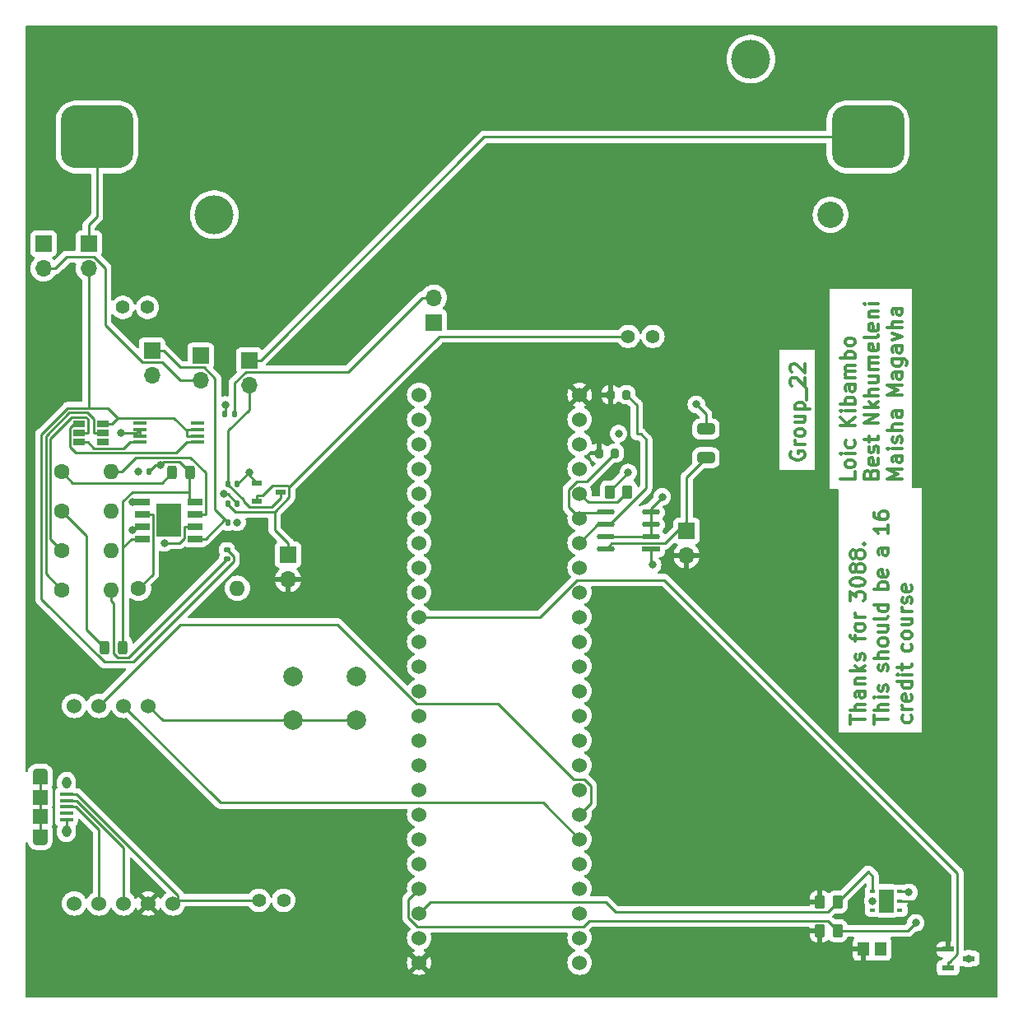
<source format=gbr>
%TF.GenerationSoftware,KiCad,Pcbnew,(7.0.0)*%
%TF.CreationDate,2023-05-09T10:08:37+02:00*%
%TF.ProjectId,overall scematic,6f766572-616c-46c2-9073-63656d617469,rev?*%
%TF.SameCoordinates,Original*%
%TF.FileFunction,Copper,L1,Top*%
%TF.FilePolarity,Positive*%
%FSLAX46Y46*%
G04 Gerber Fmt 4.6, Leading zero omitted, Abs format (unit mm)*
G04 Created by KiCad (PCBNEW (7.0.0)) date 2023-05-09 10:08:37*
%MOMM*%
%LPD*%
G01*
G04 APERTURE LIST*
G04 Aperture macros list*
%AMRoundRect*
0 Rectangle with rounded corners*
0 $1 Rounding radius*
0 $2 $3 $4 $5 $6 $7 $8 $9 X,Y pos of 4 corners*
0 Add a 4 corners polygon primitive as box body*
4,1,4,$2,$3,$4,$5,$6,$7,$8,$9,$2,$3,0*
0 Add four circle primitives for the rounded corners*
1,1,$1+$1,$2,$3*
1,1,$1+$1,$4,$5*
1,1,$1+$1,$6,$7*
1,1,$1+$1,$8,$9*
0 Add four rect primitives between the rounded corners*
20,1,$1+$1,$2,$3,$4,$5,0*
20,1,$1+$1,$4,$5,$6,$7,0*
20,1,$1+$1,$6,$7,$8,$9,0*
20,1,$1+$1,$8,$9,$2,$3,0*%
G04 Aperture macros list end*
%ADD10C,0.300000*%
%TA.AperFunction,NonConductor*%
%ADD11C,0.300000*%
%TD*%
%TA.AperFunction,SMDPad,CuDef*%
%ADD12RoundRect,0.140000X-0.140000X-0.170000X0.140000X-0.170000X0.140000X0.170000X-0.140000X0.170000X0*%
%TD*%
%TA.AperFunction,ComponentPad*%
%ADD13C,1.400000*%
%TD*%
%TA.AperFunction,ComponentPad*%
%ADD14R,1.700000X1.700000*%
%TD*%
%TA.AperFunction,ComponentPad*%
%ADD15O,1.700000X1.700000*%
%TD*%
%TA.AperFunction,ComponentPad*%
%ADD16C,1.600000*%
%TD*%
%TA.AperFunction,ComponentPad*%
%ADD17O,1.600000X1.600000*%
%TD*%
%TA.AperFunction,SMDPad,CuDef*%
%ADD18R,1.874066X0.543390*%
%TD*%
%TA.AperFunction,SMDPad,CuDef*%
%ADD19RoundRect,0.271695X0.665338X0.000000X-0.665338X0.000000X-0.665338X0.000000X0.665338X0.000000X0*%
%TD*%
%TA.AperFunction,ComponentPad*%
%ADD20C,4.000000*%
%TD*%
%TA.AperFunction,ComponentPad*%
%ADD21C,2.700000*%
%TD*%
%TA.AperFunction,SMDPad,CuDef*%
%ADD22RoundRect,1.625000X-2.125000X-1.625000X2.125000X-1.625000X2.125000X1.625000X-2.125000X1.625000X0*%
%TD*%
%TA.AperFunction,SMDPad,CuDef*%
%ADD23R,1.350000X0.400000*%
%TD*%
%TA.AperFunction,ComponentPad*%
%ADD24O,1.550000X0.890000*%
%TD*%
%TA.AperFunction,SMDPad,CuDef*%
%ADD25R,1.550000X1.200000*%
%TD*%
%TA.AperFunction,ComponentPad*%
%ADD26O,0.950000X1.250000*%
%TD*%
%TA.AperFunction,SMDPad,CuDef*%
%ADD27R,1.550000X1.500000*%
%TD*%
%TA.AperFunction,SMDPad,CuDef*%
%ADD28R,1.475000X0.450000*%
%TD*%
%TA.AperFunction,SMDPad,CuDef*%
%ADD29RoundRect,0.135000X-0.135000X-0.185000X0.135000X-0.185000X0.135000X0.185000X-0.135000X0.185000X0*%
%TD*%
%TA.AperFunction,SMDPad,CuDef*%
%ADD30R,0.600000X0.400000*%
%TD*%
%TA.AperFunction,SMDPad,CuDef*%
%ADD31R,1.500000X2.400000*%
%TD*%
%TA.AperFunction,SMDPad,CuDef*%
%ADD32R,1.200000X0.650000*%
%TD*%
%TA.AperFunction,SMDPad,CuDef*%
%ADD33R,1.150000X1.450000*%
%TD*%
%TA.AperFunction,SMDPad,CuDef*%
%ADD34R,1.300000X0.600000*%
%TD*%
%TA.AperFunction,SMDPad,CuDef*%
%ADD35RoundRect,0.243750X-0.243750X-0.456250X0.243750X-0.456250X0.243750X0.456250X-0.243750X0.456250X0*%
%TD*%
%TA.AperFunction,SMDPad,CuDef*%
%ADD36RoundRect,0.200000X-0.200000X-0.275000X0.200000X-0.275000X0.200000X0.275000X-0.200000X0.275000X0*%
%TD*%
%TA.AperFunction,ComponentPad*%
%ADD37C,1.524000*%
%TD*%
%TA.AperFunction,ComponentPad*%
%ADD38C,2.000000*%
%TD*%
%TA.AperFunction,SMDPad,CuDef*%
%ADD39RoundRect,0.250000X-0.262500X-0.450000X0.262500X-0.450000X0.262500X0.450000X-0.262500X0.450000X0*%
%TD*%
%TA.AperFunction,SMDPad,CuDef*%
%ADD40RoundRect,0.140000X0.140000X0.170000X-0.140000X0.170000X-0.140000X-0.170000X0.140000X-0.170000X0*%
%TD*%
%TA.AperFunction,SMDPad,CuDef*%
%ADD41RoundRect,0.250000X0.650000X-0.325000X0.650000X0.325000X-0.650000X0.325000X-0.650000X-0.325000X0*%
%TD*%
%TA.AperFunction,SMDPad,CuDef*%
%ADD42RoundRect,0.140000X0.170000X-0.140000X0.170000X0.140000X-0.170000X0.140000X-0.170000X-0.140000X0*%
%TD*%
%TA.AperFunction,SMDPad,CuDef*%
%ADD43R,1.525000X0.700000*%
%TD*%
%TA.AperFunction,SMDPad,CuDef*%
%ADD44R,2.513000X3.402000*%
%TD*%
%TA.AperFunction,SMDPad,CuDef*%
%ADD45R,1.070003X0.600000*%
%TD*%
%TA.AperFunction,ViaPad*%
%ADD46C,0.800000*%
%TD*%
%TA.AperFunction,Conductor*%
%ADD47C,0.250000*%
%TD*%
G04 APERTURE END LIST*
D10*
D11*
X194813571Y-123857142D02*
X194813571Y-123000000D01*
X196313571Y-123428571D02*
X194813571Y-123428571D01*
X196313571Y-122500000D02*
X194813571Y-122500000D01*
X196313571Y-121857143D02*
X195527857Y-121857143D01*
X195527857Y-121857143D02*
X195385000Y-121928571D01*
X195385000Y-121928571D02*
X195313571Y-122071428D01*
X195313571Y-122071428D02*
X195313571Y-122285714D01*
X195313571Y-122285714D02*
X195385000Y-122428571D01*
X195385000Y-122428571D02*
X195456428Y-122500000D01*
X196313571Y-120500000D02*
X195527857Y-120500000D01*
X195527857Y-120500000D02*
X195385000Y-120571428D01*
X195385000Y-120571428D02*
X195313571Y-120714285D01*
X195313571Y-120714285D02*
X195313571Y-121000000D01*
X195313571Y-121000000D02*
X195385000Y-121142857D01*
X196242142Y-120500000D02*
X196313571Y-120642857D01*
X196313571Y-120642857D02*
X196313571Y-121000000D01*
X196313571Y-121000000D02*
X196242142Y-121142857D01*
X196242142Y-121142857D02*
X196099285Y-121214285D01*
X196099285Y-121214285D02*
X195956428Y-121214285D01*
X195956428Y-121214285D02*
X195813571Y-121142857D01*
X195813571Y-121142857D02*
X195742142Y-121000000D01*
X195742142Y-121000000D02*
X195742142Y-120642857D01*
X195742142Y-120642857D02*
X195670714Y-120500000D01*
X195313571Y-119785714D02*
X196313571Y-119785714D01*
X195456428Y-119785714D02*
X195385000Y-119714285D01*
X195385000Y-119714285D02*
X195313571Y-119571428D01*
X195313571Y-119571428D02*
X195313571Y-119357142D01*
X195313571Y-119357142D02*
X195385000Y-119214285D01*
X195385000Y-119214285D02*
X195527857Y-119142857D01*
X195527857Y-119142857D02*
X196313571Y-119142857D01*
X196313571Y-118428571D02*
X194813571Y-118428571D01*
X195742142Y-118285714D02*
X196313571Y-117857142D01*
X195313571Y-117857142D02*
X195885000Y-118428571D01*
X196242142Y-117285713D02*
X196313571Y-117142856D01*
X196313571Y-117142856D02*
X196313571Y-116857142D01*
X196313571Y-116857142D02*
X196242142Y-116714285D01*
X196242142Y-116714285D02*
X196099285Y-116642856D01*
X196099285Y-116642856D02*
X196027857Y-116642856D01*
X196027857Y-116642856D02*
X195885000Y-116714285D01*
X195885000Y-116714285D02*
X195813571Y-116857142D01*
X195813571Y-116857142D02*
X195813571Y-117071428D01*
X195813571Y-117071428D02*
X195742142Y-117214285D01*
X195742142Y-117214285D02*
X195599285Y-117285713D01*
X195599285Y-117285713D02*
X195527857Y-117285713D01*
X195527857Y-117285713D02*
X195385000Y-117214285D01*
X195385000Y-117214285D02*
X195313571Y-117071428D01*
X195313571Y-117071428D02*
X195313571Y-116857142D01*
X195313571Y-116857142D02*
X195385000Y-116714285D01*
X195313571Y-115314284D02*
X195313571Y-114742856D01*
X196313571Y-115099999D02*
X195027857Y-115099999D01*
X195027857Y-115099999D02*
X194885000Y-115028570D01*
X194885000Y-115028570D02*
X194813571Y-114885713D01*
X194813571Y-114885713D02*
X194813571Y-114742856D01*
X196313571Y-114028570D02*
X196242142Y-114171427D01*
X196242142Y-114171427D02*
X196170714Y-114242856D01*
X196170714Y-114242856D02*
X196027857Y-114314284D01*
X196027857Y-114314284D02*
X195599285Y-114314284D01*
X195599285Y-114314284D02*
X195456428Y-114242856D01*
X195456428Y-114242856D02*
X195385000Y-114171427D01*
X195385000Y-114171427D02*
X195313571Y-114028570D01*
X195313571Y-114028570D02*
X195313571Y-113814284D01*
X195313571Y-113814284D02*
X195385000Y-113671427D01*
X195385000Y-113671427D02*
X195456428Y-113599999D01*
X195456428Y-113599999D02*
X195599285Y-113528570D01*
X195599285Y-113528570D02*
X196027857Y-113528570D01*
X196027857Y-113528570D02*
X196170714Y-113599999D01*
X196170714Y-113599999D02*
X196242142Y-113671427D01*
X196242142Y-113671427D02*
X196313571Y-113814284D01*
X196313571Y-113814284D02*
X196313571Y-114028570D01*
X196313571Y-112885713D02*
X195313571Y-112885713D01*
X195599285Y-112885713D02*
X195456428Y-112814284D01*
X195456428Y-112814284D02*
X195385000Y-112742856D01*
X195385000Y-112742856D02*
X195313571Y-112599998D01*
X195313571Y-112599998D02*
X195313571Y-112457141D01*
X194813571Y-111199999D02*
X194813571Y-110271427D01*
X194813571Y-110271427D02*
X195385000Y-110771427D01*
X195385000Y-110771427D02*
X195385000Y-110557142D01*
X195385000Y-110557142D02*
X195456428Y-110414285D01*
X195456428Y-110414285D02*
X195527857Y-110342856D01*
X195527857Y-110342856D02*
X195670714Y-110271427D01*
X195670714Y-110271427D02*
X196027857Y-110271427D01*
X196027857Y-110271427D02*
X196170714Y-110342856D01*
X196170714Y-110342856D02*
X196242142Y-110414285D01*
X196242142Y-110414285D02*
X196313571Y-110557142D01*
X196313571Y-110557142D02*
X196313571Y-110985713D01*
X196313571Y-110985713D02*
X196242142Y-111128570D01*
X196242142Y-111128570D02*
X196170714Y-111199999D01*
X194813571Y-109342856D02*
X194813571Y-109199999D01*
X194813571Y-109199999D02*
X194885000Y-109057142D01*
X194885000Y-109057142D02*
X194956428Y-108985714D01*
X194956428Y-108985714D02*
X195099285Y-108914285D01*
X195099285Y-108914285D02*
X195385000Y-108842856D01*
X195385000Y-108842856D02*
X195742142Y-108842856D01*
X195742142Y-108842856D02*
X196027857Y-108914285D01*
X196027857Y-108914285D02*
X196170714Y-108985714D01*
X196170714Y-108985714D02*
X196242142Y-109057142D01*
X196242142Y-109057142D02*
X196313571Y-109199999D01*
X196313571Y-109199999D02*
X196313571Y-109342856D01*
X196313571Y-109342856D02*
X196242142Y-109485714D01*
X196242142Y-109485714D02*
X196170714Y-109557142D01*
X196170714Y-109557142D02*
X196027857Y-109628571D01*
X196027857Y-109628571D02*
X195742142Y-109699999D01*
X195742142Y-109699999D02*
X195385000Y-109699999D01*
X195385000Y-109699999D02*
X195099285Y-109628571D01*
X195099285Y-109628571D02*
X194956428Y-109557142D01*
X194956428Y-109557142D02*
X194885000Y-109485714D01*
X194885000Y-109485714D02*
X194813571Y-109342856D01*
X195456428Y-107985714D02*
X195385000Y-108128571D01*
X195385000Y-108128571D02*
X195313571Y-108200000D01*
X195313571Y-108200000D02*
X195170714Y-108271428D01*
X195170714Y-108271428D02*
X195099285Y-108271428D01*
X195099285Y-108271428D02*
X194956428Y-108200000D01*
X194956428Y-108200000D02*
X194885000Y-108128571D01*
X194885000Y-108128571D02*
X194813571Y-107985714D01*
X194813571Y-107985714D02*
X194813571Y-107700000D01*
X194813571Y-107700000D02*
X194885000Y-107557143D01*
X194885000Y-107557143D02*
X194956428Y-107485714D01*
X194956428Y-107485714D02*
X195099285Y-107414285D01*
X195099285Y-107414285D02*
X195170714Y-107414285D01*
X195170714Y-107414285D02*
X195313571Y-107485714D01*
X195313571Y-107485714D02*
X195385000Y-107557143D01*
X195385000Y-107557143D02*
X195456428Y-107700000D01*
X195456428Y-107700000D02*
X195456428Y-107985714D01*
X195456428Y-107985714D02*
X195527857Y-108128571D01*
X195527857Y-108128571D02*
X195599285Y-108200000D01*
X195599285Y-108200000D02*
X195742142Y-108271428D01*
X195742142Y-108271428D02*
X196027857Y-108271428D01*
X196027857Y-108271428D02*
X196170714Y-108200000D01*
X196170714Y-108200000D02*
X196242142Y-108128571D01*
X196242142Y-108128571D02*
X196313571Y-107985714D01*
X196313571Y-107985714D02*
X196313571Y-107700000D01*
X196313571Y-107700000D02*
X196242142Y-107557143D01*
X196242142Y-107557143D02*
X196170714Y-107485714D01*
X196170714Y-107485714D02*
X196027857Y-107414285D01*
X196027857Y-107414285D02*
X195742142Y-107414285D01*
X195742142Y-107414285D02*
X195599285Y-107485714D01*
X195599285Y-107485714D02*
X195527857Y-107557143D01*
X195527857Y-107557143D02*
X195456428Y-107700000D01*
X195456428Y-106557143D02*
X195385000Y-106700000D01*
X195385000Y-106700000D02*
X195313571Y-106771429D01*
X195313571Y-106771429D02*
X195170714Y-106842857D01*
X195170714Y-106842857D02*
X195099285Y-106842857D01*
X195099285Y-106842857D02*
X194956428Y-106771429D01*
X194956428Y-106771429D02*
X194885000Y-106700000D01*
X194885000Y-106700000D02*
X194813571Y-106557143D01*
X194813571Y-106557143D02*
X194813571Y-106271429D01*
X194813571Y-106271429D02*
X194885000Y-106128572D01*
X194885000Y-106128572D02*
X194956428Y-106057143D01*
X194956428Y-106057143D02*
X195099285Y-105985714D01*
X195099285Y-105985714D02*
X195170714Y-105985714D01*
X195170714Y-105985714D02*
X195313571Y-106057143D01*
X195313571Y-106057143D02*
X195385000Y-106128572D01*
X195385000Y-106128572D02*
X195456428Y-106271429D01*
X195456428Y-106271429D02*
X195456428Y-106557143D01*
X195456428Y-106557143D02*
X195527857Y-106700000D01*
X195527857Y-106700000D02*
X195599285Y-106771429D01*
X195599285Y-106771429D02*
X195742142Y-106842857D01*
X195742142Y-106842857D02*
X196027857Y-106842857D01*
X196027857Y-106842857D02*
X196170714Y-106771429D01*
X196170714Y-106771429D02*
X196242142Y-106700000D01*
X196242142Y-106700000D02*
X196313571Y-106557143D01*
X196313571Y-106557143D02*
X196313571Y-106271429D01*
X196313571Y-106271429D02*
X196242142Y-106128572D01*
X196242142Y-106128572D02*
X196170714Y-106057143D01*
X196170714Y-106057143D02*
X196027857Y-105985714D01*
X196027857Y-105985714D02*
X195742142Y-105985714D01*
X195742142Y-105985714D02*
X195599285Y-106057143D01*
X195599285Y-106057143D02*
X195527857Y-106128572D01*
X195527857Y-106128572D02*
X195456428Y-106271429D01*
X196170714Y-105342858D02*
X196242142Y-105271429D01*
X196242142Y-105271429D02*
X196313571Y-105342858D01*
X196313571Y-105342858D02*
X196242142Y-105414286D01*
X196242142Y-105414286D02*
X196170714Y-105342858D01*
X196170714Y-105342858D02*
X196313571Y-105342858D01*
X197243571Y-123857142D02*
X197243571Y-123000000D01*
X198743571Y-123428571D02*
X197243571Y-123428571D01*
X198743571Y-122500000D02*
X197243571Y-122500000D01*
X198743571Y-121857143D02*
X197957857Y-121857143D01*
X197957857Y-121857143D02*
X197815000Y-121928571D01*
X197815000Y-121928571D02*
X197743571Y-122071428D01*
X197743571Y-122071428D02*
X197743571Y-122285714D01*
X197743571Y-122285714D02*
X197815000Y-122428571D01*
X197815000Y-122428571D02*
X197886428Y-122500000D01*
X198743571Y-121142857D02*
X197743571Y-121142857D01*
X197243571Y-121142857D02*
X197315000Y-121214285D01*
X197315000Y-121214285D02*
X197386428Y-121142857D01*
X197386428Y-121142857D02*
X197315000Y-121071428D01*
X197315000Y-121071428D02*
X197243571Y-121142857D01*
X197243571Y-121142857D02*
X197386428Y-121142857D01*
X198672142Y-120499999D02*
X198743571Y-120357142D01*
X198743571Y-120357142D02*
X198743571Y-120071428D01*
X198743571Y-120071428D02*
X198672142Y-119928571D01*
X198672142Y-119928571D02*
X198529285Y-119857142D01*
X198529285Y-119857142D02*
X198457857Y-119857142D01*
X198457857Y-119857142D02*
X198315000Y-119928571D01*
X198315000Y-119928571D02*
X198243571Y-120071428D01*
X198243571Y-120071428D02*
X198243571Y-120285714D01*
X198243571Y-120285714D02*
X198172142Y-120428571D01*
X198172142Y-120428571D02*
X198029285Y-120499999D01*
X198029285Y-120499999D02*
X197957857Y-120499999D01*
X197957857Y-120499999D02*
X197815000Y-120428571D01*
X197815000Y-120428571D02*
X197743571Y-120285714D01*
X197743571Y-120285714D02*
X197743571Y-120071428D01*
X197743571Y-120071428D02*
X197815000Y-119928571D01*
X198672142Y-118385713D02*
X198743571Y-118242856D01*
X198743571Y-118242856D02*
X198743571Y-117957142D01*
X198743571Y-117957142D02*
X198672142Y-117814285D01*
X198672142Y-117814285D02*
X198529285Y-117742856D01*
X198529285Y-117742856D02*
X198457857Y-117742856D01*
X198457857Y-117742856D02*
X198315000Y-117814285D01*
X198315000Y-117814285D02*
X198243571Y-117957142D01*
X198243571Y-117957142D02*
X198243571Y-118171428D01*
X198243571Y-118171428D02*
X198172142Y-118314285D01*
X198172142Y-118314285D02*
X198029285Y-118385713D01*
X198029285Y-118385713D02*
X197957857Y-118385713D01*
X197957857Y-118385713D02*
X197815000Y-118314285D01*
X197815000Y-118314285D02*
X197743571Y-118171428D01*
X197743571Y-118171428D02*
X197743571Y-117957142D01*
X197743571Y-117957142D02*
X197815000Y-117814285D01*
X198743571Y-117099999D02*
X197243571Y-117099999D01*
X198743571Y-116457142D02*
X197957857Y-116457142D01*
X197957857Y-116457142D02*
X197815000Y-116528570D01*
X197815000Y-116528570D02*
X197743571Y-116671427D01*
X197743571Y-116671427D02*
X197743571Y-116885713D01*
X197743571Y-116885713D02*
X197815000Y-117028570D01*
X197815000Y-117028570D02*
X197886428Y-117099999D01*
X198743571Y-115528570D02*
X198672142Y-115671427D01*
X198672142Y-115671427D02*
X198600714Y-115742856D01*
X198600714Y-115742856D02*
X198457857Y-115814284D01*
X198457857Y-115814284D02*
X198029285Y-115814284D01*
X198029285Y-115814284D02*
X197886428Y-115742856D01*
X197886428Y-115742856D02*
X197815000Y-115671427D01*
X197815000Y-115671427D02*
X197743571Y-115528570D01*
X197743571Y-115528570D02*
X197743571Y-115314284D01*
X197743571Y-115314284D02*
X197815000Y-115171427D01*
X197815000Y-115171427D02*
X197886428Y-115099999D01*
X197886428Y-115099999D02*
X198029285Y-115028570D01*
X198029285Y-115028570D02*
X198457857Y-115028570D01*
X198457857Y-115028570D02*
X198600714Y-115099999D01*
X198600714Y-115099999D02*
X198672142Y-115171427D01*
X198672142Y-115171427D02*
X198743571Y-115314284D01*
X198743571Y-115314284D02*
X198743571Y-115528570D01*
X197743571Y-113742856D02*
X198743571Y-113742856D01*
X197743571Y-114385713D02*
X198529285Y-114385713D01*
X198529285Y-114385713D02*
X198672142Y-114314284D01*
X198672142Y-114314284D02*
X198743571Y-114171427D01*
X198743571Y-114171427D02*
X198743571Y-113957141D01*
X198743571Y-113957141D02*
X198672142Y-113814284D01*
X198672142Y-113814284D02*
X198600714Y-113742856D01*
X198743571Y-112814284D02*
X198672142Y-112957141D01*
X198672142Y-112957141D02*
X198529285Y-113028570D01*
X198529285Y-113028570D02*
X197243571Y-113028570D01*
X198743571Y-111599999D02*
X197243571Y-111599999D01*
X198672142Y-111599999D02*
X198743571Y-111742856D01*
X198743571Y-111742856D02*
X198743571Y-112028570D01*
X198743571Y-112028570D02*
X198672142Y-112171427D01*
X198672142Y-112171427D02*
X198600714Y-112242856D01*
X198600714Y-112242856D02*
X198457857Y-112314284D01*
X198457857Y-112314284D02*
X198029285Y-112314284D01*
X198029285Y-112314284D02*
X197886428Y-112242856D01*
X197886428Y-112242856D02*
X197815000Y-112171427D01*
X197815000Y-112171427D02*
X197743571Y-112028570D01*
X197743571Y-112028570D02*
X197743571Y-111742856D01*
X197743571Y-111742856D02*
X197815000Y-111599999D01*
X198743571Y-109985713D02*
X197243571Y-109985713D01*
X197815000Y-109985713D02*
X197743571Y-109842856D01*
X197743571Y-109842856D02*
X197743571Y-109557141D01*
X197743571Y-109557141D02*
X197815000Y-109414284D01*
X197815000Y-109414284D02*
X197886428Y-109342856D01*
X197886428Y-109342856D02*
X198029285Y-109271427D01*
X198029285Y-109271427D02*
X198457857Y-109271427D01*
X198457857Y-109271427D02*
X198600714Y-109342856D01*
X198600714Y-109342856D02*
X198672142Y-109414284D01*
X198672142Y-109414284D02*
X198743571Y-109557141D01*
X198743571Y-109557141D02*
X198743571Y-109842856D01*
X198743571Y-109842856D02*
X198672142Y-109985713D01*
X198672142Y-108057141D02*
X198743571Y-108199998D01*
X198743571Y-108199998D02*
X198743571Y-108485713D01*
X198743571Y-108485713D02*
X198672142Y-108628570D01*
X198672142Y-108628570D02*
X198529285Y-108699998D01*
X198529285Y-108699998D02*
X197957857Y-108699998D01*
X197957857Y-108699998D02*
X197815000Y-108628570D01*
X197815000Y-108628570D02*
X197743571Y-108485713D01*
X197743571Y-108485713D02*
X197743571Y-108199998D01*
X197743571Y-108199998D02*
X197815000Y-108057141D01*
X197815000Y-108057141D02*
X197957857Y-107985713D01*
X197957857Y-107985713D02*
X198100714Y-107985713D01*
X198100714Y-107985713D02*
X198243571Y-108699998D01*
X198743571Y-105799999D02*
X197957857Y-105799999D01*
X197957857Y-105799999D02*
X197815000Y-105871427D01*
X197815000Y-105871427D02*
X197743571Y-106014284D01*
X197743571Y-106014284D02*
X197743571Y-106299999D01*
X197743571Y-106299999D02*
X197815000Y-106442856D01*
X198672142Y-105799999D02*
X198743571Y-105942856D01*
X198743571Y-105942856D02*
X198743571Y-106299999D01*
X198743571Y-106299999D02*
X198672142Y-106442856D01*
X198672142Y-106442856D02*
X198529285Y-106514284D01*
X198529285Y-106514284D02*
X198386428Y-106514284D01*
X198386428Y-106514284D02*
X198243571Y-106442856D01*
X198243571Y-106442856D02*
X198172142Y-106299999D01*
X198172142Y-106299999D02*
X198172142Y-105942856D01*
X198172142Y-105942856D02*
X198100714Y-105799999D01*
X198743571Y-103399998D02*
X198743571Y-104257141D01*
X198743571Y-103828570D02*
X197243571Y-103828570D01*
X197243571Y-103828570D02*
X197457857Y-103971427D01*
X197457857Y-103971427D02*
X197600714Y-104114284D01*
X197600714Y-104114284D02*
X197672142Y-104257141D01*
X197243571Y-102114285D02*
X197243571Y-102399999D01*
X197243571Y-102399999D02*
X197315000Y-102542856D01*
X197315000Y-102542856D02*
X197386428Y-102614285D01*
X197386428Y-102614285D02*
X197600714Y-102757142D01*
X197600714Y-102757142D02*
X197886428Y-102828570D01*
X197886428Y-102828570D02*
X198457857Y-102828570D01*
X198457857Y-102828570D02*
X198600714Y-102757142D01*
X198600714Y-102757142D02*
X198672142Y-102685713D01*
X198672142Y-102685713D02*
X198743571Y-102542856D01*
X198743571Y-102542856D02*
X198743571Y-102257142D01*
X198743571Y-102257142D02*
X198672142Y-102114285D01*
X198672142Y-102114285D02*
X198600714Y-102042856D01*
X198600714Y-102042856D02*
X198457857Y-101971427D01*
X198457857Y-101971427D02*
X198100714Y-101971427D01*
X198100714Y-101971427D02*
X197957857Y-102042856D01*
X197957857Y-102042856D02*
X197886428Y-102114285D01*
X197886428Y-102114285D02*
X197815000Y-102257142D01*
X197815000Y-102257142D02*
X197815000Y-102542856D01*
X197815000Y-102542856D02*
X197886428Y-102685713D01*
X197886428Y-102685713D02*
X197957857Y-102757142D01*
X197957857Y-102757142D02*
X198100714Y-102828570D01*
X201102142Y-123000000D02*
X201173571Y-123142857D01*
X201173571Y-123142857D02*
X201173571Y-123428571D01*
X201173571Y-123428571D02*
X201102142Y-123571428D01*
X201102142Y-123571428D02*
X201030714Y-123642857D01*
X201030714Y-123642857D02*
X200887857Y-123714285D01*
X200887857Y-123714285D02*
X200459285Y-123714285D01*
X200459285Y-123714285D02*
X200316428Y-123642857D01*
X200316428Y-123642857D02*
X200245000Y-123571428D01*
X200245000Y-123571428D02*
X200173571Y-123428571D01*
X200173571Y-123428571D02*
X200173571Y-123142857D01*
X200173571Y-123142857D02*
X200245000Y-123000000D01*
X201173571Y-122357143D02*
X200173571Y-122357143D01*
X200459285Y-122357143D02*
X200316428Y-122285714D01*
X200316428Y-122285714D02*
X200245000Y-122214286D01*
X200245000Y-122214286D02*
X200173571Y-122071428D01*
X200173571Y-122071428D02*
X200173571Y-121928571D01*
X201102142Y-120857143D02*
X201173571Y-121000000D01*
X201173571Y-121000000D02*
X201173571Y-121285715D01*
X201173571Y-121285715D02*
X201102142Y-121428572D01*
X201102142Y-121428572D02*
X200959285Y-121500000D01*
X200959285Y-121500000D02*
X200387857Y-121500000D01*
X200387857Y-121500000D02*
X200245000Y-121428572D01*
X200245000Y-121428572D02*
X200173571Y-121285715D01*
X200173571Y-121285715D02*
X200173571Y-121000000D01*
X200173571Y-121000000D02*
X200245000Y-120857143D01*
X200245000Y-120857143D02*
X200387857Y-120785715D01*
X200387857Y-120785715D02*
X200530714Y-120785715D01*
X200530714Y-120785715D02*
X200673571Y-121500000D01*
X201173571Y-119500001D02*
X199673571Y-119500001D01*
X201102142Y-119500001D02*
X201173571Y-119642858D01*
X201173571Y-119642858D02*
X201173571Y-119928572D01*
X201173571Y-119928572D02*
X201102142Y-120071429D01*
X201102142Y-120071429D02*
X201030714Y-120142858D01*
X201030714Y-120142858D02*
X200887857Y-120214286D01*
X200887857Y-120214286D02*
X200459285Y-120214286D01*
X200459285Y-120214286D02*
X200316428Y-120142858D01*
X200316428Y-120142858D02*
X200245000Y-120071429D01*
X200245000Y-120071429D02*
X200173571Y-119928572D01*
X200173571Y-119928572D02*
X200173571Y-119642858D01*
X200173571Y-119642858D02*
X200245000Y-119500001D01*
X201173571Y-118785715D02*
X200173571Y-118785715D01*
X199673571Y-118785715D02*
X199745000Y-118857143D01*
X199745000Y-118857143D02*
X199816428Y-118785715D01*
X199816428Y-118785715D02*
X199745000Y-118714286D01*
X199745000Y-118714286D02*
X199673571Y-118785715D01*
X199673571Y-118785715D02*
X199816428Y-118785715D01*
X200173571Y-118285714D02*
X200173571Y-117714286D01*
X199673571Y-118071429D02*
X200959285Y-118071429D01*
X200959285Y-118071429D02*
X201102142Y-118000000D01*
X201102142Y-118000000D02*
X201173571Y-117857143D01*
X201173571Y-117857143D02*
X201173571Y-117714286D01*
X201102142Y-115671429D02*
X201173571Y-115814286D01*
X201173571Y-115814286D02*
X201173571Y-116100000D01*
X201173571Y-116100000D02*
X201102142Y-116242857D01*
X201102142Y-116242857D02*
X201030714Y-116314286D01*
X201030714Y-116314286D02*
X200887857Y-116385714D01*
X200887857Y-116385714D02*
X200459285Y-116385714D01*
X200459285Y-116385714D02*
X200316428Y-116314286D01*
X200316428Y-116314286D02*
X200245000Y-116242857D01*
X200245000Y-116242857D02*
X200173571Y-116100000D01*
X200173571Y-116100000D02*
X200173571Y-115814286D01*
X200173571Y-115814286D02*
X200245000Y-115671429D01*
X201173571Y-114814286D02*
X201102142Y-114957143D01*
X201102142Y-114957143D02*
X201030714Y-115028572D01*
X201030714Y-115028572D02*
X200887857Y-115100000D01*
X200887857Y-115100000D02*
X200459285Y-115100000D01*
X200459285Y-115100000D02*
X200316428Y-115028572D01*
X200316428Y-115028572D02*
X200245000Y-114957143D01*
X200245000Y-114957143D02*
X200173571Y-114814286D01*
X200173571Y-114814286D02*
X200173571Y-114600000D01*
X200173571Y-114600000D02*
X200245000Y-114457143D01*
X200245000Y-114457143D02*
X200316428Y-114385715D01*
X200316428Y-114385715D02*
X200459285Y-114314286D01*
X200459285Y-114314286D02*
X200887857Y-114314286D01*
X200887857Y-114314286D02*
X201030714Y-114385715D01*
X201030714Y-114385715D02*
X201102142Y-114457143D01*
X201102142Y-114457143D02*
X201173571Y-114600000D01*
X201173571Y-114600000D02*
X201173571Y-114814286D01*
X200173571Y-113028572D02*
X201173571Y-113028572D01*
X200173571Y-113671429D02*
X200959285Y-113671429D01*
X200959285Y-113671429D02*
X201102142Y-113600000D01*
X201102142Y-113600000D02*
X201173571Y-113457143D01*
X201173571Y-113457143D02*
X201173571Y-113242857D01*
X201173571Y-113242857D02*
X201102142Y-113100000D01*
X201102142Y-113100000D02*
X201030714Y-113028572D01*
X201173571Y-112314286D02*
X200173571Y-112314286D01*
X200459285Y-112314286D02*
X200316428Y-112242857D01*
X200316428Y-112242857D02*
X200245000Y-112171429D01*
X200245000Y-112171429D02*
X200173571Y-112028571D01*
X200173571Y-112028571D02*
X200173571Y-111885714D01*
X201102142Y-111457143D02*
X201173571Y-111314286D01*
X201173571Y-111314286D02*
X201173571Y-111028572D01*
X201173571Y-111028572D02*
X201102142Y-110885715D01*
X201102142Y-110885715D02*
X200959285Y-110814286D01*
X200959285Y-110814286D02*
X200887857Y-110814286D01*
X200887857Y-110814286D02*
X200745000Y-110885715D01*
X200745000Y-110885715D02*
X200673571Y-111028572D01*
X200673571Y-111028572D02*
X200673571Y-111242858D01*
X200673571Y-111242858D02*
X200602142Y-111385715D01*
X200602142Y-111385715D02*
X200459285Y-111457143D01*
X200459285Y-111457143D02*
X200387857Y-111457143D01*
X200387857Y-111457143D02*
X200245000Y-111385715D01*
X200245000Y-111385715D02*
X200173571Y-111242858D01*
X200173571Y-111242858D02*
X200173571Y-111028572D01*
X200173571Y-111028572D02*
X200245000Y-110885715D01*
X201102142Y-109600000D02*
X201173571Y-109742857D01*
X201173571Y-109742857D02*
X201173571Y-110028572D01*
X201173571Y-110028572D02*
X201102142Y-110171429D01*
X201102142Y-110171429D02*
X200959285Y-110242857D01*
X200959285Y-110242857D02*
X200387857Y-110242857D01*
X200387857Y-110242857D02*
X200245000Y-110171429D01*
X200245000Y-110171429D02*
X200173571Y-110028572D01*
X200173571Y-110028572D02*
X200173571Y-109742857D01*
X200173571Y-109742857D02*
X200245000Y-109600000D01*
X200245000Y-109600000D02*
X200387857Y-109528572D01*
X200387857Y-109528572D02*
X200530714Y-109528572D01*
X200530714Y-109528572D02*
X200673571Y-110242857D01*
D10*
D11*
X195313571Y-97928571D02*
X195313571Y-98642857D01*
X195313571Y-98642857D02*
X193813571Y-98642857D01*
X195313571Y-97214285D02*
X195242142Y-97357142D01*
X195242142Y-97357142D02*
X195170714Y-97428571D01*
X195170714Y-97428571D02*
X195027857Y-97499999D01*
X195027857Y-97499999D02*
X194599285Y-97499999D01*
X194599285Y-97499999D02*
X194456428Y-97428571D01*
X194456428Y-97428571D02*
X194385000Y-97357142D01*
X194385000Y-97357142D02*
X194313571Y-97214285D01*
X194313571Y-97214285D02*
X194313571Y-96999999D01*
X194313571Y-96999999D02*
X194385000Y-96857142D01*
X194385000Y-96857142D02*
X194456428Y-96785714D01*
X194456428Y-96785714D02*
X194599285Y-96714285D01*
X194599285Y-96714285D02*
X195027857Y-96714285D01*
X195027857Y-96714285D02*
X195170714Y-96785714D01*
X195170714Y-96785714D02*
X195242142Y-96857142D01*
X195242142Y-96857142D02*
X195313571Y-96999999D01*
X195313571Y-96999999D02*
X195313571Y-97214285D01*
X195313571Y-96071428D02*
X194313571Y-96071428D01*
X193813571Y-96071428D02*
X193885000Y-96142856D01*
X193885000Y-96142856D02*
X193956428Y-96071428D01*
X193956428Y-96071428D02*
X193885000Y-95999999D01*
X193885000Y-95999999D02*
X193813571Y-96071428D01*
X193813571Y-96071428D02*
X193956428Y-96071428D01*
X195242142Y-94714285D02*
X195313571Y-94857142D01*
X195313571Y-94857142D02*
X195313571Y-95142856D01*
X195313571Y-95142856D02*
X195242142Y-95285713D01*
X195242142Y-95285713D02*
X195170714Y-95357142D01*
X195170714Y-95357142D02*
X195027857Y-95428570D01*
X195027857Y-95428570D02*
X194599285Y-95428570D01*
X194599285Y-95428570D02*
X194456428Y-95357142D01*
X194456428Y-95357142D02*
X194385000Y-95285713D01*
X194385000Y-95285713D02*
X194313571Y-95142856D01*
X194313571Y-95142856D02*
X194313571Y-94857142D01*
X194313571Y-94857142D02*
X194385000Y-94714285D01*
X195313571Y-93171428D02*
X193813571Y-93171428D01*
X195313571Y-92314285D02*
X194456428Y-92957142D01*
X193813571Y-92314285D02*
X194670714Y-93171428D01*
X195313571Y-91671428D02*
X194313571Y-91671428D01*
X193813571Y-91671428D02*
X193885000Y-91742856D01*
X193885000Y-91742856D02*
X193956428Y-91671428D01*
X193956428Y-91671428D02*
X193885000Y-91599999D01*
X193885000Y-91599999D02*
X193813571Y-91671428D01*
X193813571Y-91671428D02*
X193956428Y-91671428D01*
X195313571Y-90957142D02*
X193813571Y-90957142D01*
X194385000Y-90957142D02*
X194313571Y-90814285D01*
X194313571Y-90814285D02*
X194313571Y-90528570D01*
X194313571Y-90528570D02*
X194385000Y-90385713D01*
X194385000Y-90385713D02*
X194456428Y-90314285D01*
X194456428Y-90314285D02*
X194599285Y-90242856D01*
X194599285Y-90242856D02*
X195027857Y-90242856D01*
X195027857Y-90242856D02*
X195170714Y-90314285D01*
X195170714Y-90314285D02*
X195242142Y-90385713D01*
X195242142Y-90385713D02*
X195313571Y-90528570D01*
X195313571Y-90528570D02*
X195313571Y-90814285D01*
X195313571Y-90814285D02*
X195242142Y-90957142D01*
X195313571Y-88957142D02*
X194527857Y-88957142D01*
X194527857Y-88957142D02*
X194385000Y-89028570D01*
X194385000Y-89028570D02*
X194313571Y-89171427D01*
X194313571Y-89171427D02*
X194313571Y-89457142D01*
X194313571Y-89457142D02*
X194385000Y-89599999D01*
X195242142Y-88957142D02*
X195313571Y-89099999D01*
X195313571Y-89099999D02*
X195313571Y-89457142D01*
X195313571Y-89457142D02*
X195242142Y-89599999D01*
X195242142Y-89599999D02*
X195099285Y-89671427D01*
X195099285Y-89671427D02*
X194956428Y-89671427D01*
X194956428Y-89671427D02*
X194813571Y-89599999D01*
X194813571Y-89599999D02*
X194742142Y-89457142D01*
X194742142Y-89457142D02*
X194742142Y-89099999D01*
X194742142Y-89099999D02*
X194670714Y-88957142D01*
X195313571Y-88242856D02*
X194313571Y-88242856D01*
X194456428Y-88242856D02*
X194385000Y-88171427D01*
X194385000Y-88171427D02*
X194313571Y-88028570D01*
X194313571Y-88028570D02*
X194313571Y-87814284D01*
X194313571Y-87814284D02*
X194385000Y-87671427D01*
X194385000Y-87671427D02*
X194527857Y-87599999D01*
X194527857Y-87599999D02*
X195313571Y-87599999D01*
X194527857Y-87599999D02*
X194385000Y-87528570D01*
X194385000Y-87528570D02*
X194313571Y-87385713D01*
X194313571Y-87385713D02*
X194313571Y-87171427D01*
X194313571Y-87171427D02*
X194385000Y-87028570D01*
X194385000Y-87028570D02*
X194527857Y-86957141D01*
X194527857Y-86957141D02*
X195313571Y-86957141D01*
X195313571Y-86242856D02*
X193813571Y-86242856D01*
X194385000Y-86242856D02*
X194313571Y-86099999D01*
X194313571Y-86099999D02*
X194313571Y-85814284D01*
X194313571Y-85814284D02*
X194385000Y-85671427D01*
X194385000Y-85671427D02*
X194456428Y-85599999D01*
X194456428Y-85599999D02*
X194599285Y-85528570D01*
X194599285Y-85528570D02*
X195027857Y-85528570D01*
X195027857Y-85528570D02*
X195170714Y-85599999D01*
X195170714Y-85599999D02*
X195242142Y-85671427D01*
X195242142Y-85671427D02*
X195313571Y-85814284D01*
X195313571Y-85814284D02*
X195313571Y-86099999D01*
X195313571Y-86099999D02*
X195242142Y-86242856D01*
X195313571Y-84671427D02*
X195242142Y-84814284D01*
X195242142Y-84814284D02*
X195170714Y-84885713D01*
X195170714Y-84885713D02*
X195027857Y-84957141D01*
X195027857Y-84957141D02*
X194599285Y-84957141D01*
X194599285Y-84957141D02*
X194456428Y-84885713D01*
X194456428Y-84885713D02*
X194385000Y-84814284D01*
X194385000Y-84814284D02*
X194313571Y-84671427D01*
X194313571Y-84671427D02*
X194313571Y-84457141D01*
X194313571Y-84457141D02*
X194385000Y-84314284D01*
X194385000Y-84314284D02*
X194456428Y-84242856D01*
X194456428Y-84242856D02*
X194599285Y-84171427D01*
X194599285Y-84171427D02*
X195027857Y-84171427D01*
X195027857Y-84171427D02*
X195170714Y-84242856D01*
X195170714Y-84242856D02*
X195242142Y-84314284D01*
X195242142Y-84314284D02*
X195313571Y-84457141D01*
X195313571Y-84457141D02*
X195313571Y-84671427D01*
X196957857Y-98142857D02*
X197029285Y-97928571D01*
X197029285Y-97928571D02*
X197100714Y-97857142D01*
X197100714Y-97857142D02*
X197243571Y-97785714D01*
X197243571Y-97785714D02*
X197457857Y-97785714D01*
X197457857Y-97785714D02*
X197600714Y-97857142D01*
X197600714Y-97857142D02*
X197672142Y-97928571D01*
X197672142Y-97928571D02*
X197743571Y-98071428D01*
X197743571Y-98071428D02*
X197743571Y-98642857D01*
X197743571Y-98642857D02*
X196243571Y-98642857D01*
X196243571Y-98642857D02*
X196243571Y-98142857D01*
X196243571Y-98142857D02*
X196315000Y-98000000D01*
X196315000Y-98000000D02*
X196386428Y-97928571D01*
X196386428Y-97928571D02*
X196529285Y-97857142D01*
X196529285Y-97857142D02*
X196672142Y-97857142D01*
X196672142Y-97857142D02*
X196815000Y-97928571D01*
X196815000Y-97928571D02*
X196886428Y-98000000D01*
X196886428Y-98000000D02*
X196957857Y-98142857D01*
X196957857Y-98142857D02*
X196957857Y-98642857D01*
X197672142Y-96571428D02*
X197743571Y-96714285D01*
X197743571Y-96714285D02*
X197743571Y-97000000D01*
X197743571Y-97000000D02*
X197672142Y-97142857D01*
X197672142Y-97142857D02*
X197529285Y-97214285D01*
X197529285Y-97214285D02*
X196957857Y-97214285D01*
X196957857Y-97214285D02*
X196815000Y-97142857D01*
X196815000Y-97142857D02*
X196743571Y-97000000D01*
X196743571Y-97000000D02*
X196743571Y-96714285D01*
X196743571Y-96714285D02*
X196815000Y-96571428D01*
X196815000Y-96571428D02*
X196957857Y-96500000D01*
X196957857Y-96500000D02*
X197100714Y-96500000D01*
X197100714Y-96500000D02*
X197243571Y-97214285D01*
X197672142Y-95928571D02*
X197743571Y-95785714D01*
X197743571Y-95785714D02*
X197743571Y-95500000D01*
X197743571Y-95500000D02*
X197672142Y-95357143D01*
X197672142Y-95357143D02*
X197529285Y-95285714D01*
X197529285Y-95285714D02*
X197457857Y-95285714D01*
X197457857Y-95285714D02*
X197315000Y-95357143D01*
X197315000Y-95357143D02*
X197243571Y-95500000D01*
X197243571Y-95500000D02*
X197243571Y-95714286D01*
X197243571Y-95714286D02*
X197172142Y-95857143D01*
X197172142Y-95857143D02*
X197029285Y-95928571D01*
X197029285Y-95928571D02*
X196957857Y-95928571D01*
X196957857Y-95928571D02*
X196815000Y-95857143D01*
X196815000Y-95857143D02*
X196743571Y-95714286D01*
X196743571Y-95714286D02*
X196743571Y-95500000D01*
X196743571Y-95500000D02*
X196815000Y-95357143D01*
X196743571Y-94857142D02*
X196743571Y-94285714D01*
X196243571Y-94642857D02*
X197529285Y-94642857D01*
X197529285Y-94642857D02*
X197672142Y-94571428D01*
X197672142Y-94571428D02*
X197743571Y-94428571D01*
X197743571Y-94428571D02*
X197743571Y-94285714D01*
X197743571Y-92885714D02*
X196243571Y-92885714D01*
X196243571Y-92885714D02*
X197743571Y-92028571D01*
X197743571Y-92028571D02*
X196243571Y-92028571D01*
X197743571Y-91314285D02*
X196243571Y-91314285D01*
X197172142Y-91171428D02*
X197743571Y-90742856D01*
X196743571Y-90742856D02*
X197315000Y-91314285D01*
X197743571Y-90099999D02*
X196243571Y-90099999D01*
X197743571Y-89457142D02*
X196957857Y-89457142D01*
X196957857Y-89457142D02*
X196815000Y-89528570D01*
X196815000Y-89528570D02*
X196743571Y-89671427D01*
X196743571Y-89671427D02*
X196743571Y-89885713D01*
X196743571Y-89885713D02*
X196815000Y-90028570D01*
X196815000Y-90028570D02*
X196886428Y-90099999D01*
X196743571Y-88099999D02*
X197743571Y-88099999D01*
X196743571Y-88742856D02*
X197529285Y-88742856D01*
X197529285Y-88742856D02*
X197672142Y-88671427D01*
X197672142Y-88671427D02*
X197743571Y-88528570D01*
X197743571Y-88528570D02*
X197743571Y-88314284D01*
X197743571Y-88314284D02*
X197672142Y-88171427D01*
X197672142Y-88171427D02*
X197600714Y-88099999D01*
X197743571Y-87385713D02*
X196743571Y-87385713D01*
X196886428Y-87385713D02*
X196815000Y-87314284D01*
X196815000Y-87314284D02*
X196743571Y-87171427D01*
X196743571Y-87171427D02*
X196743571Y-86957141D01*
X196743571Y-86957141D02*
X196815000Y-86814284D01*
X196815000Y-86814284D02*
X196957857Y-86742856D01*
X196957857Y-86742856D02*
X197743571Y-86742856D01*
X196957857Y-86742856D02*
X196815000Y-86671427D01*
X196815000Y-86671427D02*
X196743571Y-86528570D01*
X196743571Y-86528570D02*
X196743571Y-86314284D01*
X196743571Y-86314284D02*
X196815000Y-86171427D01*
X196815000Y-86171427D02*
X196957857Y-86099998D01*
X196957857Y-86099998D02*
X197743571Y-86099998D01*
X197672142Y-84814284D02*
X197743571Y-84957141D01*
X197743571Y-84957141D02*
X197743571Y-85242856D01*
X197743571Y-85242856D02*
X197672142Y-85385713D01*
X197672142Y-85385713D02*
X197529285Y-85457141D01*
X197529285Y-85457141D02*
X196957857Y-85457141D01*
X196957857Y-85457141D02*
X196815000Y-85385713D01*
X196815000Y-85385713D02*
X196743571Y-85242856D01*
X196743571Y-85242856D02*
X196743571Y-84957141D01*
X196743571Y-84957141D02*
X196815000Y-84814284D01*
X196815000Y-84814284D02*
X196957857Y-84742856D01*
X196957857Y-84742856D02*
X197100714Y-84742856D01*
X197100714Y-84742856D02*
X197243571Y-85457141D01*
X197743571Y-83885713D02*
X197672142Y-84028570D01*
X197672142Y-84028570D02*
X197529285Y-84099999D01*
X197529285Y-84099999D02*
X196243571Y-84099999D01*
X197672142Y-82742856D02*
X197743571Y-82885713D01*
X197743571Y-82885713D02*
X197743571Y-83171428D01*
X197743571Y-83171428D02*
X197672142Y-83314285D01*
X197672142Y-83314285D02*
X197529285Y-83385713D01*
X197529285Y-83385713D02*
X196957857Y-83385713D01*
X196957857Y-83385713D02*
X196815000Y-83314285D01*
X196815000Y-83314285D02*
X196743571Y-83171428D01*
X196743571Y-83171428D02*
X196743571Y-82885713D01*
X196743571Y-82885713D02*
X196815000Y-82742856D01*
X196815000Y-82742856D02*
X196957857Y-82671428D01*
X196957857Y-82671428D02*
X197100714Y-82671428D01*
X197100714Y-82671428D02*
X197243571Y-83385713D01*
X196743571Y-82028571D02*
X197743571Y-82028571D01*
X196886428Y-82028571D02*
X196815000Y-81957142D01*
X196815000Y-81957142D02*
X196743571Y-81814285D01*
X196743571Y-81814285D02*
X196743571Y-81599999D01*
X196743571Y-81599999D02*
X196815000Y-81457142D01*
X196815000Y-81457142D02*
X196957857Y-81385714D01*
X196957857Y-81385714D02*
X197743571Y-81385714D01*
X197743571Y-80671428D02*
X196743571Y-80671428D01*
X196243571Y-80671428D02*
X196315000Y-80742856D01*
X196315000Y-80742856D02*
X196386428Y-80671428D01*
X196386428Y-80671428D02*
X196315000Y-80599999D01*
X196315000Y-80599999D02*
X196243571Y-80671428D01*
X196243571Y-80671428D02*
X196386428Y-80671428D01*
X200173571Y-98642857D02*
X198673571Y-98642857D01*
X198673571Y-98642857D02*
X199745000Y-98142857D01*
X199745000Y-98142857D02*
X198673571Y-97642857D01*
X198673571Y-97642857D02*
X200173571Y-97642857D01*
X200173571Y-96285714D02*
X199387857Y-96285714D01*
X199387857Y-96285714D02*
X199245000Y-96357142D01*
X199245000Y-96357142D02*
X199173571Y-96499999D01*
X199173571Y-96499999D02*
X199173571Y-96785714D01*
X199173571Y-96785714D02*
X199245000Y-96928571D01*
X200102142Y-96285714D02*
X200173571Y-96428571D01*
X200173571Y-96428571D02*
X200173571Y-96785714D01*
X200173571Y-96785714D02*
X200102142Y-96928571D01*
X200102142Y-96928571D02*
X199959285Y-96999999D01*
X199959285Y-96999999D02*
X199816428Y-96999999D01*
X199816428Y-96999999D02*
X199673571Y-96928571D01*
X199673571Y-96928571D02*
X199602142Y-96785714D01*
X199602142Y-96785714D02*
X199602142Y-96428571D01*
X199602142Y-96428571D02*
X199530714Y-96285714D01*
X200173571Y-95571428D02*
X199173571Y-95571428D01*
X198673571Y-95571428D02*
X198745000Y-95642856D01*
X198745000Y-95642856D02*
X198816428Y-95571428D01*
X198816428Y-95571428D02*
X198745000Y-95499999D01*
X198745000Y-95499999D02*
X198673571Y-95571428D01*
X198673571Y-95571428D02*
X198816428Y-95571428D01*
X200102142Y-94928570D02*
X200173571Y-94785713D01*
X200173571Y-94785713D02*
X200173571Y-94499999D01*
X200173571Y-94499999D02*
X200102142Y-94357142D01*
X200102142Y-94357142D02*
X199959285Y-94285713D01*
X199959285Y-94285713D02*
X199887857Y-94285713D01*
X199887857Y-94285713D02*
X199745000Y-94357142D01*
X199745000Y-94357142D02*
X199673571Y-94499999D01*
X199673571Y-94499999D02*
X199673571Y-94714285D01*
X199673571Y-94714285D02*
X199602142Y-94857142D01*
X199602142Y-94857142D02*
X199459285Y-94928570D01*
X199459285Y-94928570D02*
X199387857Y-94928570D01*
X199387857Y-94928570D02*
X199245000Y-94857142D01*
X199245000Y-94857142D02*
X199173571Y-94714285D01*
X199173571Y-94714285D02*
X199173571Y-94499999D01*
X199173571Y-94499999D02*
X199245000Y-94357142D01*
X200173571Y-93642856D02*
X198673571Y-93642856D01*
X200173571Y-92999999D02*
X199387857Y-92999999D01*
X199387857Y-92999999D02*
X199245000Y-93071427D01*
X199245000Y-93071427D02*
X199173571Y-93214284D01*
X199173571Y-93214284D02*
X199173571Y-93428570D01*
X199173571Y-93428570D02*
X199245000Y-93571427D01*
X199245000Y-93571427D02*
X199316428Y-93642856D01*
X200173571Y-91642856D02*
X199387857Y-91642856D01*
X199387857Y-91642856D02*
X199245000Y-91714284D01*
X199245000Y-91714284D02*
X199173571Y-91857141D01*
X199173571Y-91857141D02*
X199173571Y-92142856D01*
X199173571Y-92142856D02*
X199245000Y-92285713D01*
X200102142Y-91642856D02*
X200173571Y-91785713D01*
X200173571Y-91785713D02*
X200173571Y-92142856D01*
X200173571Y-92142856D02*
X200102142Y-92285713D01*
X200102142Y-92285713D02*
X199959285Y-92357141D01*
X199959285Y-92357141D02*
X199816428Y-92357141D01*
X199816428Y-92357141D02*
X199673571Y-92285713D01*
X199673571Y-92285713D02*
X199602142Y-92142856D01*
X199602142Y-92142856D02*
X199602142Y-91785713D01*
X199602142Y-91785713D02*
X199530714Y-91642856D01*
X200173571Y-90028570D02*
X198673571Y-90028570D01*
X198673571Y-90028570D02*
X199745000Y-89528570D01*
X199745000Y-89528570D02*
X198673571Y-89028570D01*
X198673571Y-89028570D02*
X200173571Y-89028570D01*
X200173571Y-87671427D02*
X199387857Y-87671427D01*
X199387857Y-87671427D02*
X199245000Y-87742855D01*
X199245000Y-87742855D02*
X199173571Y-87885712D01*
X199173571Y-87885712D02*
X199173571Y-88171427D01*
X199173571Y-88171427D02*
X199245000Y-88314284D01*
X200102142Y-87671427D02*
X200173571Y-87814284D01*
X200173571Y-87814284D02*
X200173571Y-88171427D01*
X200173571Y-88171427D02*
X200102142Y-88314284D01*
X200102142Y-88314284D02*
X199959285Y-88385712D01*
X199959285Y-88385712D02*
X199816428Y-88385712D01*
X199816428Y-88385712D02*
X199673571Y-88314284D01*
X199673571Y-88314284D02*
X199602142Y-88171427D01*
X199602142Y-88171427D02*
X199602142Y-87814284D01*
X199602142Y-87814284D02*
X199530714Y-87671427D01*
X199173571Y-86314284D02*
X200387857Y-86314284D01*
X200387857Y-86314284D02*
X200530714Y-86385712D01*
X200530714Y-86385712D02*
X200602142Y-86457141D01*
X200602142Y-86457141D02*
X200673571Y-86599998D01*
X200673571Y-86599998D02*
X200673571Y-86814284D01*
X200673571Y-86814284D02*
X200602142Y-86957141D01*
X200102142Y-86314284D02*
X200173571Y-86457141D01*
X200173571Y-86457141D02*
X200173571Y-86742855D01*
X200173571Y-86742855D02*
X200102142Y-86885712D01*
X200102142Y-86885712D02*
X200030714Y-86957141D01*
X200030714Y-86957141D02*
X199887857Y-87028569D01*
X199887857Y-87028569D02*
X199459285Y-87028569D01*
X199459285Y-87028569D02*
X199316428Y-86957141D01*
X199316428Y-86957141D02*
X199245000Y-86885712D01*
X199245000Y-86885712D02*
X199173571Y-86742855D01*
X199173571Y-86742855D02*
X199173571Y-86457141D01*
X199173571Y-86457141D02*
X199245000Y-86314284D01*
X200173571Y-84957141D02*
X199387857Y-84957141D01*
X199387857Y-84957141D02*
X199245000Y-85028569D01*
X199245000Y-85028569D02*
X199173571Y-85171426D01*
X199173571Y-85171426D02*
X199173571Y-85457141D01*
X199173571Y-85457141D02*
X199245000Y-85599998D01*
X200102142Y-84957141D02*
X200173571Y-85099998D01*
X200173571Y-85099998D02*
X200173571Y-85457141D01*
X200173571Y-85457141D02*
X200102142Y-85599998D01*
X200102142Y-85599998D02*
X199959285Y-85671426D01*
X199959285Y-85671426D02*
X199816428Y-85671426D01*
X199816428Y-85671426D02*
X199673571Y-85599998D01*
X199673571Y-85599998D02*
X199602142Y-85457141D01*
X199602142Y-85457141D02*
X199602142Y-85099998D01*
X199602142Y-85099998D02*
X199530714Y-84957141D01*
X199173571Y-84385712D02*
X200173571Y-84028569D01*
X200173571Y-84028569D02*
X199173571Y-83671426D01*
X200173571Y-83099998D02*
X198673571Y-83099998D01*
X200173571Y-82457141D02*
X199387857Y-82457141D01*
X199387857Y-82457141D02*
X199245000Y-82528569D01*
X199245000Y-82528569D02*
X199173571Y-82671426D01*
X199173571Y-82671426D02*
X199173571Y-82885712D01*
X199173571Y-82885712D02*
X199245000Y-83028569D01*
X199245000Y-83028569D02*
X199316428Y-83099998D01*
X200173571Y-81099998D02*
X199387857Y-81099998D01*
X199387857Y-81099998D02*
X199245000Y-81171426D01*
X199245000Y-81171426D02*
X199173571Y-81314283D01*
X199173571Y-81314283D02*
X199173571Y-81599998D01*
X199173571Y-81599998D02*
X199245000Y-81742855D01*
X200102142Y-81099998D02*
X200173571Y-81242855D01*
X200173571Y-81242855D02*
X200173571Y-81599998D01*
X200173571Y-81599998D02*
X200102142Y-81742855D01*
X200102142Y-81742855D02*
X199959285Y-81814283D01*
X199959285Y-81814283D02*
X199816428Y-81814283D01*
X199816428Y-81814283D02*
X199673571Y-81742855D01*
X199673571Y-81742855D02*
X199602142Y-81599998D01*
X199602142Y-81599998D02*
X199602142Y-81242855D01*
X199602142Y-81242855D02*
X199530714Y-81099998D01*
D10*
D11*
X188745000Y-95857142D02*
X188673571Y-96000000D01*
X188673571Y-96000000D02*
X188673571Y-96214285D01*
X188673571Y-96214285D02*
X188745000Y-96428571D01*
X188745000Y-96428571D02*
X188887857Y-96571428D01*
X188887857Y-96571428D02*
X189030714Y-96642857D01*
X189030714Y-96642857D02*
X189316428Y-96714285D01*
X189316428Y-96714285D02*
X189530714Y-96714285D01*
X189530714Y-96714285D02*
X189816428Y-96642857D01*
X189816428Y-96642857D02*
X189959285Y-96571428D01*
X189959285Y-96571428D02*
X190102142Y-96428571D01*
X190102142Y-96428571D02*
X190173571Y-96214285D01*
X190173571Y-96214285D02*
X190173571Y-96071428D01*
X190173571Y-96071428D02*
X190102142Y-95857142D01*
X190102142Y-95857142D02*
X190030714Y-95785714D01*
X190030714Y-95785714D02*
X189530714Y-95785714D01*
X189530714Y-95785714D02*
X189530714Y-96071428D01*
X190173571Y-95142857D02*
X189173571Y-95142857D01*
X189459285Y-95142857D02*
X189316428Y-95071428D01*
X189316428Y-95071428D02*
X189245000Y-95000000D01*
X189245000Y-95000000D02*
X189173571Y-94857142D01*
X189173571Y-94857142D02*
X189173571Y-94714285D01*
X190173571Y-94000000D02*
X190102142Y-94142857D01*
X190102142Y-94142857D02*
X190030714Y-94214286D01*
X190030714Y-94214286D02*
X189887857Y-94285714D01*
X189887857Y-94285714D02*
X189459285Y-94285714D01*
X189459285Y-94285714D02*
X189316428Y-94214286D01*
X189316428Y-94214286D02*
X189245000Y-94142857D01*
X189245000Y-94142857D02*
X189173571Y-94000000D01*
X189173571Y-94000000D02*
X189173571Y-93785714D01*
X189173571Y-93785714D02*
X189245000Y-93642857D01*
X189245000Y-93642857D02*
X189316428Y-93571429D01*
X189316428Y-93571429D02*
X189459285Y-93500000D01*
X189459285Y-93500000D02*
X189887857Y-93500000D01*
X189887857Y-93500000D02*
X190030714Y-93571429D01*
X190030714Y-93571429D02*
X190102142Y-93642857D01*
X190102142Y-93642857D02*
X190173571Y-93785714D01*
X190173571Y-93785714D02*
X190173571Y-94000000D01*
X189173571Y-92214286D02*
X190173571Y-92214286D01*
X189173571Y-92857143D02*
X189959285Y-92857143D01*
X189959285Y-92857143D02*
X190102142Y-92785714D01*
X190102142Y-92785714D02*
X190173571Y-92642857D01*
X190173571Y-92642857D02*
X190173571Y-92428571D01*
X190173571Y-92428571D02*
X190102142Y-92285714D01*
X190102142Y-92285714D02*
X190030714Y-92214286D01*
X189173571Y-91500000D02*
X190673571Y-91500000D01*
X189245000Y-91500000D02*
X189173571Y-91357143D01*
X189173571Y-91357143D02*
X189173571Y-91071428D01*
X189173571Y-91071428D02*
X189245000Y-90928571D01*
X189245000Y-90928571D02*
X189316428Y-90857143D01*
X189316428Y-90857143D02*
X189459285Y-90785714D01*
X189459285Y-90785714D02*
X189887857Y-90785714D01*
X189887857Y-90785714D02*
X190030714Y-90857143D01*
X190030714Y-90857143D02*
X190102142Y-90928571D01*
X190102142Y-90928571D02*
X190173571Y-91071428D01*
X190173571Y-91071428D02*
X190173571Y-91357143D01*
X190173571Y-91357143D02*
X190102142Y-91500000D01*
X190316428Y-90500000D02*
X190316428Y-89357142D01*
X188816428Y-89071428D02*
X188745000Y-89000000D01*
X188745000Y-89000000D02*
X188673571Y-88857143D01*
X188673571Y-88857143D02*
X188673571Y-88500000D01*
X188673571Y-88500000D02*
X188745000Y-88357143D01*
X188745000Y-88357143D02*
X188816428Y-88285714D01*
X188816428Y-88285714D02*
X188959285Y-88214285D01*
X188959285Y-88214285D02*
X189102142Y-88214285D01*
X189102142Y-88214285D02*
X189316428Y-88285714D01*
X189316428Y-88285714D02*
X190173571Y-89142857D01*
X190173571Y-89142857D02*
X190173571Y-88214285D01*
X188816428Y-87642857D02*
X188745000Y-87571429D01*
X188745000Y-87571429D02*
X188673571Y-87428572D01*
X188673571Y-87428572D02*
X188673571Y-87071429D01*
X188673571Y-87071429D02*
X188745000Y-86928572D01*
X188745000Y-86928572D02*
X188816428Y-86857143D01*
X188816428Y-86857143D02*
X188959285Y-86785714D01*
X188959285Y-86785714D02*
X189102142Y-86785714D01*
X189102142Y-86785714D02*
X189316428Y-86857143D01*
X189316428Y-86857143D02*
X190173571Y-87714286D01*
X190173571Y-87714286D02*
X190173571Y-86785714D01*
D12*
%TO.P,C2,1*%
%TO.N,Net-(J4-Pin_2)*%
X130832000Y-99215000D03*
%TO.P,C2,2*%
%TO.N,GND*%
X131792000Y-99215000D03*
%TD*%
D13*
%TO.P,TP3,1,1*%
%TO.N,Net-(J3-BAT)*%
X120000000Y-81000000D03*
%TO.P,TP3,2*%
%TO.N,N/C*%
X122540000Y-81000000D03*
%TD*%
D12*
%TO.P,C4,1*%
%TO.N,Net-(J3-BAT)*%
X130832000Y-103155000D03*
%TO.P,C4,2*%
%TO.N,GND*%
X131792000Y-103155000D03*
%TD*%
%TO.P,C3,1*%
%TO.N,Net-(J6-Pin_1)*%
X130832000Y-101185000D03*
%TO.P,C3,2*%
%TO.N,GND*%
X131792000Y-101185000D03*
%TD*%
D14*
%TO.P,J8,1,Pin_1*%
%TO.N,/Battery+*%
X111849999Y-74459999D03*
D15*
%TO.P,J8,2,Pin_2*%
%TO.N,/Power module/V_Battery*%
X111849999Y-76999999D03*
%TD*%
D16*
%TO.P,R5,1*%
%TO.N,Net-(IC1-CS)*%
X113712000Y-106005000D03*
D17*
%TO.P,R5,2*%
%TO.N,GND*%
X118791999Y-106004999D03*
%TD*%
D14*
%TO.P,J19,1,Pin_1*%
%TO.N,Net-(J19-Pin_1)*%
X177999999Y-103999999D03*
D15*
%TO.P,J19,2,Pin_2*%
%TO.N,/Supply_Voltage*%
X177999999Y-106539999D03*
%TD*%
D18*
%TO.P,U6,1,A0*%
%TO.N,GND*%
X174316066Y-105904999D03*
D19*
%TO.P,U6,2,A1*%
X174316067Y-104635000D03*
%TO.P,U6,3,A2*%
X174316067Y-103365000D03*
%TO.P,U6,4,VSS*%
X174316067Y-102095000D03*
%TO.P,U6,5,SDA*%
%TO.N,/Micro controller pin outs/PB7*%
X169683933Y-102095000D03*
%TO.P,U6,6,SCL*%
%TO.N,/Micro controller pin outs/PB6*%
X169683933Y-103365000D03*
%TO.P,U6,7,WP*%
%TO.N,GND*%
X169683933Y-104635000D03*
%TO.P,U6,8,VCC*%
%TO.N,Net-(J19-Pin_1)*%
X169683933Y-105905000D03*
%TD*%
D20*
%TO.P,BT1,*%
%TO.N,*%
X129400000Y-71475000D03*
X184600000Y-55475000D03*
D21*
X192820000Y-71475000D03*
D22*
%TO.P,BT1,1,+*%
%TO.N,/Battery+*%
X196650000Y-63475000D03*
%TO.P,BT1,2,-*%
%TO.N,/Battery-*%
X117350000Y-63475000D03*
%TD*%
D14*
%TO.P,J10,1,Pin_1*%
%TO.N,/Battery-*%
X116499999Y-74459999D03*
D15*
%TO.P,J10,2,Pin_2*%
%TO.N,Net-(IC1-GND)*%
X116499999Y-76999999D03*
%TD*%
D13*
%TO.P,TP1,1,1*%
%TO.N,Vreg_Out*%
X134000000Y-142000000D03*
%TO.P,TP1,2*%
%TO.N,N/C*%
X136540000Y-142000000D03*
%TD*%
D23*
%TO.P,J1,1,VBUS*%
%TO.N,Vreg_Out*%
X114199999Y-131099999D03*
%TO.P,J1,2,D-*%
%TO.N,Data -*%
X114199999Y-131749999D03*
%TO.P,J1,3,D+*%
%TO.N,Data +*%
X114199999Y-132399999D03*
%TO.P,J1,4,ID*%
%TO.N,unconnected-(J1-ID-Pad4)*%
X114199999Y-133049999D03*
%TO.P,J1,5,GND*%
%TO.N,GND*%
X114199999Y-133699999D03*
D24*
%TO.P,J1,6,Shield*%
X111499999Y-128899999D03*
D25*
X111499999Y-129499999D03*
D26*
X114199999Y-129899999D03*
D27*
X111499999Y-131399999D03*
X111499999Y-133399999D03*
D26*
X114199999Y-134899999D03*
D25*
X111499999Y-135299999D03*
D24*
X111499999Y-135899999D03*
%TD*%
D28*
%TO.P,Q1,1,D12_1*%
%TO.N,unconnected-(Q1-D12_1-Pad1)*%
X121773999Y-92929999D03*
%TO.P,Q1,2,S1_1*%
%TO.N,GND*%
X121773999Y-93579999D03*
%TO.P,Q1,3,S1_2*%
X121773999Y-94229999D03*
%TO.P,Q1,4,G1*%
%TO.N,/Power module/OC*%
X121773999Y-94879999D03*
%TO.P,Q1,5,G2*%
%TO.N,/Power module/OD*%
X127649999Y-94879999D03*
%TO.P,Q1,6,S2_1*%
%TO.N,Net-(IC1-GND)*%
X127649999Y-94229999D03*
%TO.P,Q1,7,S2_2*%
X127649999Y-93579999D03*
%TO.P,Q1,8,D12_2*%
%TO.N,unconnected-(Q1-D12_2-Pad8)*%
X127649999Y-92929999D03*
%TD*%
D29*
%TO.P,R2,1*%
%TO.N,/Power module/Vcc_IC*%
X130490000Y-92000000D03*
%TO.P,R2,2*%
%TO.N,/Power module/5V*%
X131510000Y-92000000D03*
%TD*%
D30*
%TO.P,U2,1,SDA*%
%TO.N,/SDA*%
X197149999Y-141109999D03*
%TO.P,U2,2,GND*%
%TO.N,GND*%
X197149999Y-142059999D03*
%TO.P,U2,3,NC*%
%TO.N,unconnected-(U2-NC-Pad3)*%
X197149999Y-143009999D03*
%TO.P,U2,4,NC*%
%TO.N,unconnected-(U2-NC-Pad4)*%
X199949999Y-143009999D03*
%TO.P,U2,5,VCC*%
%TO.N,/Supply_Voltage*%
X199949999Y-142059999D03*
%TO.P,U2,6,SCL*%
%TO.N,/SCL*%
X199949999Y-141109999D03*
D31*
%TO.P,U2,7,DAP*%
%TO.N,unconnected-(U2-DAP-Pad7)*%
X198549999Y-142059999D03*
%TD*%
D32*
%TO.P,IC1,1,OD*%
%TO.N,/Power module/OD*%
X115461999Y-92954999D03*
%TO.P,IC1,2,CS*%
%TO.N,Net-(IC1-CS)*%
X115461999Y-93904999D03*
%TO.P,IC1,3,OC*%
%TO.N,/Power module/OC*%
X115461999Y-94854999D03*
%TO.P,IC1,4,TD*%
%TO.N,unconnected-(IC1-TD-Pad4)*%
X117961999Y-94854999D03*
%TO.P,IC1,5,VCC*%
%TO.N,Net-(IC1-VCC)*%
X117961999Y-93904999D03*
%TO.P,IC1,6,GND*%
%TO.N,Net-(IC1-GND)*%
X117961999Y-92954999D03*
%TD*%
D16*
%TO.P,R4,1*%
%TO.N,Net-(D2-K)*%
X113712000Y-101955000D03*
D17*
%TO.P,R4,2*%
%TO.N,Net-(J3-~{STDBY})*%
X118791999Y-101954999D03*
%TD*%
D33*
%TO.P,C5,1*%
%TO.N,/Supply_Voltage*%
X196199999Y-146999999D03*
%TO.P,C5,2*%
%TO.N,GND*%
X197999999Y-146999999D03*
%TD*%
D34*
%TO.P,U5,1,VDD*%
%TO.N,/Supply_Voltage*%
X204899999Y-147049999D03*
%TO.P,U5,2,VOUT*%
%TO.N,/Micro controller pin outs/PA0*%
X204899999Y-148949999D03*
%TO.P,U5,3,GND*%
%TO.N,GND*%
X206999999Y-147999999D03*
%TD*%
D16*
%TO.P,R6,1*%
%TO.N,Net-(IC1-VCC)*%
X113712000Y-110055000D03*
D17*
%TO.P,R6,2*%
%TO.N,Net-(J7-Pin_1)*%
X118791999Y-110054999D03*
%TD*%
D35*
%TO.P,D2,1,K*%
%TO.N,Net-(D2-K)*%
X118125000Y-116000000D03*
%TO.P,D2,2,A*%
%TO.N,/Power module/Vcc_IC*%
X120000000Y-116000000D03*
%TD*%
D36*
%TO.P,R11,1*%
%TO.N,/Supply_Voltage*%
X170175000Y-90000000D03*
%TO.P,R11,2*%
%TO.N,/Micro controller pin outs/PB6*%
X171825000Y-90000000D03*
%TD*%
D14*
%TO.P,J6,1,Pin_1*%
%TO.N,Net-(J6-Pin_1)*%
X136999999Y-106459999D03*
D15*
%TO.P,J6,2,Pin_2*%
%TO.N,/Supply_Voltage*%
X136999999Y-108999999D03*
%TD*%
D37*
%TO.P,U3,1,5V_USB*%
%TO.N,Vreg_Out*%
X125160000Y-142320000D03*
%TO.P,U3,2,V_Target*%
%TO.N,/Supply_Voltage*%
X122620000Y-142320000D03*
%TO.P,U3,3,USB_DM*%
%TO.N,Data -*%
X120080000Y-142320000D03*
%TO.P,U3,4,USB_DP*%
%TO.N,Data +*%
X117540000Y-142320000D03*
%TO.P,U3,5,GND*%
%TO.N,GND*%
X115000000Y-142320000D03*
%TO.P,U3,6,T_NRST*%
%TO.N,/Micro controller pin outs/NRST*%
X122620000Y-122000000D03*
%TO.P,U3,7,T_SWCLK*%
%TO.N,/Micro controller pin outs/PA9*%
X120080000Y-122000000D03*
%TO.P,U3,8,T_SWDIO*%
%TO.N,/Micro controller pin outs/PA10*%
X117540000Y-122000000D03*
%TO.P,U3,9,T_SWO*%
%TO.N,unconnected-(U3-T_SWO-Pad9)*%
X115000000Y-122000000D03*
%TD*%
D38*
%TO.P,SW1,1,1*%
%TO.N,GND*%
X137500000Y-119000000D03*
X144000000Y-119000000D03*
%TO.P,SW1,2,2*%
%TO.N,/Micro controller pin outs/NRST*%
X137500000Y-123500000D03*
X144000000Y-123500000D03*
%TD*%
D39*
%TO.P,R7,1*%
%TO.N,/Supply_Voltage*%
X191707500Y-142190000D03*
%TO.P,R7,2*%
%TO.N,/SDA*%
X193532500Y-142190000D03*
%TD*%
D35*
%TO.P,D1,1,K*%
%TO.N,Net-(D1-K)*%
X125062500Y-98000000D03*
%TO.P,D1,2,A*%
%TO.N,/Power module/Vcc_IC*%
X126937500Y-98000000D03*
%TD*%
D14*
%TO.P,J7,1,Pin_1*%
%TO.N,Net-(J7-Pin_1)*%
X127999999Y-85999999D03*
D15*
%TO.P,J7,2,Pin_2*%
%TO.N,/Power module/V_Battery*%
X127999999Y-88539999D03*
%TD*%
D40*
%TO.P,C1,1*%
%TO.N,/Power module/Vcc_IC*%
X122672000Y-97905000D03*
%TO.P,C1,2*%
%TO.N,GND*%
X121712000Y-97905000D03*
%TD*%
D13*
%TO.P,TP2,1,1*%
%TO.N,Net-(J6-Pin_1)*%
X172000000Y-84000000D03*
%TO.P,TP2,2*%
%TO.N,N/C*%
X174540000Y-84000000D03*
%TD*%
D16*
%TO.P,R1,1*%
%TO.N,Net-(J3-PROG2)*%
X121632000Y-109905000D03*
D17*
%TO.P,R1,2*%
%TO.N,GND*%
X131791999Y-109904999D03*
%TD*%
D41*
%TO.P,C10,1*%
%TO.N,Net-(J19-Pin_1)*%
X180000000Y-96475000D03*
%TO.P,C10,2*%
%TO.N,GND*%
X180000000Y-93525000D03*
%TD*%
D36*
%TO.P,R10,1*%
%TO.N,/Supply_Voltage*%
X169000000Y-96000000D03*
%TO.P,R10,2*%
%TO.N,/Micro controller pin outs/PB7*%
X170650000Y-96000000D03*
%TD*%
D37*
%TO.P,J9,1,Pin_1*%
%TO.N,Vreg_Out*%
X150490000Y-90000000D03*
%TO.P,J9,2,Pin_2*%
%TO.N,/Micro controller pin outs/PC13*%
X150490000Y-92540000D03*
%TO.P,J9,3,Pin_3*%
%TO.N,/Micro controller pin outs/PC14*%
X150490000Y-95080000D03*
%TO.P,J9,4,Pin_4*%
%TO.N,/Micro controller pin outs/PC15*%
X150490000Y-97620000D03*
%TO.P,J9,5,Pin_5*%
%TO.N,/Micro controller pin outs/PF0*%
X150490000Y-100160000D03*
%TO.P,J9,6,Pin_6*%
%TO.N,/Micro controller pin outs/PF1*%
X150490000Y-102700000D03*
%TO.P,J9,7,Pin_7*%
%TO.N,/Micro controller pin outs/NRST*%
X150490000Y-105240000D03*
%TO.P,J9,8,Pin_8*%
%TO.N,GND*%
X150490000Y-107780000D03*
%TO.P,J9,9,Pin_9*%
%TO.N,/Micro controller pin outs/VDDA*%
X150490000Y-110320000D03*
%TO.P,J9,10,Pin_10*%
%TO.N,/Micro controller pin outs/PA0*%
X150490000Y-112860000D03*
%TO.P,J9,11,Pin_11*%
%TO.N,/Micro controller pin outs/PA1*%
X150490000Y-115400000D03*
%TO.P,J9,12,Pin_12*%
%TO.N,/Micro controller pin outs/PA2*%
X150490000Y-117940000D03*
%TO.P,J9,13,Pin_13*%
%TO.N,/Micro controller pin outs/PA3*%
X150490000Y-120480000D03*
%TO.P,J9,14,Pin_14*%
%TO.N,/Micro controller pin outs/PA4*%
X150490000Y-123020000D03*
%TO.P,J9,15,Pin_15*%
%TO.N,/Micro controller pin outs/PA5*%
X150490000Y-125560000D03*
%TO.P,J9,16,Pin_16*%
%TO.N,/Micro controller pin outs/PA6*%
X150490000Y-128100000D03*
%TO.P,J9,17,Pin_17*%
%TO.N,/Micro controller pin outs/PA7*%
X150490000Y-130640000D03*
%TO.P,J9,18,Pin_18*%
%TO.N,/Micro controller pin outs/PB0*%
X150490000Y-133180000D03*
%TO.P,J9,19,Pin_19*%
%TO.N,/Micro controller pin outs/PB1*%
X150490000Y-135720000D03*
%TO.P,J9,20,Pin_20*%
%TO.N,/Micro controller pin outs/PB2*%
X150490000Y-138260000D03*
%TO.P,J9,21,Pin_21*%
%TO.N,/SCL*%
X150490000Y-140800000D03*
%TO.P,J9,22,Pin_22*%
%TO.N,/SDA*%
X150490000Y-143340000D03*
%TO.P,J9,23,Pin_23*%
%TO.N,GND*%
X150490000Y-145880000D03*
%TO.P,J9,24,Pin_24*%
%TO.N,/Supply_Voltage*%
X150490000Y-148420000D03*
%TO.P,J9,25,Pin_25*%
%TO.N,/Micro controller pin outs/PB12*%
X167000000Y-148420000D03*
%TO.P,J9,26,Pin_26*%
%TO.N,/Micro controller pin outs/PB13*%
X167000000Y-145880000D03*
%TO.P,J9,27,Pin_27*%
%TO.N,/Micro controller pin outs/PB14*%
X167000000Y-143340000D03*
%TO.P,J9,28,Pin_28*%
%TO.N,/Micro controller pin outs/PB15*%
X167000000Y-140800000D03*
%TO.P,J9,29,Pin_29*%
%TO.N,/Micro controller pin outs/PA8*%
X167000000Y-138260000D03*
%TO.P,J9,30,Pin_30*%
%TO.N,/Micro controller pin outs/PA9*%
X167000000Y-135720000D03*
%TO.P,J9,31,Pin_31*%
%TO.N,/Micro controller pin outs/PA10*%
X167000000Y-133180000D03*
%TO.P,J9,32,Pin_32*%
%TO.N,/Micro controller pin outs/PA11*%
X167000000Y-130640000D03*
%TO.P,J9,33,Pin_33*%
%TO.N,/Micro controller pin outs/PA12*%
X167000000Y-128100000D03*
%TO.P,J9,34,Pin_34*%
%TO.N,/Micro controller pin outs/PA13*%
X167000000Y-125560000D03*
%TO.P,J9,35,Pin_35*%
%TO.N,/Micro controller pin outs/PF6*%
X167000000Y-123020000D03*
%TO.P,J9,36,Pin_36*%
%TO.N,/Micro controller pin outs/PF7*%
X167000000Y-120480000D03*
%TO.P,J9,37,Pin_37*%
%TO.N,/Micro controller pin outs/PA14*%
X167000000Y-117940000D03*
%TO.P,J9,38,Pin_38*%
%TO.N,/Micro controller pin outs/PA15*%
X167000000Y-115400000D03*
%TO.P,J9,39,Pin_39*%
%TO.N,/Micro controller pin outs/PB3*%
X167000000Y-112860000D03*
%TO.P,J9,40,Pin_40*%
%TO.N,/Micro controller pin outs/PB4*%
X167000000Y-110320000D03*
%TO.P,J9,41,Pin_41*%
%TO.N,/Micro controller pin outs/PB5*%
X167000000Y-107780000D03*
%TO.P,J9,42,Pin_42*%
%TO.N,/Micro controller pin outs/PB6*%
X167000000Y-105240000D03*
%TO.P,J9,43,Pin_43*%
%TO.N,/Micro controller pin outs/PB7*%
X167000000Y-102700000D03*
%TO.P,J9,44,Pin_44*%
%TO.N,/Micro controller pin outs/BOOT*%
X167000000Y-100160000D03*
%TO.P,J9,45,Pin_45*%
%TO.N,/Micro controller pin outs/PB8*%
X167000000Y-97620000D03*
%TO.P,J9,46,Pin_46*%
%TO.N,/Micro controller pin outs/PB9*%
X167000000Y-95080000D03*
%TO.P,J9,47,Pin_47*%
%TO.N,GND*%
X167000000Y-92540000D03*
%TO.P,J9,48,Pin_48*%
%TO.N,/Supply_Voltage*%
X167000000Y-90000000D03*
%TD*%
D42*
%TO.P,C6,1*%
%TO.N,Net-(J7-Pin_1)*%
X130712000Y-106905000D03*
%TO.P,C6,2*%
%TO.N,Net-(IC1-GND)*%
X130712000Y-105945000D03*
%TD*%
D39*
%TO.P,R9,1*%
%TO.N,GND*%
X170087500Y-100000000D03*
%TO.P,R9,2*%
%TO.N,/Micro controller pin outs/BOOT*%
X171912500Y-100000000D03*
%TD*%
D14*
%TO.P,J2,1,Pin_1*%
%TO.N,Vreg_Out*%
X151999999Y-82539999D03*
D15*
%TO.P,J2,2,Pin_2*%
%TO.N,/Power module/5V*%
X151999999Y-79999999D03*
%TD*%
D43*
%TO.P,J3,1,TEMP1*%
%TO.N,GND*%
X121999999Y-100999999D03*
%TO.P,J3,2,PROG2*%
%TO.N,Net-(J3-PROG2)*%
X121999999Y-102269999D03*
%TO.P,J3,3,GND_3*%
%TO.N,GND*%
X121999999Y-103539999D03*
%TO.P,J3,4,VCC4*%
%TO.N,/Power module/Vcc_IC*%
X121999999Y-104809999D03*
%TO.P,J3,5,BAT*%
%TO.N,Net-(J3-BAT)*%
X127423999Y-104809999D03*
%TO.P,J3,6,~{STDBY}*%
%TO.N,Net-(J3-~{STDBY})*%
X127423999Y-103539999D03*
%TO.P,J3,7,~{CHRG}*%
%TO.N,Net-(J3-~{CHRG})*%
X127423999Y-102269999D03*
%TO.P,J3,8,CE*%
%TO.N,/Power module/Vcc_IC*%
X127423999Y-100999999D03*
D44*
%TO.P,J3,9,EP*%
%TO.N,unconnected-(J3-EP-Pad9)*%
X124711999Y-102904999D03*
%TD*%
D45*
%TO.P,U1,1,GND*%
%TO.N,GND*%
X133764922Y-99050037D03*
%TO.P,U1,2,VOUT*%
%TO.N,Net-(J6-Pin_1)*%
X133764922Y-100949961D03*
%TO.P,U1,3,VIN*%
%TO.N,Net-(J4-Pin_2)*%
X136235076Y-99999999D03*
%TD*%
D16*
%TO.P,R3,1*%
%TO.N,Net-(D1-K)*%
X113712000Y-97905000D03*
D17*
%TO.P,R3,2*%
%TO.N,Net-(J3-~{CHRG})*%
X118791999Y-97904999D03*
%TD*%
D14*
%TO.P,J5,1,Pin_1*%
%TO.N,Net-(J3-BAT)*%
X122999999Y-85459999D03*
D15*
%TO.P,J5,2,Pin_2*%
%TO.N,/Battery+*%
X122999999Y-87999999D03*
%TD*%
D14*
%TO.P,J4,1,Pin_1*%
%TO.N,/Battery+*%
X132999999Y-86459999D03*
D15*
%TO.P,J4,2,Pin_2*%
%TO.N,Net-(J4-Pin_2)*%
X132999999Y-88999999D03*
%TD*%
D39*
%TO.P,R8,1*%
%TO.N,/Supply_Voltage*%
X191707500Y-145140000D03*
%TO.P,R8,2*%
%TO.N,/SCL*%
X193532500Y-145140000D03*
%TD*%
D46*
%TO.N,GND*%
X198000000Y-147000000D03*
X121000000Y-101000000D03*
X197150000Y-142060000D03*
X172000000Y-98000000D03*
X174500000Y-107500000D03*
X207000000Y-148000000D03*
X121560000Y-97940000D03*
X119800000Y-93910000D03*
X131760000Y-103120000D03*
X130380000Y-100210000D03*
X120962000Y-103927000D03*
X179000000Y-91000000D03*
X175500000Y-100500000D03*
X171000000Y-94000000D03*
X133000000Y-98000000D03*
%TO.N,/SCL*%
X200870000Y-141199000D03*
X201578000Y-144328000D03*
%TO.N,Net-(J3-~{STDBY})*%
X124264000Y-105230000D03*
%TO.N,/Power module/Vcc_IC*%
X130531000Y-91038100D03*
X123903000Y-97233000D03*
%TO.N,/Supply_Voltage*%
X201890000Y-142070000D03*
%TD*%
D47*
%TO.N,/Micro controller pin outs/NRST*%
X124120000Y-123500000D02*
X122620000Y-122000000D01*
X137500000Y-123500000D02*
X124120000Y-123500000D01*
X144000000Y-123500000D02*
X137500000Y-123500000D01*
%TO.N,GND*%
X174316000Y-104635000D02*
X174316000Y-101684000D01*
X121444000Y-93910000D02*
X121774000Y-93580000D01*
X122000000Y-103540000D02*
X121350000Y-103540000D01*
X133000000Y-98000000D02*
X133000000Y-98007000D01*
X174316000Y-107316000D02*
X174500000Y-107500000D01*
X130380000Y-100210000D02*
X130825000Y-100210000D01*
X122000000Y-101000000D02*
X121000000Y-101000000D01*
X119800000Y-93910000D02*
X121444000Y-93910000D01*
X169684000Y-104635000D02*
X174316000Y-104635000D01*
X170088000Y-100000000D02*
X170088000Y-99912500D01*
X111500000Y-133400000D02*
X111500000Y-135300000D01*
X114200000Y-133700000D02*
X114200000Y-134900000D01*
X130825000Y-100210000D02*
X131792000Y-101177000D01*
X131792000Y-101177000D02*
X131792000Y-101185000D01*
X133000000Y-98285100D02*
X133765000Y-99050000D01*
X121350000Y-103540000D02*
X120962000Y-103927000D01*
X180000000Y-93525000D02*
X180000000Y-92000000D01*
X133000000Y-98007000D02*
X133000000Y-98285100D01*
X111500000Y-129500000D02*
X111500000Y-131400000D01*
X133000000Y-98000000D02*
X133000000Y-98007000D01*
X121774000Y-93580000D02*
X121774000Y-94230000D01*
X111500000Y-131400000D02*
X111500000Y-133400000D01*
X133000000Y-98007000D02*
X131792000Y-99215000D01*
X174316000Y-101684000D02*
X175500000Y-100500000D01*
X180000000Y-92000000D02*
X179000000Y-91000000D01*
X174316000Y-105905000D02*
X174316000Y-107316000D01*
X170088000Y-99912500D02*
X172000000Y-98000000D01*
%TO.N,/Micro controller pin outs/PB6*%
X171825000Y-90000000D02*
X172862000Y-91037500D01*
X172862000Y-94050000D02*
X173285000Y-94050000D01*
X168875000Y-103365000D02*
X167000000Y-105240000D01*
X169683900Y-103365000D02*
X168875000Y-103365000D01*
X173285000Y-94050000D02*
X173852000Y-94616600D01*
X173852000Y-99590300D02*
X170077000Y-103365000D01*
X173852000Y-94616600D02*
X173852000Y-99590300D01*
X170077000Y-103365000D02*
X169683900Y-103365000D01*
X172862000Y-91037500D02*
X172862000Y-94050000D01*
%TO.N,/Micro controller pin outs/PA0*%
X204900000Y-148325000D02*
X205056000Y-148325000D01*
X162873000Y-112860000D02*
X150490000Y-112860000D01*
X175719000Y-109050000D02*
X166683000Y-109050000D01*
X205876000Y-139208000D02*
X175719000Y-109050000D01*
X204900000Y-148950000D02*
X204900000Y-148325000D01*
X205056000Y-148325000D02*
X205876000Y-147505000D01*
X205876000Y-147505000D02*
X205876000Y-139208000D01*
X166683000Y-109050000D02*
X162873000Y-112860000D01*
%TO.N,/SCL*%
X168001000Y-144114000D02*
X167414000Y-144701000D01*
X193532500Y-145140000D02*
X193532000Y-145140000D01*
X149375000Y-141915000D02*
X150490000Y-140800000D01*
X149375000Y-143776000D02*
X149375000Y-141915000D01*
X201578000Y-144328000D02*
X200766000Y-145140000D01*
X200870000Y-141199000D02*
X200664000Y-141199000D01*
X193532000Y-145140000D02*
X192506000Y-144114000D01*
X192506000Y-144114000D02*
X168001000Y-144114000D01*
X200664000Y-141199000D02*
X200575000Y-141110000D01*
X200766000Y-145140000D02*
X193532500Y-145140000D01*
X167414000Y-144701000D02*
X150300000Y-144701000D01*
X150300000Y-144701000D02*
X149375000Y-143776000D01*
X200575000Y-141110000D02*
X199950000Y-141110000D01*
%TO.N,/Micro controller pin outs/PB7*%
X166437000Y-102137000D02*
X167000000Y-102700000D01*
X167760000Y-98890000D02*
X166719000Y-98890000D01*
X169642000Y-102137000D02*
X169683900Y-102095100D01*
X165874000Y-99734200D02*
X165874000Y-101574000D01*
X165874000Y-101574000D02*
X166437000Y-102137000D01*
X170650000Y-96000000D02*
X167760000Y-98890000D01*
X166719000Y-98890000D02*
X165874000Y-99734200D01*
X169683900Y-102095100D02*
X169684000Y-102095000D01*
X166437000Y-102137000D02*
X169642000Y-102137000D01*
X169683900Y-102095100D02*
X169683900Y-102095000D01*
%TO.N,Net-(IC1-VCC)*%
X117037000Y-93905000D02*
X117037000Y-92502700D01*
X116383000Y-91848500D02*
X114497000Y-91848500D01*
X112088000Y-108431000D02*
X113712000Y-110055000D01*
X112088000Y-94257400D02*
X112088000Y-108431000D01*
X117962000Y-93905000D02*
X117037000Y-93905000D01*
X114497000Y-91848500D02*
X112088000Y-94257400D01*
X117037000Y-92502700D02*
X116383000Y-91848500D01*
%TO.N,Net-(J4-Pin_2)*%
X136235100Y-100038900D02*
X136235100Y-100000000D01*
X130832000Y-99215000D02*
X130832000Y-99256200D01*
X136235000Y-100117000D02*
X136235000Y-100078000D01*
X133000000Y-91535600D02*
X130832000Y-93703600D01*
X133000000Y-89000000D02*
X133000000Y-91535600D01*
X136235000Y-100234000D02*
X136235000Y-100156000D01*
X130832000Y-99256200D02*
X132398000Y-100822000D01*
X136235000Y-100039000D02*
X136235100Y-100038900D01*
X136235000Y-100117000D02*
X136235000Y-100078000D01*
X136235000Y-100156000D02*
X136235000Y-100117000D01*
X136235000Y-100312000D02*
X136235000Y-100234000D01*
X136235000Y-100078000D02*
X136235000Y-100039000D01*
X136235000Y-100039000D02*
X136235000Y-100000000D01*
X136235000Y-100234000D02*
X136235000Y-100156000D01*
X135285000Y-101575000D02*
X136235000Y-100625000D01*
X132398000Y-100822000D02*
X132398000Y-100916000D01*
X136235000Y-100468000D02*
X136235000Y-100312000D01*
X132398000Y-100916000D02*
X133057000Y-101575000D01*
X130832000Y-93703600D02*
X130832000Y-99215000D01*
X136235000Y-100625000D02*
X136235000Y-100468000D01*
X136235000Y-100468000D02*
X136235000Y-100312000D01*
X133057000Y-101575000D02*
X135285000Y-101575000D01*
%TO.N,Net-(IC1-CS)*%
X116387000Y-92489600D02*
X116202000Y-92304800D01*
X114728000Y-92304800D02*
X112538000Y-94493800D01*
X112538000Y-104832000D02*
X113712000Y-106005000D01*
X112538000Y-94493800D02*
X112538000Y-104832000D01*
X116202000Y-92304800D02*
X114728000Y-92304800D01*
X115462000Y-93905000D02*
X116387000Y-93905000D01*
X116387000Y-93905000D02*
X116387000Y-92489600D01*
%TO.N,Net-(D2-K)*%
X116252000Y-104495000D02*
X116252000Y-114127000D01*
X116252000Y-114127000D02*
X118125000Y-116000000D01*
X113712000Y-101955000D02*
X116252000Y-104495000D01*
%TO.N,Net-(J3-~{STDBY})*%
X125859000Y-105230000D02*
X124264000Y-105230000D01*
X127424000Y-103540000D02*
X126336000Y-103540000D01*
X126336000Y-104752000D02*
X125859000Y-105230000D01*
X126336000Y-103540000D02*
X126336000Y-104752000D01*
%TO.N,Net-(D1-K)*%
X124014000Y-99048200D02*
X125062000Y-98000000D01*
X113712000Y-97905000D02*
X114855000Y-99048200D01*
X114855000Y-99048200D02*
X124014000Y-99048200D01*
X125062500Y-98000000D02*
X125062000Y-98000000D01*
%TO.N,Net-(J3-~{CHRG})*%
X128512000Y-102270000D02*
X128512000Y-98021500D01*
X119917000Y-97905000D02*
X118792000Y-97905000D01*
X121348000Y-96474500D02*
X119917000Y-97905000D01*
X126965000Y-96474500D02*
X121348000Y-96474500D01*
X128512000Y-98021500D02*
X126965000Y-96474500D01*
X127424000Y-102270000D02*
X128512000Y-102270000D01*
%TO.N,Net-(J3-PROG2)*%
X123088000Y-102270000D02*
X123088000Y-108449000D01*
X123088000Y-108449000D02*
X121632000Y-109905000D01*
X122000000Y-102270000D02*
X123088000Y-102270000D01*
%TO.N,/Power module/Vcc_IC*%
X126938000Y-98000200D02*
X126938000Y-98000000D01*
X122000000Y-104810000D02*
X120912000Y-104810000D01*
X126938000Y-98000000D02*
X126938000Y-97999900D01*
X127424000Y-101000000D02*
X126880000Y-101000000D01*
X130490000Y-92000000D02*
X130531000Y-91958700D01*
X120000000Y-100975000D02*
X120975000Y-100000000D01*
X123344000Y-97233000D02*
X122672000Y-97905000D01*
X126938000Y-97999900D02*
X125864000Y-96926500D01*
X126880000Y-100000000D02*
X126880000Y-98057300D01*
X126880000Y-98057300D02*
X126938000Y-98000200D01*
X126938000Y-97999900D02*
X126937600Y-97999900D01*
X130531000Y-91958700D02*
X130531000Y-91038100D01*
X120000000Y-105722000D02*
X120000000Y-100975000D01*
X120000000Y-116000000D02*
X120000000Y-105722000D01*
X126938000Y-98000000D02*
X126938000Y-97999900D01*
X126938000Y-97999900D02*
X126938000Y-98000000D01*
X126880000Y-101000000D02*
X126880000Y-100000000D01*
X126938000Y-97999900D02*
X126938000Y-98000000D01*
X120975000Y-100000000D02*
X126880000Y-100000000D01*
X125864000Y-96926500D02*
X124209000Y-96926500D01*
X123903000Y-97233000D02*
X123344000Y-97233000D01*
X120912000Y-104810000D02*
X120000000Y-105722000D01*
X126938000Y-97999900D02*
X126938000Y-98000000D01*
X126937600Y-97999900D02*
X126937500Y-98000000D01*
X124209000Y-96926500D02*
X123903000Y-97233000D01*
%TO.N,Net-(J6-Pin_1)*%
X136960000Y-99362700D02*
X135352000Y-99362700D01*
X133765000Y-100482000D02*
X133765000Y-100638000D01*
X135612000Y-102054000D02*
X137098000Y-100567000D01*
X133765000Y-100911000D02*
X133764900Y-100911100D01*
X133765000Y-100833000D02*
X133765000Y-100872000D01*
X133765000Y-100325000D02*
X133765000Y-100482000D01*
X137000000Y-105285000D02*
X137000000Y-106460000D01*
X133765000Y-100716000D02*
X133765000Y-100794000D01*
X135612000Y-103897000D02*
X137000000Y-105285000D01*
X133765000Y-100638000D02*
X133765000Y-100716000D01*
X131625000Y-102054000D02*
X135612000Y-102054000D01*
X135612000Y-102054000D02*
X135612000Y-103897000D01*
X137098000Y-99500600D02*
X136960000Y-99362700D01*
X135352000Y-99362700D02*
X134390000Y-100325000D01*
X134390000Y-100325000D02*
X133765000Y-100325000D01*
X133764900Y-100911100D02*
X133764900Y-100950000D01*
X133765000Y-100794000D02*
X133765000Y-100833000D01*
X133765000Y-100482000D02*
X133765000Y-100638000D01*
X137098000Y-100567000D02*
X137098000Y-99500600D01*
X130832000Y-101260000D02*
X131625000Y-102054000D01*
X130832000Y-101185000D02*
X130832000Y-101260000D01*
X133765000Y-100911000D02*
X133765000Y-100950000D01*
X133765000Y-100833000D02*
X133765000Y-100872000D01*
X172000000Y-84000000D02*
X152599000Y-84000000D01*
X133765000Y-100716000D02*
X133765000Y-100794000D01*
X152599000Y-84000000D02*
X137098000Y-99500600D01*
X133765000Y-100872000D02*
X133765000Y-100911000D01*
%TO.N,Net-(J7-Pin_1)*%
X119062000Y-116583000D02*
X119506000Y-117026000D01*
X118792000Y-110055000D02*
X118792000Y-111180000D01*
X120591000Y-117026000D02*
X130712000Y-106905000D01*
X119062000Y-111451000D02*
X119062000Y-116583000D01*
X119506000Y-117026000D02*
X120591000Y-117026000D01*
X118792000Y-111180000D02*
X119062000Y-111451000D01*
%TO.N,/SDA*%
X196672000Y-139050000D02*
X197150000Y-139528000D01*
X150490000Y-143340000D02*
X151616000Y-142214000D01*
X193275000Y-142448000D02*
X193404000Y-142319000D01*
X193500000Y-142222000D02*
X193516000Y-142206000D01*
X193531000Y-142191000D02*
X193531500Y-142191000D01*
X193528000Y-142194000D02*
X193530000Y-142192000D01*
X193530000Y-142192000D02*
X193531000Y-142191000D01*
X197150000Y-139528000D02*
X197150000Y-141110000D01*
X193275000Y-142448000D02*
X193404000Y-142319000D01*
X192503000Y-143220000D02*
X193018000Y-142705000D01*
X193524000Y-142198000D02*
X193528000Y-142194000D01*
X193524000Y-142198000D02*
X193528000Y-142194000D01*
X193404000Y-142319000D02*
X193468000Y-142254000D01*
X193530000Y-142192000D02*
X193531000Y-142191000D01*
X193531500Y-142191000D02*
X193532500Y-142190000D01*
X193018000Y-142705000D02*
X193275000Y-142448000D01*
X193500000Y-142222000D02*
X193516000Y-142206000D01*
X169660000Y-142214000D02*
X170666000Y-143220000D01*
X193468000Y-142254000D02*
X193500000Y-142222000D01*
X170666000Y-143220000D02*
X192503000Y-143220000D01*
X193018000Y-142705000D02*
X193275000Y-142448000D01*
X193516000Y-142206000D02*
X193524000Y-142198000D01*
X193532000Y-142190000D02*
X196672000Y-139050000D01*
X193531000Y-142191000D02*
X193532000Y-142190000D01*
X193524000Y-142198000D02*
X193528000Y-142194000D01*
X193528000Y-142194000D02*
X193530000Y-142192000D01*
X193531000Y-142191000D02*
X193532000Y-142190000D01*
X151616000Y-142214000D02*
X169660000Y-142214000D01*
X193516000Y-142206000D02*
X193524000Y-142198000D01*
X193404000Y-142319000D02*
X193468000Y-142254000D01*
X193468000Y-142254000D02*
X193500000Y-142222000D01*
X193530000Y-142192000D02*
X193531000Y-142191000D01*
X193531000Y-142191000D02*
X193532000Y-142190000D01*
X193528000Y-142194000D02*
X193530000Y-142192000D01*
%TO.N,/Supply_Voltage*%
X199950000Y-142060000D02*
X201880000Y-142060000D01*
X201880000Y-142060000D02*
X201890000Y-142070000D01*
%TO.N,Vreg_Out*%
X125656000Y-141480000D02*
X115276000Y-131100000D01*
X134000000Y-142000000D02*
X125656000Y-142000000D01*
X125656000Y-142000000D02*
X125656000Y-141480000D01*
X125480000Y-142000000D02*
X125160000Y-142320000D01*
X125656000Y-142000000D02*
X125480000Y-142000000D01*
X115276000Y-131100000D02*
X114200000Y-131100000D01*
%TO.N,Data -*%
X120080000Y-142320000D02*
X120080000Y-136592000D01*
X120080000Y-136592000D02*
X115238000Y-131750000D01*
X115238000Y-131750000D02*
X114200000Y-131750000D01*
%TO.N,Data +*%
X117540000Y-134740000D02*
X117540000Y-142320000D01*
X114200000Y-132400000D02*
X115200000Y-132400000D01*
X115200000Y-132400000D02*
X117540000Y-134740000D01*
%TO.N,/Power module/V_Battery*%
X114216000Y-75808800D02*
X117042000Y-75808800D01*
X125951000Y-88540000D02*
X128000000Y-88540000D01*
X124046000Y-86635200D02*
X125951000Y-88540000D01*
X122014000Y-86635200D02*
X124046000Y-86635200D01*
X118197000Y-76964000D02*
X118197000Y-82818400D01*
X113025000Y-77000000D02*
X114216000Y-75808800D01*
X118197000Y-82818400D02*
X122014000Y-86635200D01*
X111850000Y-77000000D02*
X113025000Y-77000000D01*
X117042000Y-75808800D02*
X118197000Y-76964000D01*
%TO.N,/Battery+*%
X157160000Y-63475000D02*
X196650000Y-63475000D01*
X133000000Y-86460000D02*
X134175000Y-86460000D01*
X134175000Y-86460000D02*
X157160000Y-63475000D01*
%TO.N,Net-(J3-BAT)*%
X128512000Y-104810000D02*
X127424000Y-104810000D01*
X124175000Y-85460000D02*
X125890000Y-87175200D01*
X128338000Y-87175200D02*
X129498000Y-88334900D01*
X129498000Y-88334900D02*
X129498000Y-101821000D01*
X123000000Y-85460000D02*
X124175000Y-85460000D01*
X130499000Y-102822000D02*
X128512000Y-104810000D01*
X130499000Y-102822000D02*
X130832000Y-103155000D01*
X125890000Y-87175200D02*
X128338000Y-87175200D01*
X129498000Y-101821000D02*
X130499000Y-102822000D01*
%TO.N,Net-(IC1-GND)*%
X114350000Y-91359100D02*
X116500000Y-91359100D01*
X111610000Y-94054300D02*
X111610000Y-94098700D01*
X111610000Y-94098700D02*
X114350000Y-91359100D01*
X131417000Y-106589000D02*
X130772000Y-105945000D01*
X121087000Y-117499000D02*
X131417000Y-107169000D01*
X116500000Y-91359100D02*
X118441000Y-91359100D01*
X126700000Y-93580000D02*
X127650000Y-93580000D01*
X131417000Y-107169000D02*
X131417000Y-106589000D01*
X127650000Y-94230000D02*
X126587000Y-94230000D01*
X126587000Y-93692600D02*
X126700000Y-93580000D01*
X118887000Y-92955000D02*
X117962000Y-92955000D01*
X126587000Y-93692600D02*
X125275000Y-92379800D01*
X130772000Y-105945000D02*
X130712000Y-105945000D01*
X118095000Y-117499000D02*
X121087000Y-117499000D01*
X119462000Y-92379800D02*
X118887000Y-92955000D01*
X111610000Y-111014000D02*
X118095000Y-117499000D01*
X118441000Y-91359100D02*
X119462000Y-92379800D01*
X126587000Y-94230000D02*
X126587000Y-93692600D01*
X117962000Y-92771100D02*
X117962000Y-92955000D01*
X111610000Y-94098700D02*
X111610000Y-111014000D01*
X116500000Y-91359100D02*
X116500000Y-77000000D01*
X125275000Y-92379800D02*
X119462000Y-92379800D01*
%TO.N,/Battery-*%
X116500000Y-72542500D02*
X117350000Y-71692500D01*
X117350000Y-71692500D02*
X117350000Y-63475000D01*
X116500000Y-74460000D02*
X116500000Y-72542500D01*
%TO.N,/Power module/OC*%
X116387000Y-94855000D02*
X117037000Y-95505100D01*
X115462000Y-94855000D02*
X116387000Y-94855000D01*
X117037000Y-95505100D02*
X120086000Y-95505100D01*
X120086000Y-95505100D02*
X120711000Y-94880000D01*
X120711000Y-94880000D02*
X121774000Y-94880000D01*
%TO.N,/Power module/OD*%
X114537000Y-95343500D02*
X114537000Y-93411100D01*
X125512000Y-95955300D02*
X115149000Y-95955300D01*
X126587000Y-94880000D02*
X125512000Y-95955300D01*
X127650000Y-94880000D02*
X126587000Y-94880000D01*
X114537000Y-93411100D02*
X114993000Y-92955000D01*
X115149000Y-95955300D02*
X114537000Y-95343500D01*
X114993000Y-92955000D02*
X115462000Y-92955000D01*
%TO.N,/Micro controller pin outs/BOOT*%
X171812000Y-100100000D02*
X171812500Y-100100000D01*
X171112000Y-100801000D02*
X171312000Y-100600000D01*
X171512000Y-100400000D02*
X171612000Y-100300000D01*
X171312000Y-100600000D02*
X171378000Y-100534000D01*
X171812500Y-100100000D02*
X171912500Y-100000000D01*
X171111000Y-100801000D02*
X171312000Y-100600000D01*
X171111000Y-100801000D02*
X171112000Y-100801000D01*
X171712000Y-100200000D02*
X171812000Y-100100000D01*
X171812000Y-100100000D02*
X171912000Y-100000000D01*
X171612000Y-100300000D02*
X171712000Y-100200000D01*
X171378000Y-100534000D02*
X171512000Y-100400000D01*
X171312000Y-100600000D02*
X171378000Y-100534000D01*
X171378000Y-100534000D02*
X171512000Y-100400000D01*
X167908000Y-101068000D02*
X170844000Y-101068000D01*
X170844000Y-101068000D02*
X171111000Y-100801000D01*
X171312000Y-100600000D02*
X171378000Y-100534000D01*
X167000000Y-100160000D02*
X167908000Y-101068000D01*
X171612000Y-100300000D02*
X171712000Y-100200000D01*
%TO.N,/Power module/5V*%
X150825000Y-80000000D02*
X143190000Y-87635200D01*
X143190000Y-87635200D02*
X132658000Y-87635200D01*
X132658000Y-87635200D02*
X131510000Y-88783200D01*
X131510000Y-88783200D02*
X131510000Y-92000000D01*
X152000000Y-80000000D02*
X150825000Y-80000000D01*
%TO.N,Net-(J19-Pin_1)*%
X169683900Y-105905000D02*
X169683900Y-105904100D01*
X178000000Y-103072000D02*
X175764000Y-105308000D01*
X178000000Y-98475000D02*
X178000000Y-103072000D01*
X175764000Y-105308000D02*
X170281000Y-105308000D01*
X169683900Y-105904100D02*
X169982000Y-105606000D01*
X170281000Y-105308000D02*
X169982000Y-105606000D01*
X178000000Y-103072000D02*
X178000000Y-104000000D01*
X180000000Y-96475000D02*
X178000000Y-98475000D01*
%TO.N,/Micro controller pin outs/PA7*%
X150490000Y-130640000D02*
X150490000Y-130478000D01*
%TO.N,/Micro controller pin outs/PA10*%
X168145000Y-130229000D02*
X168145000Y-132035000D01*
X142084000Y-113621000D02*
X150213000Y-121750000D01*
X125919000Y-113621000D02*
X142084000Y-113621000D01*
X117540000Y-122000000D02*
X125919000Y-113621000D01*
X167469000Y-129553000D02*
X168145000Y-130229000D01*
X158560000Y-121750000D02*
X166363000Y-129553000D01*
X166363000Y-129553000D02*
X167469000Y-129553000D01*
X150213000Y-121750000D02*
X158560000Y-121750000D01*
X168145000Y-132035000D02*
X167000000Y-133180000D01*
%TO.N,/Micro controller pin outs/PA9*%
X163252000Y-131972000D02*
X130052000Y-131972000D01*
X167000000Y-135720000D02*
X163252000Y-131972000D01*
X130052000Y-131972000D02*
X120080000Y-122000000D01*
%TD*%
%TA.AperFunction,Conductor*%
%TO.N,/Supply_Voltage*%
G36*
X209937500Y-52017113D02*
G01*
X209982887Y-52062500D01*
X209999500Y-52124500D01*
X209999500Y-151875500D01*
X209982887Y-151937500D01*
X209937500Y-151982887D01*
X209875500Y-151999500D01*
X110124500Y-151999500D01*
X110062500Y-151982887D01*
X110017113Y-151937500D01*
X110000500Y-151875500D01*
X110000500Y-149471418D01*
X149795503Y-149471418D01*
X149802936Y-149479530D01*
X149852151Y-149513991D01*
X149861499Y-149519388D01*
X150051819Y-149608135D01*
X150061943Y-149611821D01*
X150264786Y-149666173D01*
X150275418Y-149668047D01*
X150484605Y-149686349D01*
X150495395Y-149686349D01*
X150704581Y-149668047D01*
X150715213Y-149666173D01*
X150918056Y-149611821D01*
X150928180Y-149608135D01*
X151118494Y-149519391D01*
X151127851Y-149513989D01*
X151177064Y-149479528D01*
X151184496Y-149471419D01*
X151178582Y-149462136D01*
X150501542Y-148785095D01*
X150490000Y-148778431D01*
X150478457Y-148785095D01*
X149801416Y-149462136D01*
X149795503Y-149471418D01*
X110000500Y-149471418D01*
X110000500Y-148425395D01*
X149223651Y-148425395D01*
X149241952Y-148634581D01*
X149243826Y-148645213D01*
X149298178Y-148848056D01*
X149301864Y-148858180D01*
X149390609Y-149048496D01*
X149396008Y-149057848D01*
X149430470Y-149107065D01*
X149438579Y-149114496D01*
X149447862Y-149108582D01*
X150124903Y-148431542D01*
X150131567Y-148420000D01*
X150848431Y-148420000D01*
X150855095Y-148431542D01*
X151532136Y-149108582D01*
X151541419Y-149114496D01*
X151549528Y-149107064D01*
X151583989Y-149057851D01*
X151589391Y-149048494D01*
X151678135Y-148858180D01*
X151681821Y-148848056D01*
X151736173Y-148645213D01*
X151738047Y-148634581D01*
X151756349Y-148425395D01*
X151756349Y-148414605D01*
X151738047Y-148205418D01*
X151736173Y-148194786D01*
X151681822Y-147991949D01*
X151678134Y-147981815D01*
X151589388Y-147791500D01*
X151583990Y-147782150D01*
X151549529Y-147732935D01*
X151541418Y-147725502D01*
X151532139Y-147731413D01*
X150855095Y-148408457D01*
X150848431Y-148420000D01*
X150131567Y-148420000D01*
X150124903Y-148408457D01*
X149447859Y-147731413D01*
X149438581Y-147725502D01*
X149430468Y-147732936D01*
X149396006Y-147782154D01*
X149390612Y-147791498D01*
X149301865Y-147981815D01*
X149298177Y-147991949D01*
X149243826Y-148194786D01*
X149241952Y-148205418D01*
X149223651Y-148414605D01*
X149223651Y-148425395D01*
X110000500Y-148425395D01*
X110000500Y-136138107D01*
X110015577Y-136078847D01*
X110057140Y-136033998D01*
X110115084Y-136014465D01*
X110175317Y-136024998D01*
X110223193Y-136063036D01*
X110247069Y-136119328D01*
X110249963Y-136138214D01*
X110252144Y-136144104D01*
X110252146Y-136144110D01*
X110314562Y-136312639D01*
X110314564Y-136312643D01*
X110316748Y-136318540D01*
X110320071Y-136323872D01*
X110320074Y-136323877D01*
X110402104Y-136455481D01*
X110418466Y-136481731D01*
X110550951Y-136621106D01*
X110708781Y-136730958D01*
X110885492Y-136806791D01*
X111073852Y-136845500D01*
X111874808Y-136845500D01*
X111877950Y-136845500D01*
X112021309Y-136830922D01*
X112204786Y-136773355D01*
X112372920Y-136680034D01*
X112518826Y-136554778D01*
X112636531Y-136402715D01*
X112721217Y-136230071D01*
X112769417Y-136043913D01*
X112773027Y-135972696D01*
X112773579Y-135965732D01*
X112775500Y-135947873D01*
X112775499Y-135927103D01*
X112775658Y-135920821D01*
X112779156Y-135851864D01*
X112776929Y-135837335D01*
X112775499Y-135818556D01*
X112775499Y-134655439D01*
X112775499Y-134652128D01*
X112769091Y-134592517D01*
X112722772Y-134468330D01*
X112714955Y-134425000D01*
X112722773Y-134381667D01*
X112726791Y-134370894D01*
X112769091Y-134257483D01*
X112775500Y-134197873D01*
X112775500Y-133944578D01*
X113024500Y-133944578D01*
X113024501Y-133947872D01*
X113024853Y-133951150D01*
X113024854Y-133951161D01*
X113030079Y-133999768D01*
X113030080Y-133999773D01*
X113030909Y-134007483D01*
X113033619Y-134014749D01*
X113033620Y-134014753D01*
X113067217Y-134104831D01*
X113081204Y-134142331D01*
X113086518Y-134149430D01*
X113086519Y-134149431D01*
X113161630Y-134249767D01*
X113167454Y-134257546D01*
X113194154Y-134277534D01*
X113227338Y-134302375D01*
X113262800Y-134343972D01*
X113276931Y-134396774D01*
X113268105Y-134444471D01*
X113268799Y-134444689D01*
X113267011Y-134450386D01*
X113266986Y-134450523D01*
X113266920Y-134450675D01*
X113266915Y-134450689D01*
X113264437Y-134456465D01*
X113263172Y-134462617D01*
X113263170Y-134462626D01*
X113229685Y-134625570D01*
X113224500Y-134650801D01*
X113224500Y-135099473D01*
X113224816Y-135102584D01*
X113224817Y-135102596D01*
X113238904Y-135241123D01*
X113238905Y-135241130D01*
X113239541Y-135247379D01*
X113241423Y-135253379D01*
X113241424Y-135253381D01*
X113269710Y-135343535D01*
X113298933Y-135436678D01*
X113301984Y-135442176D01*
X113301986Y-135442179D01*
X113392166Y-135604652D01*
X113392168Y-135604656D01*
X113395216Y-135610146D01*
X113524447Y-135760682D01*
X113681334Y-135882122D01*
X113686982Y-135884892D01*
X113686983Y-135884893D01*
X113784057Y-135932510D01*
X113859456Y-135969495D01*
X114051520Y-136019224D01*
X114249663Y-136029272D01*
X114445773Y-135999230D01*
X114631820Y-135930325D01*
X114800189Y-135825380D01*
X114943986Y-135688691D01*
X115057324Y-135525854D01*
X115135563Y-135343535D01*
X115175500Y-135149199D01*
X115175500Y-134700527D01*
X115160459Y-134552621D01*
X115125481Y-134441138D01*
X115120500Y-134390812D01*
X115136029Y-134342680D01*
X115169481Y-134304756D01*
X115232546Y-134257546D01*
X115318796Y-134142331D01*
X115369091Y-134007483D01*
X115375500Y-133947873D01*
X115375499Y-133759449D01*
X115389014Y-133703157D01*
X115426613Y-133659133D01*
X115480101Y-133636978D01*
X115537817Y-133641520D01*
X115587180Y-133671770D01*
X116878181Y-134962771D01*
X116905061Y-135002999D01*
X116914500Y-135050452D01*
X116914500Y-141152201D01*
X116900489Y-141209458D01*
X116861623Y-141253776D01*
X116729815Y-141346068D01*
X116729810Y-141346071D01*
X116725380Y-141349174D01*
X116721556Y-141352997D01*
X116721550Y-141353003D01*
X116573003Y-141501550D01*
X116572997Y-141501556D01*
X116569174Y-141505380D01*
X116566071Y-141509810D01*
X116566068Y-141509815D01*
X116445574Y-141681899D01*
X116445569Y-141681906D01*
X116442466Y-141686339D01*
X116440178Y-141691245D01*
X116440176Y-141691249D01*
X116382382Y-141815189D01*
X116336625Y-141867365D01*
X116270000Y-141886784D01*
X116203375Y-141867365D01*
X116157618Y-141815189D01*
X116123215Y-141741412D01*
X116097534Y-141686339D01*
X115970826Y-141505380D01*
X115814620Y-141349174D01*
X115712776Y-141277862D01*
X115638096Y-141225570D01*
X115638090Y-141225566D01*
X115633662Y-141222466D01*
X115628757Y-141220178D01*
X115628754Y-141220177D01*
X115482978Y-141152201D01*
X115433450Y-141129106D01*
X115428235Y-141127708D01*
X115428228Y-141127706D01*
X115225300Y-141073331D01*
X115225289Y-141073329D01*
X115220068Y-141071930D01*
X115214676Y-141071458D01*
X115214669Y-141071457D01*
X115005395Y-141053149D01*
X115000000Y-141052677D01*
X114994605Y-141053149D01*
X114785330Y-141071457D01*
X114785321Y-141071458D01*
X114779932Y-141071930D01*
X114774711Y-141073328D01*
X114774699Y-141073331D01*
X114571777Y-141127705D01*
X114571772Y-141127706D01*
X114566550Y-141129106D01*
X114561654Y-141131388D01*
X114561643Y-141131393D01*
X114371249Y-141220176D01*
X114371245Y-141220178D01*
X114366339Y-141222466D01*
X114361906Y-141225569D01*
X114361899Y-141225574D01*
X114189815Y-141346068D01*
X114189810Y-141346071D01*
X114185380Y-141349174D01*
X114181556Y-141352997D01*
X114181550Y-141353003D01*
X114033003Y-141501550D01*
X114032997Y-141501556D01*
X114029174Y-141505380D01*
X114026071Y-141509810D01*
X114026068Y-141509815D01*
X113905574Y-141681899D01*
X113905569Y-141681906D01*
X113902466Y-141686339D01*
X113900178Y-141691245D01*
X113900176Y-141691249D01*
X113811393Y-141881643D01*
X113811388Y-141881654D01*
X113809106Y-141886550D01*
X113807706Y-141891772D01*
X113807705Y-141891777D01*
X113753331Y-142094699D01*
X113753328Y-142094711D01*
X113751930Y-142099932D01*
X113751458Y-142105321D01*
X113751457Y-142105330D01*
X113738413Y-142254435D01*
X113732677Y-142320000D01*
X113733149Y-142325395D01*
X113751457Y-142534669D01*
X113751458Y-142534676D01*
X113751930Y-142540068D01*
X113753329Y-142545289D01*
X113753331Y-142545300D01*
X113807706Y-142748228D01*
X113807708Y-142748235D01*
X113809106Y-142753450D01*
X113902466Y-142953662D01*
X113905566Y-142958090D01*
X113905570Y-142958096D01*
X113990401Y-143079247D01*
X114029174Y-143134620D01*
X114185380Y-143290826D01*
X114247903Y-143334605D01*
X114361903Y-143414429D01*
X114361906Y-143414430D01*
X114366338Y-143417534D01*
X114566550Y-143510894D01*
X114571770Y-143512292D01*
X114571771Y-143512293D01*
X114774699Y-143566668D01*
X114774701Y-143566668D01*
X114779932Y-143568070D01*
X115000000Y-143587323D01*
X115220068Y-143568070D01*
X115433450Y-143510894D01*
X115633662Y-143417534D01*
X115814620Y-143290826D01*
X115970826Y-143134620D01*
X116097534Y-142953662D01*
X116157618Y-142824808D01*
X116203375Y-142772634D01*
X116270000Y-142753214D01*
X116336625Y-142772634D01*
X116382381Y-142824808D01*
X116442466Y-142953662D01*
X116445566Y-142958090D01*
X116445570Y-142958096D01*
X116530401Y-143079247D01*
X116569174Y-143134620D01*
X116725380Y-143290826D01*
X116787903Y-143334605D01*
X116901903Y-143414429D01*
X116901906Y-143414430D01*
X116906338Y-143417534D01*
X117106550Y-143510894D01*
X117111770Y-143512292D01*
X117111771Y-143512293D01*
X117314699Y-143566668D01*
X117314701Y-143566668D01*
X117319932Y-143568070D01*
X117540000Y-143587323D01*
X117760068Y-143568070D01*
X117973450Y-143510894D01*
X118173662Y-143417534D01*
X118354620Y-143290826D01*
X118510826Y-143134620D01*
X118637534Y-142953662D01*
X118697618Y-142824808D01*
X118743375Y-142772634D01*
X118810000Y-142753214D01*
X118876625Y-142772634D01*
X118922381Y-142824808D01*
X118982466Y-142953662D01*
X118985566Y-142958090D01*
X118985570Y-142958096D01*
X119070401Y-143079247D01*
X119109174Y-143134620D01*
X119265380Y-143290826D01*
X119327903Y-143334605D01*
X119441903Y-143414429D01*
X119441906Y-143414430D01*
X119446338Y-143417534D01*
X119646550Y-143510894D01*
X119651770Y-143512292D01*
X119651771Y-143512293D01*
X119854699Y-143566668D01*
X119854701Y-143566668D01*
X119859932Y-143568070D01*
X120080000Y-143587323D01*
X120300068Y-143568070D01*
X120513450Y-143510894D01*
X120713662Y-143417534D01*
X120779523Y-143371418D01*
X121925503Y-143371418D01*
X121932936Y-143379530D01*
X121982151Y-143413991D01*
X121991499Y-143419388D01*
X122181819Y-143508135D01*
X122191943Y-143511821D01*
X122394786Y-143566173D01*
X122405418Y-143568047D01*
X122614605Y-143586349D01*
X122625395Y-143586349D01*
X122834581Y-143568047D01*
X122845213Y-143566173D01*
X123048056Y-143511821D01*
X123058180Y-143508135D01*
X123248494Y-143419391D01*
X123257851Y-143413989D01*
X123307064Y-143379528D01*
X123314496Y-143371419D01*
X123308582Y-143362136D01*
X122631542Y-142685095D01*
X122620000Y-142678431D01*
X122608457Y-142685095D01*
X121931416Y-143362136D01*
X121925503Y-143371418D01*
X120779523Y-143371418D01*
X120894620Y-143290826D01*
X121050826Y-143134620D01*
X121177534Y-142953662D01*
X121237895Y-142824216D01*
X121283651Y-142772042D01*
X121350276Y-142752622D01*
X121416901Y-142772042D01*
X121462658Y-142824218D01*
X121520609Y-142948496D01*
X121526008Y-142957848D01*
X121560470Y-143007065D01*
X121568579Y-143014496D01*
X121577862Y-143008582D01*
X122254903Y-142331542D01*
X122261567Y-142320000D01*
X122254903Y-142308457D01*
X121577859Y-141631413D01*
X121568581Y-141625502D01*
X121560468Y-141632936D01*
X121526006Y-141682154D01*
X121520612Y-141691498D01*
X121462658Y-141815781D01*
X121416901Y-141867957D01*
X121350276Y-141887376D01*
X121283651Y-141867957D01*
X121237894Y-141815781D01*
X121203215Y-141741412D01*
X121177534Y-141686339D01*
X121050826Y-141505380D01*
X120894620Y-141349174D01*
X120779521Y-141268581D01*
X121925502Y-141268581D01*
X121931413Y-141277859D01*
X122608457Y-141954903D01*
X122620000Y-141961567D01*
X122631542Y-141954903D01*
X123308582Y-141277862D01*
X123314496Y-141268579D01*
X123307065Y-141260470D01*
X123257848Y-141226008D01*
X123248496Y-141220609D01*
X123058180Y-141131864D01*
X123048056Y-141128178D01*
X122845213Y-141073826D01*
X122834581Y-141071952D01*
X122625395Y-141053651D01*
X122614605Y-141053651D01*
X122405418Y-141071952D01*
X122394786Y-141073826D01*
X122191949Y-141128177D01*
X122181815Y-141131865D01*
X121991498Y-141220612D01*
X121982154Y-141226006D01*
X121932936Y-141260468D01*
X121925502Y-141268581D01*
X120779521Y-141268581D01*
X120758376Y-141253775D01*
X120719511Y-141209458D01*
X120705500Y-141152201D01*
X120705500Y-137713452D01*
X120719015Y-137657157D01*
X120756615Y-137613134D01*
X120810102Y-137590979D01*
X120867818Y-137595521D01*
X120917181Y-137625771D01*
X124414513Y-141123103D01*
X124443354Y-141168373D01*
X124450360Y-141221591D01*
X124434220Y-141272783D01*
X124397957Y-141312358D01*
X124349817Y-141346066D01*
X124349808Y-141346073D01*
X124345380Y-141349174D01*
X124341554Y-141352999D01*
X124341548Y-141353005D01*
X124193003Y-141501550D01*
X124192997Y-141501556D01*
X124189174Y-141505380D01*
X124186071Y-141509810D01*
X124186068Y-141509815D01*
X124065574Y-141681899D01*
X124065569Y-141681906D01*
X124062466Y-141686339D01*
X124060179Y-141691242D01*
X124060178Y-141691245D01*
X124002105Y-141815782D01*
X123956347Y-141867957D01*
X123889722Y-141887376D01*
X123823097Y-141867956D01*
X123777341Y-141815780D01*
X123719391Y-141691504D01*
X123713990Y-141682150D01*
X123679529Y-141632935D01*
X123671418Y-141625502D01*
X123662139Y-141631413D01*
X122985095Y-142308457D01*
X122978431Y-142320000D01*
X122985095Y-142331542D01*
X123662136Y-143008582D01*
X123671419Y-143014496D01*
X123679528Y-143007064D01*
X123713989Y-142957851D01*
X123719388Y-142948499D01*
X123777340Y-142824219D01*
X123823097Y-142772042D01*
X123889722Y-142752622D01*
X123956348Y-142772041D01*
X124002105Y-142824217D01*
X124002105Y-142824218D01*
X124062466Y-142953662D01*
X124065566Y-142958090D01*
X124065570Y-142958096D01*
X124150401Y-143079247D01*
X124189174Y-143134620D01*
X124345380Y-143290826D01*
X124407903Y-143334605D01*
X124521903Y-143414429D01*
X124521906Y-143414430D01*
X124526338Y-143417534D01*
X124726550Y-143510894D01*
X124731770Y-143512292D01*
X124731771Y-143512293D01*
X124934699Y-143566668D01*
X124934701Y-143566668D01*
X124939932Y-143568070D01*
X125160000Y-143587323D01*
X125380068Y-143568070D01*
X125593450Y-143510894D01*
X125793662Y-143417534D01*
X125974620Y-143290826D01*
X126130826Y-143134620D01*
X126257534Y-142953662D01*
X126350894Y-142753450D01*
X126360552Y-142717404D01*
X126385338Y-142669794D01*
X126427923Y-142637118D01*
X126480327Y-142625500D01*
X132906258Y-142625500D01*
X132961530Y-142638500D01*
X133005212Y-142674773D01*
X133105561Y-142807658D01*
X133105566Y-142807663D01*
X133109019Y-142812236D01*
X133113255Y-142816097D01*
X133113259Y-142816102D01*
X133178765Y-142875818D01*
X133273438Y-142962124D01*
X133462599Y-143079247D01*
X133670060Y-143159618D01*
X133888757Y-143200500D01*
X134105514Y-143200500D01*
X134111243Y-143200500D01*
X134329940Y-143159618D01*
X134537401Y-143079247D01*
X134726562Y-142962124D01*
X134890981Y-142812236D01*
X135025058Y-142634689D01*
X135124229Y-142435528D01*
X135150734Y-142342371D01*
X135183133Y-142287818D01*
X135238275Y-142256433D01*
X135301725Y-142256433D01*
X135356867Y-142287818D01*
X135389265Y-142342371D01*
X135415771Y-142435528D01*
X135418323Y-142440653D01*
X135418325Y-142440658D01*
X135512387Y-142629559D01*
X135512389Y-142629563D01*
X135514942Y-142634689D01*
X135518391Y-142639256D01*
X135518394Y-142639261D01*
X135645561Y-142807658D01*
X135645566Y-142807663D01*
X135649019Y-142812236D01*
X135653255Y-142816097D01*
X135653259Y-142816102D01*
X135718765Y-142875818D01*
X135813438Y-142962124D01*
X136002599Y-143079247D01*
X136210060Y-143159618D01*
X136428757Y-143200500D01*
X136645514Y-143200500D01*
X136651243Y-143200500D01*
X136869940Y-143159618D01*
X137077401Y-143079247D01*
X137266562Y-142962124D01*
X137430981Y-142812236D01*
X137565058Y-142634689D01*
X137664229Y-142435528D01*
X137725115Y-142221536D01*
X137745643Y-142000000D01*
X137725115Y-141778464D01*
X137664229Y-141564472D01*
X137565058Y-141365311D01*
X137561605Y-141360738D01*
X137434438Y-141192341D01*
X137434434Y-141192337D01*
X137430981Y-141187764D01*
X137426744Y-141183901D01*
X137426740Y-141183897D01*
X137300646Y-141068948D01*
X137266562Y-141037876D01*
X137261692Y-141034861D01*
X137261690Y-141034859D01*
X137082275Y-140923771D01*
X137082276Y-140923771D01*
X137077401Y-140920753D01*
X136869940Y-140840382D01*
X136851281Y-140836894D01*
X136656872Y-140800552D01*
X136656869Y-140800551D01*
X136651243Y-140799500D01*
X136428757Y-140799500D01*
X136423131Y-140800551D01*
X136423127Y-140800552D01*
X136215697Y-140839328D01*
X136215694Y-140839328D01*
X136210060Y-140840382D01*
X136204717Y-140842451D01*
X136204713Y-140842453D01*
X136007941Y-140918683D01*
X136007936Y-140918685D01*
X136002599Y-140920753D01*
X135997727Y-140923769D01*
X135997724Y-140923771D01*
X135818309Y-141034859D01*
X135818301Y-141034864D01*
X135813438Y-141037876D01*
X135809207Y-141041732D01*
X135809203Y-141041736D01*
X135653259Y-141183897D01*
X135653249Y-141183907D01*
X135649019Y-141187764D01*
X135645570Y-141192330D01*
X135645561Y-141192341D01*
X135518394Y-141360738D01*
X135518387Y-141360748D01*
X135514942Y-141365311D01*
X135512392Y-141370431D01*
X135512387Y-141370440D01*
X135418325Y-141559341D01*
X135418321Y-141559349D01*
X135415771Y-141564472D01*
X135414205Y-141569975D01*
X135414201Y-141569986D01*
X135389266Y-141657627D01*
X135356867Y-141712181D01*
X135301724Y-141743566D01*
X135238276Y-141743566D01*
X135183133Y-141712181D01*
X135150734Y-141657627D01*
X135125798Y-141569986D01*
X135125797Y-141569984D01*
X135124229Y-141564472D01*
X135025058Y-141365311D01*
X135021605Y-141360738D01*
X134894438Y-141192341D01*
X134894434Y-141192337D01*
X134890981Y-141187764D01*
X134886744Y-141183901D01*
X134886740Y-141183897D01*
X134760646Y-141068948D01*
X134726562Y-141037876D01*
X134721692Y-141034861D01*
X134721690Y-141034859D01*
X134542275Y-140923771D01*
X134542276Y-140923771D01*
X134537401Y-140920753D01*
X134329940Y-140840382D01*
X134311281Y-140836894D01*
X134116872Y-140800552D01*
X134116869Y-140800551D01*
X134111243Y-140799500D01*
X133888757Y-140799500D01*
X133883131Y-140800551D01*
X133883127Y-140800552D01*
X133675697Y-140839328D01*
X133675694Y-140839328D01*
X133670060Y-140840382D01*
X133664717Y-140842451D01*
X133664713Y-140842453D01*
X133467941Y-140918683D01*
X133467936Y-140918685D01*
X133462599Y-140920753D01*
X133457727Y-140923769D01*
X133457724Y-140923771D01*
X133278309Y-141034859D01*
X133278301Y-141034864D01*
X133273438Y-141037876D01*
X133269207Y-141041732D01*
X133269203Y-141041736D01*
X133113259Y-141183897D01*
X133113249Y-141183907D01*
X133109019Y-141187764D01*
X133105570Y-141192330D01*
X133105561Y-141192341D01*
X133005212Y-141325227D01*
X132961530Y-141361500D01*
X132906258Y-141374500D01*
X126371242Y-141374500D01*
X126323191Y-141364812D01*
X126282649Y-141337260D01*
X126255952Y-141296154D01*
X126250579Y-141282582D01*
X126246806Y-141271562D01*
X126234618Y-141229610D01*
X126224417Y-141212360D01*
X126215863Y-141194901D01*
X126208486Y-141176268D01*
X126182808Y-141140925D01*
X126176401Y-141131171D01*
X126158142Y-141100296D01*
X126158141Y-141100294D01*
X126154170Y-141093580D01*
X126140005Y-141079415D01*
X126127370Y-141064622D01*
X126115594Y-141048413D01*
X126109583Y-141043440D01*
X126109581Y-141043438D01*
X126081941Y-141020573D01*
X126073300Y-141012710D01*
X115773286Y-130712695D01*
X115765842Y-130704514D01*
X115761786Y-130698123D01*
X115712775Y-130652098D01*
X115709978Y-130649387D01*
X115693227Y-130632636D01*
X115690471Y-130629880D01*
X115687290Y-130627412D01*
X115678414Y-130619830D01*
X115652269Y-130595278D01*
X115652267Y-130595276D01*
X115646582Y-130589938D01*
X115639749Y-130586182D01*
X115639743Y-130586177D01*
X115629025Y-130580285D01*
X115612766Y-130569606D01*
X115603095Y-130562104D01*
X115603092Y-130562102D01*
X115596936Y-130557327D01*
X115589779Y-130554229D01*
X115589776Y-130554228D01*
X115556849Y-130539978D01*
X115546363Y-130534841D01*
X115514932Y-130517562D01*
X115514923Y-130517558D01*
X115508092Y-130513803D01*
X115500535Y-130511862D01*
X115500531Y-130511861D01*
X115488688Y-130508820D01*
X115470284Y-130502519D01*
X115459057Y-130497660D01*
X115459050Y-130497658D01*
X115451896Y-130494562D01*
X115444192Y-130493341D01*
X115444190Y-130493341D01*
X115408759Y-130487729D01*
X115397324Y-130485361D01*
X115362571Y-130476438D01*
X115362563Y-130476437D01*
X115355019Y-130474500D01*
X115347223Y-130474500D01*
X115334983Y-130474500D01*
X115315597Y-130472974D01*
X115295804Y-130469840D01*
X115288037Y-130470574D01*
X115288032Y-130470574D01*
X115272787Y-130472015D01*
X115215968Y-130464052D01*
X115168815Y-130431365D01*
X115141424Y-130380951D01*
X115139658Y-130323607D01*
X115175500Y-130149199D01*
X115175500Y-129700527D01*
X115160459Y-129552621D01*
X115101067Y-129363322D01*
X115004784Y-129189854D01*
X114875553Y-129039318D01*
X114718666Y-128917878D01*
X114713020Y-128915108D01*
X114713016Y-128915106D01*
X114546188Y-128833273D01*
X114546183Y-128833271D01*
X114540544Y-128830505D01*
X114534459Y-128828929D01*
X114534458Y-128828929D01*
X114354560Y-128782350D01*
X114354557Y-128782349D01*
X114348480Y-128780776D01*
X114342212Y-128780458D01*
X114342205Y-128780457D01*
X114156618Y-128771046D01*
X114156612Y-128771046D01*
X114150337Y-128770728D01*
X114144125Y-128771679D01*
X114144117Y-128771680D01*
X113960447Y-128799817D01*
X113960445Y-128799817D01*
X113954227Y-128800770D01*
X113948330Y-128802953D01*
X113948326Y-128802955D01*
X113774081Y-128867489D01*
X113774076Y-128867490D01*
X113768180Y-128869675D01*
X113762847Y-128872999D01*
X113762839Y-128873003D01*
X113605147Y-128971293D01*
X113605140Y-128971298D01*
X113599811Y-128974620D01*
X113595256Y-128978948D01*
X113595253Y-128978952D01*
X113460570Y-129106977D01*
X113460564Y-129106983D01*
X113456014Y-129111309D01*
X113452424Y-129116466D01*
X113452423Y-129116468D01*
X113346266Y-129268987D01*
X113346262Y-129268992D01*
X113342676Y-129274146D01*
X113340200Y-129279914D01*
X113340197Y-129279921D01*
X113300393Y-129372677D01*
X113264437Y-129456465D01*
X113263172Y-129462616D01*
X113263172Y-129462619D01*
X113246125Y-129545574D01*
X113224500Y-129650801D01*
X113224500Y-130099473D01*
X113224816Y-130102584D01*
X113224817Y-130102596D01*
X113238904Y-130241123D01*
X113238905Y-130241130D01*
X113239541Y-130247379D01*
X113269332Y-130342331D01*
X113274518Y-130358859D01*
X113279499Y-130409187D01*
X113263970Y-130457318D01*
X113230516Y-130495245D01*
X113174551Y-130537140D01*
X113174546Y-130537144D01*
X113167454Y-130542454D01*
X113162144Y-130549546D01*
X113162141Y-130549550D01*
X113086519Y-130650568D01*
X113086516Y-130650572D01*
X113081204Y-130657669D01*
X113078104Y-130665978D01*
X113078104Y-130665980D01*
X113033620Y-130785247D01*
X113033619Y-130785250D01*
X113030909Y-130792517D01*
X113030079Y-130800227D01*
X113030079Y-130800232D01*
X113024855Y-130848819D01*
X113024854Y-130848831D01*
X113024500Y-130852127D01*
X113024500Y-130855448D01*
X113024500Y-130855449D01*
X113024500Y-131344560D01*
X113024500Y-131344578D01*
X113024501Y-131347872D01*
X113024853Y-131351150D01*
X113024854Y-131351161D01*
X113030909Y-131407483D01*
X113029306Y-131407655D01*
X113029307Y-131442344D01*
X113030909Y-131442517D01*
X113024855Y-131498819D01*
X113024854Y-131498831D01*
X113024500Y-131502127D01*
X113024500Y-131505448D01*
X113024500Y-131505449D01*
X113024500Y-131994560D01*
X113024500Y-131994578D01*
X113024501Y-131997872D01*
X113024853Y-132001150D01*
X113024854Y-132001161D01*
X113030909Y-132057483D01*
X113029306Y-132057655D01*
X113029307Y-132092344D01*
X113030909Y-132092517D01*
X113024855Y-132148819D01*
X113024854Y-132148831D01*
X113024500Y-132152127D01*
X113024500Y-132155448D01*
X113024500Y-132155449D01*
X113024500Y-132644560D01*
X113024500Y-132644578D01*
X113024501Y-132647872D01*
X113024853Y-132651150D01*
X113024854Y-132651161D01*
X113030909Y-132707483D01*
X113029306Y-132707655D01*
X113029307Y-132742344D01*
X113030909Y-132742517D01*
X113024855Y-132798819D01*
X113024854Y-132798831D01*
X113024500Y-132802127D01*
X113024500Y-132805448D01*
X113024500Y-132805449D01*
X113024500Y-133294560D01*
X113024500Y-133294578D01*
X113024501Y-133297872D01*
X113024853Y-133301150D01*
X113024854Y-133301161D01*
X113030909Y-133357483D01*
X113029306Y-133357655D01*
X113029307Y-133392344D01*
X113030909Y-133392517D01*
X113024855Y-133448819D01*
X113024854Y-133448831D01*
X113024500Y-133452127D01*
X113024500Y-133455448D01*
X113024500Y-133455449D01*
X113024500Y-133944560D01*
X113024500Y-133944578D01*
X112775500Y-133944578D01*
X112775499Y-132602128D01*
X112769091Y-132542517D01*
X112732096Y-132443329D01*
X112724279Y-132399999D01*
X112732095Y-132356673D01*
X112769091Y-132257483D01*
X112775500Y-132197873D01*
X112775499Y-130602128D01*
X112769091Y-130542517D01*
X112722772Y-130418330D01*
X112714955Y-130375000D01*
X112722773Y-130331667D01*
X112738936Y-130288332D01*
X112769091Y-130207483D01*
X112775500Y-130147873D01*
X112775499Y-128927120D01*
X112775658Y-128920841D01*
X112775949Y-128915106D01*
X112779156Y-128851864D01*
X112750037Y-128661786D01*
X112683252Y-128481460D01*
X112581534Y-128318269D01*
X112449049Y-128178894D01*
X112443892Y-128175304D01*
X112443889Y-128175302D01*
X112296377Y-128072632D01*
X112296376Y-128072631D01*
X112291219Y-128069042D01*
X112285445Y-128066564D01*
X112285443Y-128066563D01*
X112120282Y-127995687D01*
X112120283Y-127995687D01*
X112114508Y-127993209D01*
X112108354Y-127991944D01*
X112108353Y-127991944D01*
X111932305Y-127955765D01*
X111932302Y-127955764D01*
X111926148Y-127954500D01*
X111122050Y-127954500D01*
X111118939Y-127954816D01*
X111118926Y-127954817D01*
X110984943Y-127968442D01*
X110984940Y-127968442D01*
X110978691Y-127969078D01*
X110972694Y-127970959D01*
X110972692Y-127970960D01*
X110801218Y-128024761D01*
X110801216Y-128024761D01*
X110795214Y-128026645D01*
X110789718Y-128029695D01*
X110789712Y-128029698D01*
X110632581Y-128116912D01*
X110632575Y-128116915D01*
X110627080Y-128119966D01*
X110622314Y-128124057D01*
X110622306Y-128124063D01*
X110485951Y-128241121D01*
X110481174Y-128245222D01*
X110477324Y-128250195D01*
X110477320Y-128250200D01*
X110367322Y-128392306D01*
X110367317Y-128392312D01*
X110363469Y-128397285D01*
X110360701Y-128402926D01*
X110360697Y-128402934D01*
X110281551Y-128564284D01*
X110281547Y-128564292D01*
X110278783Y-128569929D01*
X110277208Y-128576009D01*
X110277207Y-128576014D01*
X110244542Y-128702175D01*
X110216510Y-128754222D01*
X110167566Y-128787375D01*
X110108834Y-128794100D01*
X110053663Y-128772869D01*
X110014591Y-128728506D01*
X110000500Y-128671094D01*
X110000500Y-77000000D01*
X110494341Y-77000000D01*
X110494813Y-77005395D01*
X110496973Y-77030089D01*
X110514937Y-77235408D01*
X110516336Y-77240630D01*
X110516337Y-77240634D01*
X110574694Y-77458430D01*
X110574697Y-77458438D01*
X110576097Y-77463663D01*
X110578385Y-77468570D01*
X110578386Y-77468572D01*
X110673678Y-77672927D01*
X110673681Y-77672933D01*
X110675965Y-77677830D01*
X110679064Y-77682257D01*
X110679066Y-77682259D01*
X110808399Y-77866966D01*
X110808402Y-77866970D01*
X110811505Y-77871401D01*
X110978599Y-78038495D01*
X111172170Y-78174035D01*
X111386337Y-78273903D01*
X111614592Y-78335063D01*
X111850000Y-78355659D01*
X112085408Y-78335063D01*
X112313663Y-78273903D01*
X112527830Y-78174035D01*
X112721401Y-78038495D01*
X112888495Y-77871401D01*
X113024035Y-77677830D01*
X113025362Y-77678759D01*
X113063282Y-77640244D01*
X113108617Y-77626966D01*
X113108174Y-77624169D01*
X113115886Y-77622946D01*
X113123680Y-77622701D01*
X113142893Y-77617116D01*
X113161944Y-77613170D01*
X113181792Y-77610664D01*
X113222429Y-77594573D01*
X113233449Y-77590799D01*
X113275439Y-77578597D01*
X113292652Y-77568414D01*
X113310139Y-77559847D01*
X113321475Y-77555359D01*
X113321474Y-77555359D01*
X113328732Y-77552486D01*
X113364087Y-77526797D01*
X113373832Y-77520395D01*
X113411462Y-77498138D01*
X113425606Y-77483991D01*
X113440407Y-77471348D01*
X113456587Y-77459594D01*
X113484443Y-77425920D01*
X113492295Y-77417290D01*
X113867756Y-77041767D01*
X114438801Y-76470625D01*
X114479032Y-76443741D01*
X114526490Y-76434300D01*
X115091838Y-76434300D01*
X115146682Y-76447088D01*
X115190214Y-76482813D01*
X115213455Y-76534109D01*
X115211613Y-76590393D01*
X115166337Y-76759365D01*
X115166335Y-76759371D01*
X115164937Y-76764592D01*
X115164465Y-76769977D01*
X115164465Y-76769982D01*
X115148346Y-76954222D01*
X115144341Y-77000000D01*
X115144813Y-77005395D01*
X115146973Y-77030089D01*
X115164937Y-77235408D01*
X115166336Y-77240630D01*
X115166337Y-77240634D01*
X115224694Y-77458430D01*
X115224697Y-77458438D01*
X115226097Y-77463663D01*
X115228385Y-77468570D01*
X115228386Y-77468572D01*
X115323678Y-77672927D01*
X115323681Y-77672933D01*
X115325965Y-77677830D01*
X115329064Y-77682257D01*
X115329066Y-77682259D01*
X115458399Y-77866966D01*
X115458402Y-77866970D01*
X115461505Y-77871401D01*
X115628599Y-78038495D01*
X115633031Y-78041598D01*
X115633033Y-78041600D01*
X115821624Y-78173653D01*
X115860489Y-78217971D01*
X115874500Y-78275228D01*
X115874500Y-90609600D01*
X115857887Y-90671600D01*
X115812500Y-90716987D01*
X115750500Y-90733600D01*
X114427767Y-90733600D01*
X114416749Y-90733080D01*
X114409378Y-90731432D01*
X114401582Y-90731676D01*
X114401579Y-90731676D01*
X114342169Y-90733539D01*
X114338284Y-90733600D01*
X114310650Y-90733600D01*
X114306799Y-90734086D01*
X114306773Y-90734088D01*
X114306670Y-90734102D01*
X114295035Y-90735016D01*
X114259218Y-90736139D01*
X114259214Y-90736139D01*
X114251418Y-90736384D01*
X114243928Y-90738559D01*
X114243924Y-90738560D01*
X114232154Y-90741979D01*
X114213115Y-90745921D01*
X114200943Y-90747458D01*
X114200936Y-90747459D01*
X114193208Y-90748436D01*
X114185963Y-90751304D01*
X114185960Y-90751305D01*
X114152620Y-90764505D01*
X114141566Y-90768289D01*
X114125682Y-90772903D01*
X114099652Y-90780464D01*
X114092942Y-90784431D01*
X114092929Y-90784437D01*
X114082375Y-90790677D01*
X114064926Y-90799225D01*
X114053522Y-90803740D01*
X114053510Y-90803746D01*
X114046268Y-90806614D01*
X114039959Y-90811197D01*
X114039960Y-90811197D01*
X114010955Y-90832269D01*
X114001190Y-90838683D01*
X113970327Y-90856933D01*
X113970323Y-90856935D01*
X113963616Y-90860902D01*
X113958105Y-90866411D01*
X113958101Y-90866415D01*
X113949429Y-90875086D01*
X113934645Y-90887711D01*
X113924725Y-90894918D01*
X113924716Y-90894926D01*
X113918413Y-90899506D01*
X113913445Y-90905510D01*
X113913444Y-90905512D01*
X113890596Y-90933131D01*
X113882728Y-90941777D01*
X111347789Y-93476343D01*
X111326558Y-93493351D01*
X111214707Y-93564335D01*
X111214703Y-93564337D01*
X111208123Y-93568514D01*
X111202788Y-93574194D01*
X111202782Y-93574200D01*
X111105278Y-93678031D01*
X111105276Y-93678033D01*
X111099938Y-93683718D01*
X111096180Y-93690553D01*
X111096179Y-93690555D01*
X111027561Y-93815370D01*
X111027557Y-93815377D01*
X111023803Y-93822208D01*
X111021863Y-93829760D01*
X111021862Y-93829765D01*
X110989161Y-93957128D01*
X110984500Y-93975281D01*
X110984500Y-93983082D01*
X110984500Y-94039684D01*
X110982972Y-94059091D01*
X110981062Y-94071140D01*
X110981061Y-94071145D01*
X110979841Y-94078850D01*
X110980575Y-94086620D01*
X110980575Y-94086622D01*
X110983950Y-94122350D01*
X110984500Y-94134011D01*
X110984500Y-110936225D01*
X110983978Y-110947280D01*
X110982327Y-110954667D01*
X110982571Y-110962453D01*
X110982571Y-110962461D01*
X110984439Y-111021873D01*
X110984500Y-111025768D01*
X110984500Y-111053350D01*
X110984988Y-111057219D01*
X110984989Y-111057225D01*
X110985004Y-111057343D01*
X110985918Y-111068966D01*
X110987045Y-111104830D01*
X110987046Y-111104837D01*
X110987291Y-111112627D01*
X110989467Y-111120119D01*
X110989468Y-111120121D01*
X110992879Y-111131862D01*
X110996825Y-111150915D01*
X110999336Y-111170792D01*
X111002206Y-111178042D01*
X111002208Y-111178048D01*
X111015414Y-111211404D01*
X111019197Y-111222451D01*
X111031382Y-111264390D01*
X111035353Y-111271105D01*
X111035354Y-111271107D01*
X111041581Y-111281637D01*
X111050136Y-111299099D01*
X111054642Y-111310480D01*
X111054643Y-111310483D01*
X111057514Y-111317732D01*
X111065733Y-111329044D01*
X111083181Y-111353060D01*
X111089593Y-111362822D01*
X111107856Y-111393702D01*
X111107859Y-111393707D01*
X111111830Y-111400420D01*
X111117344Y-111405934D01*
X111117345Y-111405935D01*
X111125990Y-111414580D01*
X111138626Y-111429374D01*
X111145819Y-111439275D01*
X111145823Y-111439279D01*
X111150406Y-111445587D01*
X111156415Y-111450558D01*
X111156416Y-111450559D01*
X111184058Y-111473426D01*
X111192699Y-111481289D01*
X117597707Y-117886298D01*
X117605159Y-117894487D01*
X117609214Y-117900877D01*
X117650875Y-117940000D01*
X117658223Y-117946900D01*
X117661019Y-117949610D01*
X117680529Y-117969120D01*
X117683709Y-117971587D01*
X117692571Y-117979155D01*
X117706020Y-117991785D01*
X117718732Y-118003723D01*
X117718734Y-118003724D01*
X117724418Y-118009062D01*
X117731251Y-118012818D01*
X117731252Y-118012819D01*
X117741973Y-118018713D01*
X117758234Y-118029394D01*
X117774064Y-118041673D01*
X117814154Y-118059021D01*
X117824631Y-118064154D01*
X117862908Y-118085197D01*
X117879957Y-118089574D01*
X117882305Y-118090177D01*
X117900719Y-118096481D01*
X117919104Y-118104438D01*
X117962265Y-118111273D01*
X117973664Y-118113634D01*
X118015981Y-118124500D01*
X118036017Y-118124500D01*
X118055402Y-118126025D01*
X118075196Y-118129160D01*
X118113276Y-118125560D01*
X118118676Y-118125050D01*
X118130345Y-118124500D01*
X120231547Y-118124500D01*
X120287842Y-118138015D01*
X120331865Y-118175615D01*
X120354020Y-118229102D01*
X120349478Y-118286818D01*
X120319228Y-118336181D01*
X117923794Y-120731613D01*
X117868206Y-120763707D01*
X117804021Y-120763707D01*
X117760068Y-120751930D01*
X117754681Y-120751458D01*
X117754677Y-120751458D01*
X117545395Y-120733149D01*
X117540000Y-120732677D01*
X117534605Y-120733149D01*
X117325330Y-120751457D01*
X117325321Y-120751458D01*
X117319932Y-120751930D01*
X117314711Y-120753328D01*
X117314699Y-120753331D01*
X117111777Y-120807705D01*
X117111772Y-120807706D01*
X117106550Y-120809106D01*
X117101654Y-120811388D01*
X117101643Y-120811393D01*
X116911249Y-120900176D01*
X116911245Y-120900178D01*
X116906339Y-120902466D01*
X116901906Y-120905569D01*
X116901899Y-120905574D01*
X116729815Y-121026068D01*
X116729810Y-121026071D01*
X116725380Y-121029174D01*
X116721556Y-121032997D01*
X116721550Y-121033003D01*
X116573003Y-121181550D01*
X116572997Y-121181556D01*
X116569174Y-121185380D01*
X116566071Y-121189810D01*
X116566068Y-121189815D01*
X116445574Y-121361899D01*
X116445569Y-121361906D01*
X116442466Y-121366339D01*
X116440178Y-121371245D01*
X116440176Y-121371249D01*
X116382382Y-121495189D01*
X116336625Y-121547365D01*
X116270000Y-121566784D01*
X116203375Y-121547365D01*
X116157618Y-121495189D01*
X116135145Y-121446996D01*
X116097534Y-121366339D01*
X115970826Y-121185380D01*
X115814620Y-121029174D01*
X115785250Y-121008609D01*
X115638096Y-120905570D01*
X115638090Y-120905566D01*
X115633662Y-120902466D01*
X115628757Y-120900178D01*
X115628754Y-120900177D01*
X115491659Y-120836249D01*
X115433450Y-120809106D01*
X115428235Y-120807708D01*
X115428228Y-120807706D01*
X115225300Y-120753331D01*
X115225289Y-120753329D01*
X115220068Y-120751930D01*
X115214676Y-120751458D01*
X115214669Y-120751457D01*
X115005395Y-120733149D01*
X115000000Y-120732677D01*
X114994605Y-120733149D01*
X114785330Y-120751457D01*
X114785321Y-120751458D01*
X114779932Y-120751930D01*
X114774711Y-120753328D01*
X114774699Y-120753331D01*
X114571777Y-120807705D01*
X114571772Y-120807706D01*
X114566550Y-120809106D01*
X114561654Y-120811388D01*
X114561643Y-120811393D01*
X114371249Y-120900176D01*
X114371245Y-120900178D01*
X114366339Y-120902466D01*
X114361906Y-120905569D01*
X114361899Y-120905574D01*
X114189815Y-121026068D01*
X114189810Y-121026071D01*
X114185380Y-121029174D01*
X114181556Y-121032997D01*
X114181550Y-121033003D01*
X114033003Y-121181550D01*
X114032997Y-121181556D01*
X114029174Y-121185380D01*
X114026071Y-121189810D01*
X114026068Y-121189815D01*
X113905574Y-121361899D01*
X113905569Y-121361906D01*
X113902466Y-121366339D01*
X113900178Y-121371245D01*
X113900176Y-121371249D01*
X113811393Y-121561643D01*
X113811388Y-121561654D01*
X113809106Y-121566550D01*
X113807706Y-121571772D01*
X113807705Y-121571777D01*
X113753331Y-121774699D01*
X113753328Y-121774711D01*
X113751930Y-121779932D01*
X113751458Y-121785321D01*
X113751457Y-121785330D01*
X113739188Y-121925574D01*
X113732677Y-122000000D01*
X113733149Y-122005395D01*
X113751457Y-122214669D01*
X113751458Y-122214676D01*
X113751930Y-122220068D01*
X113753329Y-122225289D01*
X113753331Y-122225300D01*
X113807706Y-122428228D01*
X113807708Y-122428235D01*
X113809106Y-122433450D01*
X113811392Y-122438352D01*
X113877215Y-122579512D01*
X113902466Y-122633662D01*
X113905566Y-122638090D01*
X113905570Y-122638096D01*
X114004302Y-122779099D01*
X114029174Y-122814620D01*
X114185380Y-122970826D01*
X114255608Y-123020000D01*
X114361903Y-123094429D01*
X114361906Y-123094430D01*
X114366338Y-123097534D01*
X114566550Y-123190894D01*
X114571770Y-123192292D01*
X114571771Y-123192293D01*
X114774699Y-123246668D01*
X114774701Y-123246668D01*
X114779932Y-123248070D01*
X115000000Y-123267323D01*
X115220068Y-123248070D01*
X115433450Y-123190894D01*
X115633662Y-123097534D01*
X115814620Y-122970826D01*
X115970826Y-122814620D01*
X116097534Y-122633662D01*
X116157618Y-122504808D01*
X116203375Y-122452634D01*
X116270000Y-122433214D01*
X116336625Y-122452634D01*
X116382382Y-122504810D01*
X116417215Y-122579512D01*
X116442466Y-122633662D01*
X116445566Y-122638090D01*
X116445570Y-122638096D01*
X116544302Y-122779099D01*
X116569174Y-122814620D01*
X116725380Y-122970826D01*
X116795608Y-123020000D01*
X116901903Y-123094429D01*
X116901906Y-123094430D01*
X116906338Y-123097534D01*
X117106550Y-123190894D01*
X117111770Y-123192292D01*
X117111771Y-123192293D01*
X117314699Y-123246668D01*
X117314701Y-123246668D01*
X117319932Y-123248070D01*
X117540000Y-123267323D01*
X117760068Y-123248070D01*
X117973450Y-123190894D01*
X118173662Y-123097534D01*
X118354620Y-122970826D01*
X118510826Y-122814620D01*
X118637534Y-122633662D01*
X118697618Y-122504808D01*
X118743375Y-122452634D01*
X118810000Y-122433214D01*
X118876625Y-122452634D01*
X118922382Y-122504810D01*
X118957215Y-122579512D01*
X118982466Y-122633662D01*
X118985566Y-122638090D01*
X118985570Y-122638096D01*
X119084302Y-122779099D01*
X119109174Y-122814620D01*
X119265380Y-122970826D01*
X119335608Y-123020000D01*
X119441903Y-123094429D01*
X119441906Y-123094430D01*
X119446338Y-123097534D01*
X119646550Y-123190894D01*
X119651770Y-123192292D01*
X119651771Y-123192293D01*
X119854699Y-123246668D01*
X119854701Y-123246668D01*
X119859932Y-123248070D01*
X120080000Y-123267323D01*
X120300068Y-123248070D01*
X120344019Y-123236292D01*
X120408208Y-123236292D01*
X120463796Y-123268386D01*
X129554707Y-132359297D01*
X129562156Y-132367483D01*
X129566214Y-132373877D01*
X129571899Y-132379215D01*
X129571901Y-132379218D01*
X129615239Y-132419915D01*
X129618035Y-132422625D01*
X129637530Y-132442120D01*
X129640615Y-132444513D01*
X129640701Y-132444580D01*
X129649573Y-132452158D01*
X129681418Y-132482062D01*
X129688248Y-132485817D01*
X129688251Y-132485819D01*
X129698971Y-132491712D01*
X129715222Y-132502386D01*
X129731064Y-132514674D01*
X129738221Y-132517771D01*
X129738223Y-132517772D01*
X129771155Y-132532022D01*
X129781650Y-132537164D01*
X129819908Y-132558197D01*
X129839312Y-132563179D01*
X129857714Y-132569480D01*
X129861636Y-132571177D01*
X129876105Y-132577438D01*
X129913697Y-132583391D01*
X129919239Y-132584269D01*
X129930682Y-132586639D01*
X129965425Y-132595560D01*
X129965426Y-132595560D01*
X129972981Y-132597500D01*
X129993017Y-132597500D01*
X130012402Y-132599025D01*
X130032196Y-132602160D01*
X130070276Y-132598560D01*
X130075676Y-132598050D01*
X130087345Y-132597500D01*
X149177444Y-132597500D01*
X149232288Y-132610288D01*
X149275820Y-132646014D01*
X149299061Y-132697309D01*
X149297219Y-132753592D01*
X149284214Y-132802127D01*
X149243331Y-132954699D01*
X149243328Y-132954711D01*
X149241930Y-132959932D01*
X149241458Y-132965321D01*
X149241457Y-132965330D01*
X149223386Y-133171890D01*
X149222677Y-133180000D01*
X149223149Y-133185395D01*
X149241457Y-133394669D01*
X149241458Y-133394676D01*
X149241930Y-133400068D01*
X149243329Y-133405289D01*
X149243331Y-133405300D01*
X149297706Y-133608228D01*
X149297708Y-133608235D01*
X149299106Y-133613450D01*
X149301392Y-133618352D01*
X149367187Y-133759452D01*
X149392466Y-133813662D01*
X149395566Y-133818090D01*
X149395570Y-133818096D01*
X149484115Y-133944550D01*
X149519174Y-133994620D01*
X149675380Y-134150826D01*
X149765858Y-134214179D01*
X149851903Y-134274429D01*
X149851906Y-134274430D01*
X149856338Y-134277534D01*
X149985189Y-134337618D01*
X150037364Y-134383373D01*
X150056784Y-134449998D01*
X150037365Y-134516623D01*
X149985190Y-134562381D01*
X149861245Y-134620178D01*
X149861242Y-134620179D01*
X149856339Y-134622466D01*
X149851906Y-134625569D01*
X149851899Y-134625574D01*
X149679815Y-134746068D01*
X149679810Y-134746071D01*
X149675380Y-134749174D01*
X149671556Y-134752997D01*
X149671550Y-134753003D01*
X149523003Y-134901550D01*
X149522997Y-134901556D01*
X149519174Y-134905380D01*
X149516071Y-134909810D01*
X149516068Y-134909815D01*
X149395574Y-135081899D01*
X149395569Y-135081906D01*
X149392466Y-135086339D01*
X149390178Y-135091245D01*
X149390176Y-135091249D01*
X149301393Y-135281643D01*
X149301388Y-135281654D01*
X149299106Y-135286550D01*
X149297706Y-135291772D01*
X149297705Y-135291777D01*
X149243331Y-135494699D01*
X149243328Y-135494711D01*
X149241930Y-135499932D01*
X149241458Y-135505321D01*
X149241457Y-135505330D01*
X149225416Y-135688691D01*
X149222677Y-135720000D01*
X149223149Y-135725395D01*
X149241457Y-135934669D01*
X149241458Y-135934676D01*
X149241930Y-135940068D01*
X149243329Y-135945289D01*
X149243331Y-135945300D01*
X149297706Y-136148228D01*
X149297708Y-136148235D01*
X149299106Y-136153450D01*
X149301392Y-136158352D01*
X149373336Y-136312639D01*
X149392466Y-136353662D01*
X149395566Y-136358090D01*
X149395570Y-136358096D01*
X149482141Y-136481731D01*
X149519174Y-136534620D01*
X149675380Y-136690826D01*
X149765859Y-136754180D01*
X149851903Y-136814429D01*
X149851906Y-136814430D01*
X149856338Y-136817534D01*
X149985189Y-136877618D01*
X150037364Y-136923373D01*
X150056784Y-136989998D01*
X150037365Y-137056623D01*
X149985190Y-137102381D01*
X149861245Y-137160178D01*
X149861242Y-137160179D01*
X149856339Y-137162466D01*
X149851906Y-137165569D01*
X149851899Y-137165574D01*
X149679815Y-137286068D01*
X149679810Y-137286071D01*
X149675380Y-137289174D01*
X149671556Y-137292997D01*
X149671550Y-137293003D01*
X149523003Y-137441550D01*
X149522997Y-137441556D01*
X149519174Y-137445380D01*
X149516071Y-137449810D01*
X149516068Y-137449815D01*
X149395574Y-137621899D01*
X149395569Y-137621906D01*
X149392466Y-137626339D01*
X149390178Y-137631245D01*
X149390176Y-137631249D01*
X149301393Y-137821643D01*
X149301388Y-137821654D01*
X149299106Y-137826550D01*
X149297706Y-137831772D01*
X149297705Y-137831777D01*
X149243331Y-138034699D01*
X149243328Y-138034711D01*
X149241930Y-138039932D01*
X149241458Y-138045321D01*
X149241457Y-138045330D01*
X149223386Y-138251890D01*
X149222677Y-138260000D01*
X149223149Y-138265395D01*
X149241457Y-138474669D01*
X149241458Y-138474676D01*
X149241930Y-138480068D01*
X149253925Y-138524834D01*
X149297706Y-138688228D01*
X149297708Y-138688235D01*
X149299106Y-138693450D01*
X149301392Y-138698352D01*
X149376383Y-138859173D01*
X149392466Y-138893662D01*
X149395566Y-138898090D01*
X149395570Y-138898096D01*
X149497701Y-139043954D01*
X149519174Y-139074620D01*
X149675380Y-139230826D01*
X149737186Y-139274103D01*
X149851903Y-139354429D01*
X149851906Y-139354430D01*
X149856338Y-139357534D01*
X149985189Y-139417618D01*
X150037364Y-139463373D01*
X150056784Y-139529998D01*
X150037365Y-139596623D01*
X149985190Y-139642381D01*
X149861245Y-139700178D01*
X149861242Y-139700179D01*
X149856339Y-139702466D01*
X149851906Y-139705569D01*
X149851899Y-139705574D01*
X149679815Y-139826068D01*
X149679810Y-139826071D01*
X149675380Y-139829174D01*
X149671556Y-139832997D01*
X149671550Y-139833003D01*
X149523003Y-139981550D01*
X149522997Y-139981556D01*
X149519174Y-139985380D01*
X149516071Y-139989810D01*
X149516068Y-139989815D01*
X149395574Y-140161899D01*
X149395569Y-140161906D01*
X149392466Y-140166339D01*
X149390178Y-140171245D01*
X149390176Y-140171249D01*
X149301393Y-140361643D01*
X149301388Y-140361654D01*
X149299106Y-140366550D01*
X149297706Y-140371772D01*
X149297705Y-140371777D01*
X149243331Y-140574699D01*
X149243328Y-140574711D01*
X149241930Y-140579932D01*
X149241458Y-140585321D01*
X149241457Y-140585330D01*
X149234254Y-140667669D01*
X149222677Y-140800000D01*
X149223149Y-140805395D01*
X149241457Y-141014669D01*
X149241930Y-141020068D01*
X149250853Y-141053370D01*
X149253707Y-141064019D01*
X149253707Y-141128206D01*
X149221613Y-141183794D01*
X148987696Y-141417711D01*
X148979511Y-141425159D01*
X148973123Y-141429214D01*
X148967788Y-141434894D01*
X148967783Y-141434899D01*
X148927096Y-141478225D01*
X148924392Y-141481016D01*
X148907628Y-141497780D01*
X148907621Y-141497787D01*
X148904880Y-141500529D01*
X148902500Y-141503596D01*
X148902489Y-141503609D01*
X148902400Y-141503725D01*
X148894842Y-141512570D01*
X148870280Y-141538727D01*
X148870273Y-141538736D01*
X148864938Y-141544418D01*
X148861182Y-141551249D01*
X148861179Y-141551254D01*
X148855285Y-141561975D01*
X148844609Y-141578227D01*
X148837109Y-141587896D01*
X148837101Y-141587907D01*
X148832327Y-141594064D01*
X148829234Y-141601208D01*
X148829229Y-141601219D01*
X148814974Y-141634160D01*
X148809838Y-141644643D01*
X148796873Y-141668228D01*
X148788803Y-141682908D01*
X148786864Y-141690456D01*
X148786863Y-141690461D01*
X148783822Y-141702307D01*
X148777521Y-141720711D01*
X148772658Y-141731948D01*
X148772656Y-141731952D01*
X148769562Y-141739104D01*
X148768342Y-141746803D01*
X148768342Y-141746805D01*
X148762729Y-141782241D01*
X148760361Y-141793676D01*
X148751438Y-141828428D01*
X148751436Y-141828436D01*
X148749500Y-141835981D01*
X148749500Y-141843777D01*
X148749500Y-141856017D01*
X148747974Y-141875402D01*
X148744840Y-141895196D01*
X148745574Y-141902961D01*
X148745574Y-141902964D01*
X148748950Y-141938676D01*
X148749500Y-141950345D01*
X148749500Y-143698225D01*
X148748978Y-143709280D01*
X148747327Y-143716667D01*
X148747571Y-143724453D01*
X148747571Y-143724461D01*
X148749439Y-143783873D01*
X148749500Y-143787768D01*
X148749500Y-143815350D01*
X148749988Y-143819219D01*
X148749989Y-143819225D01*
X148750004Y-143819343D01*
X148750918Y-143830966D01*
X148752045Y-143866830D01*
X148752046Y-143866837D01*
X148752291Y-143874627D01*
X148754467Y-143882119D01*
X148754468Y-143882121D01*
X148757879Y-143893862D01*
X148761825Y-143912915D01*
X148764336Y-143932792D01*
X148767206Y-143940042D01*
X148767208Y-143940048D01*
X148780414Y-143973404D01*
X148784197Y-143984451D01*
X148796382Y-144026390D01*
X148800353Y-144033105D01*
X148800354Y-144033107D01*
X148806581Y-144043637D01*
X148815136Y-144061099D01*
X148819642Y-144072480D01*
X148819643Y-144072483D01*
X148822514Y-144079732D01*
X148832515Y-144093497D01*
X148848181Y-144115060D01*
X148854593Y-144124822D01*
X148872856Y-144155702D01*
X148872859Y-144155707D01*
X148876830Y-144162420D01*
X148882345Y-144167935D01*
X148890990Y-144176580D01*
X148903626Y-144191374D01*
X148910819Y-144201275D01*
X148910823Y-144201279D01*
X148915406Y-144207587D01*
X148921415Y-144212558D01*
X148921416Y-144212559D01*
X148949058Y-144235426D01*
X148957699Y-144243289D01*
X149561801Y-144847391D01*
X149593895Y-144902978D01*
X149593895Y-144967166D01*
X149561801Y-145022753D01*
X149523003Y-145061550D01*
X149522997Y-145061556D01*
X149519174Y-145065380D01*
X149516071Y-145069810D01*
X149516068Y-145069815D01*
X149395574Y-145241899D01*
X149395569Y-145241906D01*
X149392466Y-145246339D01*
X149390178Y-145251245D01*
X149390176Y-145251249D01*
X149301393Y-145441643D01*
X149301388Y-145441654D01*
X149299106Y-145446550D01*
X149297706Y-145451772D01*
X149297705Y-145451777D01*
X149243331Y-145654699D01*
X149243328Y-145654711D01*
X149241930Y-145659932D01*
X149241458Y-145665321D01*
X149241457Y-145665330D01*
X149231346Y-145780909D01*
X149222677Y-145880000D01*
X149223149Y-145885395D01*
X149241457Y-146094669D01*
X149241458Y-146094676D01*
X149241930Y-146100068D01*
X149243329Y-146105289D01*
X149243331Y-146105300D01*
X149297706Y-146308228D01*
X149297708Y-146308235D01*
X149299106Y-146313450D01*
X149392466Y-146513662D01*
X149395566Y-146518090D01*
X149395570Y-146518096D01*
X149477678Y-146635358D01*
X149519174Y-146694620D01*
X149675380Y-146850826D01*
X149708476Y-146874000D01*
X149851903Y-146974429D01*
X149851906Y-146974430D01*
X149856338Y-146977534D01*
X149985781Y-147037894D01*
X150037956Y-147083649D01*
X150057376Y-147150274D01*
X150037957Y-147216899D01*
X149985782Y-147262657D01*
X149861494Y-147320614D01*
X149852154Y-147326006D01*
X149802936Y-147360468D01*
X149795502Y-147368581D01*
X149801413Y-147377859D01*
X150478457Y-148054903D01*
X150490000Y-148061567D01*
X150501542Y-148054903D01*
X151178582Y-147377862D01*
X151184496Y-147368579D01*
X151177065Y-147360470D01*
X151127848Y-147326008D01*
X151118496Y-147320609D01*
X150994218Y-147262658D01*
X150942042Y-147216901D01*
X150922622Y-147150276D01*
X150942042Y-147083651D01*
X150994216Y-147037895D01*
X151123662Y-146977534D01*
X151304620Y-146850826D01*
X151460826Y-146694620D01*
X151587534Y-146513662D01*
X151680894Y-146313450D01*
X151738070Y-146100068D01*
X151757323Y-145880000D01*
X151738070Y-145659932D01*
X151732731Y-145640008D01*
X151690552Y-145482594D01*
X151688710Y-145426309D01*
X151711951Y-145375014D01*
X151755483Y-145339288D01*
X151810327Y-145326500D01*
X165679673Y-145326500D01*
X165734517Y-145339288D01*
X165778049Y-145375014D01*
X165801290Y-145426309D01*
X165799448Y-145482594D01*
X165753331Y-145654699D01*
X165753328Y-145654711D01*
X165751930Y-145659932D01*
X165751458Y-145665321D01*
X165751457Y-145665330D01*
X165741346Y-145780909D01*
X165732677Y-145880000D01*
X165733149Y-145885395D01*
X165751457Y-146094669D01*
X165751458Y-146094676D01*
X165751930Y-146100068D01*
X165753329Y-146105289D01*
X165753331Y-146105300D01*
X165807706Y-146308228D01*
X165807708Y-146308235D01*
X165809106Y-146313450D01*
X165902466Y-146513662D01*
X165905566Y-146518090D01*
X165905570Y-146518096D01*
X165987678Y-146635358D01*
X166029174Y-146694620D01*
X166185380Y-146850826D01*
X166218476Y-146874000D01*
X166361903Y-146974429D01*
X166361906Y-146974430D01*
X166366338Y-146977534D01*
X166495189Y-147037618D01*
X166547364Y-147083373D01*
X166566784Y-147149998D01*
X166547365Y-147216623D01*
X166495190Y-147262381D01*
X166371245Y-147320178D01*
X166371242Y-147320179D01*
X166366339Y-147322466D01*
X166361906Y-147325569D01*
X166361899Y-147325574D01*
X166189815Y-147446068D01*
X166189810Y-147446071D01*
X166185380Y-147449174D01*
X166181556Y-147452997D01*
X166181550Y-147453003D01*
X166033003Y-147601550D01*
X166032997Y-147601556D01*
X166029174Y-147605380D01*
X166026071Y-147609810D01*
X166026068Y-147609815D01*
X165905574Y-147781899D01*
X165905569Y-147781906D01*
X165902466Y-147786339D01*
X165900178Y-147791245D01*
X165900176Y-147791249D01*
X165811393Y-147981643D01*
X165811388Y-147981654D01*
X165809106Y-147986550D01*
X165807706Y-147991772D01*
X165807705Y-147991777D01*
X165753331Y-148194699D01*
X165753328Y-148194711D01*
X165751930Y-148199932D01*
X165751458Y-148205321D01*
X165751457Y-148205330D01*
X165739278Y-148344550D01*
X165732677Y-148420000D01*
X165733149Y-148425395D01*
X165751457Y-148634669D01*
X165751458Y-148634676D01*
X165751930Y-148640068D01*
X165753329Y-148645289D01*
X165753331Y-148645300D01*
X165807706Y-148848228D01*
X165807708Y-148848235D01*
X165809106Y-148853450D01*
X165902466Y-149053662D01*
X165905566Y-149058090D01*
X165905570Y-149058096D01*
X165939858Y-149107064D01*
X166029174Y-149234620D01*
X166185380Y-149390826D01*
X166275858Y-149454179D01*
X166361903Y-149514429D01*
X166361906Y-149514430D01*
X166366338Y-149517534D01*
X166566550Y-149610894D01*
X166571770Y-149612292D01*
X166571771Y-149612293D01*
X166774699Y-149666668D01*
X166774701Y-149666668D01*
X166779932Y-149668070D01*
X167000000Y-149687323D01*
X167220068Y-149668070D01*
X167433450Y-149610894D01*
X167633662Y-149517534D01*
X167814620Y-149390826D01*
X167970826Y-149234620D01*
X168097534Y-149053662D01*
X168190894Y-148853450D01*
X168248070Y-148640068D01*
X168267323Y-148420000D01*
X168248070Y-148199932D01*
X168240557Y-148171895D01*
X168219393Y-148092908D01*
X168190894Y-147986550D01*
X168097534Y-147786339D01*
X168085756Y-147769518D01*
X195125000Y-147769518D01*
X195125353Y-147776114D01*
X195130573Y-147824667D01*
X195134111Y-147839641D01*
X195178547Y-147958777D01*
X195186962Y-147974189D01*
X195262498Y-148075092D01*
X195274907Y-148087501D01*
X195375810Y-148163037D01*
X195391222Y-148171452D01*
X195510358Y-148215888D01*
X195525332Y-148219426D01*
X195573885Y-148224646D01*
X195580482Y-148225000D01*
X195933674Y-148225000D01*
X195946549Y-148221549D01*
X195950000Y-148208674D01*
X195950000Y-147266326D01*
X195946549Y-147253450D01*
X195933674Y-147250000D01*
X195141326Y-147250000D01*
X195128450Y-147253450D01*
X195125000Y-147266326D01*
X195125000Y-147769518D01*
X168085756Y-147769518D01*
X167970826Y-147605380D01*
X167814620Y-147449174D01*
X167712776Y-147377862D01*
X167638096Y-147325570D01*
X167638090Y-147325566D01*
X167633662Y-147322466D01*
X167628757Y-147320178D01*
X167628754Y-147320177D01*
X167549856Y-147283387D01*
X167504808Y-147262381D01*
X167452634Y-147216625D01*
X167433214Y-147150000D01*
X167452634Y-147083375D01*
X167504808Y-147037618D01*
X167633662Y-146977534D01*
X167814620Y-146850826D01*
X167970826Y-146694620D01*
X168097534Y-146513662D01*
X168190894Y-146313450D01*
X168248070Y-146100068D01*
X168267323Y-145880000D01*
X168248070Y-145659932D01*
X168241879Y-145636829D01*
X190695001Y-145636829D01*
X190695321Y-145643111D01*
X190704805Y-145735959D01*
X190707623Y-145749122D01*
X190758370Y-145902267D01*
X190764432Y-145915266D01*
X190848890Y-146052194D01*
X190857794Y-146063455D01*
X190971544Y-146177205D01*
X190982805Y-146186109D01*
X191119733Y-146270567D01*
X191132732Y-146276629D01*
X191285874Y-146327375D01*
X191299041Y-146330194D01*
X191391890Y-146339680D01*
X191398168Y-146340000D01*
X191441174Y-146340000D01*
X191454049Y-146336549D01*
X191457500Y-146323674D01*
X191457500Y-145406326D01*
X191454049Y-145393450D01*
X191441174Y-145390000D01*
X190711327Y-145390000D01*
X190698451Y-145393450D01*
X190695001Y-145406326D01*
X190695001Y-145636829D01*
X168241879Y-145636829D01*
X168238445Y-145624013D01*
X168200552Y-145482594D01*
X168190894Y-145446550D01*
X168181455Y-145426309D01*
X168140877Y-145339288D01*
X168097534Y-145246339D01*
X168015425Y-145129074D01*
X167994309Y-145075922D01*
X167999294Y-145018947D01*
X168029315Y-144970274D01*
X168223774Y-144775816D01*
X168264001Y-144748939D01*
X168311453Y-144739500D01*
X190571000Y-144739500D01*
X190633000Y-144756113D01*
X190678387Y-144801500D01*
X190695000Y-144863500D01*
X190695000Y-144873674D01*
X190698450Y-144886549D01*
X190711326Y-144890000D01*
X191833500Y-144890000D01*
X191895500Y-144906613D01*
X191940887Y-144952000D01*
X191957500Y-145014000D01*
X191957500Y-146323673D01*
X191960950Y-146336548D01*
X191973826Y-146339999D01*
X192016829Y-146339999D01*
X192023111Y-146339678D01*
X192115959Y-146330194D01*
X192129122Y-146327376D01*
X192282267Y-146276629D01*
X192295266Y-146270567D01*
X192432194Y-146186109D01*
X192443450Y-146177209D01*
X192531964Y-146088695D01*
X192587552Y-146056601D01*
X192651739Y-146056601D01*
X192707327Y-146088695D01*
X192801344Y-146182712D01*
X192807485Y-146186500D01*
X192807488Y-146186502D01*
X192864558Y-146221702D01*
X192950666Y-146274814D01*
X193117203Y-146329999D01*
X193219991Y-146340500D01*
X193845008Y-146340499D01*
X193947797Y-146329999D01*
X194114334Y-146274814D01*
X194263656Y-146182712D01*
X194387712Y-146058656D01*
X194479814Y-145909334D01*
X194499311Y-145850495D01*
X194525190Y-145806171D01*
X194566802Y-145776123D01*
X194617017Y-145765500D01*
X195134108Y-145765500D01*
X195199275Y-145784005D01*
X195244992Y-145833996D01*
X195257614Y-145900553D01*
X195233375Y-145963811D01*
X195186962Y-146025810D01*
X195178547Y-146041222D01*
X195134111Y-146160358D01*
X195130573Y-146175332D01*
X195125353Y-146223885D01*
X195125000Y-146230482D01*
X195125000Y-146733674D01*
X195128450Y-146746549D01*
X195141326Y-146750000D01*
X196326000Y-146750000D01*
X196388000Y-146766613D01*
X196433387Y-146812000D01*
X196450000Y-146874000D01*
X196450000Y-148208674D01*
X196453450Y-148221549D01*
X196466326Y-148225000D01*
X196819518Y-148225000D01*
X196826114Y-148224646D01*
X196874667Y-148219426D01*
X196889641Y-148215888D01*
X197008779Y-148171452D01*
X197024187Y-148163038D01*
X197025265Y-148162232D01*
X197027711Y-148161114D01*
X197031974Y-148158787D01*
X197032140Y-148159091D01*
X197073221Y-148140328D01*
X197125943Y-148140327D01*
X197167693Y-148159396D01*
X197167784Y-148159230D01*
X197170108Y-148160499D01*
X197173898Y-148162230D01*
X197182669Y-148168796D01*
X197317517Y-148219091D01*
X197377127Y-148225500D01*
X198622872Y-148225499D01*
X198682483Y-148219091D01*
X198817331Y-148168796D01*
X198932546Y-148082546D01*
X199018796Y-147967331D01*
X199069091Y-147832483D01*
X199075500Y-147772873D01*
X199075499Y-146783674D01*
X203750000Y-146783674D01*
X203753450Y-146796549D01*
X203766326Y-146800000D01*
X204633674Y-146800000D01*
X204646549Y-146796549D01*
X204650000Y-146783674D01*
X204650000Y-146266326D01*
X204646549Y-146253450D01*
X204633674Y-146250000D01*
X204205482Y-146250000D01*
X204198885Y-146250353D01*
X204150332Y-146255573D01*
X204135358Y-146259111D01*
X204016222Y-146303547D01*
X204000810Y-146311962D01*
X203899907Y-146387498D01*
X203887498Y-146399907D01*
X203811962Y-146500810D01*
X203803547Y-146516222D01*
X203759111Y-146635358D01*
X203755573Y-146650332D01*
X203750353Y-146698885D01*
X203750000Y-146705482D01*
X203750000Y-146783674D01*
X199075499Y-146783674D01*
X199075499Y-146227128D01*
X199069091Y-146167517D01*
X199018796Y-146032669D01*
X198967249Y-145963811D01*
X198943010Y-145900553D01*
X198955632Y-145833996D01*
X199001349Y-145784005D01*
X199066516Y-145765500D01*
X200688225Y-145765500D01*
X200699280Y-145766021D01*
X200706667Y-145767673D01*
X200773872Y-145765561D01*
X200777768Y-145765500D01*
X200801448Y-145765500D01*
X200805350Y-145765500D01*
X200809313Y-145764999D01*
X200820963Y-145764080D01*
X200864627Y-145762709D01*
X200883861Y-145757119D01*
X200902917Y-145753174D01*
X200922792Y-145750664D01*
X200963395Y-145734587D01*
X200974450Y-145730802D01*
X201016390Y-145718618D01*
X201033629Y-145708422D01*
X201051103Y-145699862D01*
X201062474Y-145695360D01*
X201062476Y-145695358D01*
X201069732Y-145692486D01*
X201105069Y-145666811D01*
X201114824Y-145660403D01*
X201152420Y-145638170D01*
X201166584Y-145624005D01*
X201181379Y-145611368D01*
X201197587Y-145599594D01*
X201225428Y-145565938D01*
X201233269Y-145557319D01*
X201525773Y-145264816D01*
X201565999Y-145237939D01*
X201613452Y-145228500D01*
X201666143Y-145228500D01*
X201672646Y-145228500D01*
X201857803Y-145189144D01*
X202030730Y-145112151D01*
X202183871Y-145000888D01*
X202310533Y-144860216D01*
X202405179Y-144696284D01*
X202463674Y-144516256D01*
X202483460Y-144328000D01*
X202463674Y-144139744D01*
X202405179Y-143959716D01*
X202310533Y-143795784D01*
X202303315Y-143787768D01*
X202188220Y-143659942D01*
X202188219Y-143659941D01*
X202183871Y-143655112D01*
X202178613Y-143651292D01*
X202178611Y-143651290D01*
X202035988Y-143547669D01*
X202035987Y-143547668D01*
X202030730Y-143543849D01*
X202024792Y-143541205D01*
X201863745Y-143469501D01*
X201863740Y-143469499D01*
X201857803Y-143466856D01*
X201851444Y-143465504D01*
X201851440Y-143465503D01*
X201679008Y-143428852D01*
X201679005Y-143428851D01*
X201672646Y-143427500D01*
X201483354Y-143427500D01*
X201476995Y-143428851D01*
X201476991Y-143428852D01*
X201304559Y-143465503D01*
X201304552Y-143465505D01*
X201298197Y-143466856D01*
X201292262Y-143469498D01*
X201292254Y-143469501D01*
X201131207Y-143541205D01*
X201131202Y-143541207D01*
X201125270Y-143543849D01*
X201120016Y-143547665D01*
X201120011Y-143547669D01*
X200977388Y-143651290D01*
X200977381Y-143651295D01*
X200972129Y-143655112D01*
X200967784Y-143659937D01*
X200967779Y-143659942D01*
X200849813Y-143790956D01*
X200849808Y-143790962D01*
X200845467Y-143795784D01*
X200842222Y-143801404D01*
X200842218Y-143801410D01*
X200754069Y-143954089D01*
X200754066Y-143954094D01*
X200750821Y-143959716D01*
X200748815Y-143965888D01*
X200748813Y-143965894D01*
X200694333Y-144133564D01*
X200694331Y-144133573D01*
X200692326Y-144139744D01*
X200691648Y-144146194D01*
X200691646Y-144146204D01*
X200674679Y-144307648D01*
X200663279Y-144348070D01*
X200639040Y-144382368D01*
X200543228Y-144478181D01*
X200502999Y-144505061D01*
X200455546Y-144514500D01*
X194617017Y-144514500D01*
X194566802Y-144503877D01*
X194525190Y-144473829D01*
X194499311Y-144429504D01*
X194479814Y-144370666D01*
X194387712Y-144221344D01*
X194263656Y-144097288D01*
X194257515Y-144093500D01*
X194257511Y-144093497D01*
X194120480Y-144008977D01*
X194114334Y-144005186D01*
X194018422Y-143973404D01*
X193954225Y-143952131D01*
X193954224Y-143952130D01*
X193947797Y-143950001D01*
X193941064Y-143949313D01*
X193941059Y-143949312D01*
X193848140Y-143939819D01*
X193848123Y-143939818D01*
X193845009Y-143939500D01*
X193841860Y-143939500D01*
X193267453Y-143939500D01*
X193220000Y-143930061D01*
X193179772Y-143903181D01*
X193029771Y-143753180D01*
X192997677Y-143697593D01*
X192997677Y-143633406D01*
X193029768Y-143577820D01*
X193180777Y-143426812D01*
X193220998Y-143399938D01*
X193268446Y-143390499D01*
X193845008Y-143390499D01*
X193947797Y-143379999D01*
X194114334Y-143324814D01*
X194263656Y-143232712D01*
X194387712Y-143108656D01*
X194479814Y-142959334D01*
X194534999Y-142792797D01*
X194545500Y-142690009D01*
X194545499Y-142112450D01*
X194554938Y-142064998D01*
X194581815Y-142024773D01*
X196312818Y-140293771D01*
X196362182Y-140263521D01*
X196419898Y-140258979D01*
X196473385Y-140281134D01*
X196510985Y-140325157D01*
X196524500Y-140381452D01*
X196524500Y-140470830D01*
X196515061Y-140518283D01*
X196492303Y-140552341D01*
X196492454Y-140552454D01*
X196490352Y-140555261D01*
X196490346Y-140555269D01*
X196487144Y-140559546D01*
X196487141Y-140559550D01*
X196411519Y-140660568D01*
X196411516Y-140660572D01*
X196406204Y-140667669D01*
X196403104Y-140675978D01*
X196403104Y-140675980D01*
X196358620Y-140795247D01*
X196358619Y-140795250D01*
X196355909Y-140802517D01*
X196355079Y-140810227D01*
X196355079Y-140810232D01*
X196349855Y-140858819D01*
X196349854Y-140858831D01*
X196349500Y-140862127D01*
X196349500Y-140865448D01*
X196349500Y-140865449D01*
X196349500Y-141354560D01*
X196349500Y-141354578D01*
X196349501Y-141357872D01*
X196349853Y-141361150D01*
X196349854Y-141361161D01*
X196355079Y-141409768D01*
X196355080Y-141409773D01*
X196355909Y-141417483D01*
X196358619Y-141424749D01*
X196358620Y-141424753D01*
X196384646Y-141494531D01*
X196392034Y-141548181D01*
X196375852Y-141599862D01*
X196322821Y-141691716D01*
X196320815Y-141697888D01*
X196320813Y-141697894D01*
X196266333Y-141865564D01*
X196266331Y-141865573D01*
X196264326Y-141871744D01*
X196263648Y-141878194D01*
X196263646Y-141878204D01*
X196252617Y-141983151D01*
X196244540Y-142060000D01*
X196245219Y-142066460D01*
X196263646Y-142241795D01*
X196263647Y-142241803D01*
X196264326Y-142248256D01*
X196266331Y-142254428D01*
X196266333Y-142254435D01*
X196320813Y-142422105D01*
X196322821Y-142428284D01*
X196326068Y-142433908D01*
X196326069Y-142433910D01*
X196375851Y-142520135D01*
X196392034Y-142571817D01*
X196384646Y-142625468D01*
X196358620Y-142695247D01*
X196358620Y-142695249D01*
X196355909Y-142702517D01*
X196355079Y-142710227D01*
X196355079Y-142710232D01*
X196349855Y-142758819D01*
X196349854Y-142758831D01*
X196349500Y-142762127D01*
X196349500Y-142765448D01*
X196349500Y-142765449D01*
X196349500Y-143254560D01*
X196349500Y-143254578D01*
X196349501Y-143257872D01*
X196349853Y-143261150D01*
X196349854Y-143261161D01*
X196355079Y-143309768D01*
X196355080Y-143309773D01*
X196355909Y-143317483D01*
X196358619Y-143324749D01*
X196358620Y-143324753D01*
X196386663Y-143399938D01*
X196406204Y-143452331D01*
X196411518Y-143459430D01*
X196411519Y-143459431D01*
X196451091Y-143512293D01*
X196492454Y-143567546D01*
X196607669Y-143653796D01*
X196742517Y-143704091D01*
X196802127Y-143710500D01*
X197497872Y-143710499D01*
X197529108Y-143707141D01*
X197585695Y-143714249D01*
X197685248Y-143751380D01*
X197685249Y-143751380D01*
X197692517Y-143754091D01*
X197752127Y-143760500D01*
X199347872Y-143760499D01*
X199407483Y-143754091D01*
X199514303Y-143714248D01*
X199570890Y-143707141D01*
X199602127Y-143710500D01*
X200297872Y-143710499D01*
X200357483Y-143704091D01*
X200492331Y-143653796D01*
X200607546Y-143567546D01*
X200693796Y-143452331D01*
X200744091Y-143317483D01*
X200750500Y-143257873D01*
X200750499Y-142762128D01*
X200744091Y-142702517D01*
X200697504Y-142577613D01*
X200689688Y-142534285D01*
X200697506Y-142490951D01*
X200740888Y-142374638D01*
X200744426Y-142359667D01*
X200749646Y-142311114D01*
X200750000Y-142304518D01*
X200750000Y-142223500D01*
X200766613Y-142161500D01*
X200812000Y-142116113D01*
X200874000Y-142099500D01*
X200958143Y-142099500D01*
X200964646Y-142099500D01*
X201149803Y-142060144D01*
X201322730Y-141983151D01*
X201475871Y-141871888D01*
X201602533Y-141731216D01*
X201697179Y-141567284D01*
X201755674Y-141387256D01*
X201775460Y-141199000D01*
X201755674Y-141010744D01*
X201697179Y-140830716D01*
X201602533Y-140666784D01*
X201475871Y-140526112D01*
X201470613Y-140522292D01*
X201470611Y-140522290D01*
X201327988Y-140418669D01*
X201327987Y-140418668D01*
X201322730Y-140414849D01*
X201316792Y-140412205D01*
X201155745Y-140340501D01*
X201155740Y-140340499D01*
X201149803Y-140337856D01*
X201143444Y-140336504D01*
X201143440Y-140336503D01*
X200971008Y-140299852D01*
X200971005Y-140299851D01*
X200964646Y-140298500D01*
X200775354Y-140298500D01*
X200768995Y-140299851D01*
X200768991Y-140299852D01*
X200596559Y-140336503D01*
X200596552Y-140336505D01*
X200590197Y-140337856D01*
X200584262Y-140340498D01*
X200584254Y-140340501D01*
X200431756Y-140408399D01*
X200392889Y-140418579D01*
X200358183Y-140416170D01*
X200357483Y-140415909D01*
X200349779Y-140415080D01*
X200349772Y-140415079D01*
X200301180Y-140409855D01*
X200301169Y-140409854D01*
X200297873Y-140409500D01*
X200294550Y-140409500D01*
X199605439Y-140409500D01*
X199605420Y-140409500D01*
X199602128Y-140409501D01*
X199598841Y-140409854D01*
X199598828Y-140409855D01*
X199570886Y-140412858D01*
X199514305Y-140405750D01*
X199414755Y-140368621D01*
X199414752Y-140368620D01*
X199407483Y-140365909D01*
X199399770Y-140365079D01*
X199399767Y-140365079D01*
X199351180Y-140359855D01*
X199351169Y-140359854D01*
X199347873Y-140359500D01*
X199344550Y-140359500D01*
X199306835Y-140359500D01*
X197899499Y-140359500D01*
X197837500Y-140342888D01*
X197792113Y-140297501D01*
X197775500Y-140235501D01*
X197775500Y-139605772D01*
X197776020Y-139594719D01*
X197777672Y-139587333D01*
X197775561Y-139520145D01*
X197775500Y-139516251D01*
X197775500Y-139492545D01*
X197775500Y-139488650D01*
X197774998Y-139484681D01*
X197774080Y-139473024D01*
X197774016Y-139470994D01*
X197772709Y-139429373D01*
X197767120Y-139410140D01*
X197763174Y-139391083D01*
X197761641Y-139378944D01*
X197760664Y-139371208D01*
X197744582Y-139330591D01*
X197740803Y-139319551D01*
X197730795Y-139285102D01*
X197730793Y-139285099D01*
X197728618Y-139277610D01*
X197718417Y-139260360D01*
X197709863Y-139242901D01*
X197702486Y-139224268D01*
X197676808Y-139188925D01*
X197670401Y-139179171D01*
X197652142Y-139148296D01*
X197652141Y-139148294D01*
X197648170Y-139141580D01*
X197634004Y-139127414D01*
X197621370Y-139112622D01*
X197609594Y-139096413D01*
X197603583Y-139091440D01*
X197603581Y-139091438D01*
X197575941Y-139068573D01*
X197567300Y-139060710D01*
X197164393Y-138657802D01*
X197149516Y-138639819D01*
X197149311Y-138639518D01*
X197144924Y-138633062D01*
X197103318Y-138596381D01*
X197097640Y-138591049D01*
X197089234Y-138582643D01*
X197089233Y-138582642D01*
X197086471Y-138579880D01*
X197073994Y-138570202D01*
X197067992Y-138565237D01*
X197032231Y-138533709D01*
X197032229Y-138533708D01*
X197026378Y-138528549D01*
X197019086Y-138524833D01*
X196999396Y-138512338D01*
X196992936Y-138507327D01*
X196942034Y-138485299D01*
X196934988Y-138481984D01*
X196892513Y-138460342D01*
X196892512Y-138460341D01*
X196885565Y-138456802D01*
X196877959Y-138455102D01*
X196877946Y-138455097D01*
X196877576Y-138455015D01*
X196855403Y-138447810D01*
X196855064Y-138447663D01*
X196855057Y-138447661D01*
X196847896Y-138444562D01*
X196829645Y-138441671D01*
X196793118Y-138435886D01*
X196785468Y-138434427D01*
X196738949Y-138424029D01*
X196738945Y-138424028D01*
X196731333Y-138422327D01*
X196723535Y-138422571D01*
X196723528Y-138422571D01*
X196723154Y-138422583D01*
X196699883Y-138421119D01*
X196699511Y-138421060D01*
X196699507Y-138421059D01*
X196691804Y-138419840D01*
X196684046Y-138420573D01*
X196684037Y-138420573D01*
X196636594Y-138425058D01*
X196628822Y-138425547D01*
X196581169Y-138427044D01*
X196581161Y-138427045D01*
X196573373Y-138427290D01*
X196565888Y-138429464D01*
X196565877Y-138429466D01*
X196565504Y-138429575D01*
X196542604Y-138433943D01*
X196542501Y-138433953D01*
X196542233Y-138433978D01*
X196542227Y-138433979D01*
X196534467Y-138434713D01*
X196527131Y-138437353D01*
X196527126Y-138437355D01*
X196482292Y-138453495D01*
X196474893Y-138455899D01*
X196429098Y-138469205D01*
X196429088Y-138469209D01*
X196421610Y-138471382D01*
X196414904Y-138475347D01*
X196414889Y-138475354D01*
X196414562Y-138475548D01*
X196393473Y-138485472D01*
X196393117Y-138485599D01*
X196393101Y-138485606D01*
X196385772Y-138488246D01*
X196379326Y-138492626D01*
X196379321Y-138492629D01*
X196339884Y-138519430D01*
X196333312Y-138523600D01*
X196292294Y-138547859D01*
X196285580Y-138551830D01*
X196280067Y-138557341D01*
X196280065Y-138557344D01*
X196279797Y-138557613D01*
X196261829Y-138572476D01*
X196255062Y-138577076D01*
X196249908Y-138582921D01*
X196249900Y-138582929D01*
X196218369Y-138618694D01*
X196213038Y-138624370D01*
X193884226Y-140953181D01*
X193843998Y-140980061D01*
X193796545Y-140989500D01*
X193223141Y-140989500D01*
X193223121Y-140989500D01*
X193219992Y-140989501D01*
X193216860Y-140989820D01*
X193216858Y-140989821D01*
X193123938Y-140999312D01*
X193123928Y-140999313D01*
X193117203Y-141000001D01*
X193110781Y-141002128D01*
X193110776Y-141002130D01*
X192957521Y-141052914D01*
X192957517Y-141052915D01*
X192950666Y-141055186D01*
X192944522Y-141058975D01*
X192944519Y-141058977D01*
X192807488Y-141143497D01*
X192807480Y-141143503D01*
X192801344Y-141147288D01*
X192796243Y-141152388D01*
X192796243Y-141152389D01*
X192707327Y-141241305D01*
X192651739Y-141273398D01*
X192587552Y-141273398D01*
X192531965Y-141241304D01*
X192443455Y-141152794D01*
X192432194Y-141143890D01*
X192295266Y-141059432D01*
X192282267Y-141053370D01*
X192129125Y-141002624D01*
X192115958Y-140999805D01*
X192023109Y-140990319D01*
X192016832Y-140990000D01*
X191973826Y-140990000D01*
X191960950Y-140993450D01*
X191957500Y-141006326D01*
X191957500Y-142316000D01*
X191940887Y-142378000D01*
X191895500Y-142423387D01*
X191833500Y-142440000D01*
X190711327Y-142440000D01*
X190698451Y-142443450D01*
X190695001Y-142456326D01*
X190695001Y-142470500D01*
X190678388Y-142532500D01*
X190633001Y-142577887D01*
X190571001Y-142594500D01*
X170976452Y-142594500D01*
X170928999Y-142585061D01*
X170888771Y-142558181D01*
X170254265Y-141923674D01*
X190695000Y-141923674D01*
X190698450Y-141936549D01*
X190711326Y-141940000D01*
X191441174Y-141940000D01*
X191454049Y-141936549D01*
X191457500Y-141923674D01*
X191457500Y-141006327D01*
X191454049Y-140993451D01*
X191441174Y-140990001D01*
X191398171Y-140990001D01*
X191391888Y-140990321D01*
X191299040Y-140999805D01*
X191285877Y-141002623D01*
X191132732Y-141053370D01*
X191119733Y-141059432D01*
X190982805Y-141143890D01*
X190971544Y-141152794D01*
X190857794Y-141266544D01*
X190848890Y-141277805D01*
X190764432Y-141414733D01*
X190758370Y-141427732D01*
X190707624Y-141580874D01*
X190704805Y-141594041D01*
X190695319Y-141686890D01*
X190695000Y-141693168D01*
X190695000Y-141923674D01*
X170254265Y-141923674D01*
X170157286Y-141826695D01*
X170149842Y-141818514D01*
X170145786Y-141812123D01*
X170096775Y-141766098D01*
X170093978Y-141763387D01*
X170077227Y-141746636D01*
X170074471Y-141743880D01*
X170071290Y-141741412D01*
X170062414Y-141733830D01*
X170036269Y-141709278D01*
X170036267Y-141709276D01*
X170030582Y-141703938D01*
X170023749Y-141700182D01*
X170023743Y-141700177D01*
X170013025Y-141694285D01*
X169996766Y-141683606D01*
X169987095Y-141676104D01*
X169987092Y-141676102D01*
X169980936Y-141671327D01*
X169973779Y-141668229D01*
X169973776Y-141668228D01*
X169940849Y-141653978D01*
X169930363Y-141648841D01*
X169898932Y-141631562D01*
X169898923Y-141631558D01*
X169892092Y-141627803D01*
X169884535Y-141625862D01*
X169884531Y-141625861D01*
X169872688Y-141622820D01*
X169854284Y-141616519D01*
X169843057Y-141611660D01*
X169843050Y-141611658D01*
X169835896Y-141608562D01*
X169828192Y-141607341D01*
X169828190Y-141607341D01*
X169792759Y-141601729D01*
X169781324Y-141599361D01*
X169746571Y-141590438D01*
X169746563Y-141590437D01*
X169739019Y-141588500D01*
X169731223Y-141588500D01*
X169718983Y-141588500D01*
X169699597Y-141586974D01*
X169679804Y-141583840D01*
X169672038Y-141584574D01*
X169672035Y-141584574D01*
X169636324Y-141587950D01*
X169624655Y-141588500D01*
X168219972Y-141588500D01*
X168160329Y-141573214D01*
X168115391Y-141531125D01*
X168096237Y-141472610D01*
X168107589Y-141412097D01*
X168190894Y-141233450D01*
X168248070Y-141020068D01*
X168267323Y-140800000D01*
X168248070Y-140579932D01*
X168190894Y-140366550D01*
X168097534Y-140166339D01*
X167970826Y-139985380D01*
X167814620Y-139829174D01*
X167786056Y-139809173D01*
X167638096Y-139705570D01*
X167638090Y-139705566D01*
X167633662Y-139702466D01*
X167628757Y-139700178D01*
X167628754Y-139700177D01*
X167570876Y-139673188D01*
X167504808Y-139642381D01*
X167452634Y-139596625D01*
X167433214Y-139530000D01*
X167452634Y-139463375D01*
X167504808Y-139417618D01*
X167633662Y-139357534D01*
X167814620Y-139230826D01*
X167970826Y-139074620D01*
X168097534Y-138893662D01*
X168190894Y-138693450D01*
X168248070Y-138480068D01*
X168267323Y-138260000D01*
X168248070Y-138039932D01*
X168190894Y-137826550D01*
X168097534Y-137626339D01*
X167970826Y-137445380D01*
X167814620Y-137289174D01*
X167786056Y-137269173D01*
X167638096Y-137165570D01*
X167638090Y-137165566D01*
X167633662Y-137162466D01*
X167628757Y-137160178D01*
X167628754Y-137160177D01*
X167570876Y-137133188D01*
X167504808Y-137102381D01*
X167452634Y-137056625D01*
X167433214Y-136990000D01*
X167452634Y-136923375D01*
X167504808Y-136877618D01*
X167633662Y-136817534D01*
X167814620Y-136690826D01*
X167970826Y-136534620D01*
X168097534Y-136353662D01*
X168190894Y-136153450D01*
X168248070Y-135940068D01*
X168267323Y-135720000D01*
X168248070Y-135499932D01*
X168190894Y-135286550D01*
X168097534Y-135086339D01*
X167970826Y-134905380D01*
X167814620Y-134749174D01*
X167745145Y-134700527D01*
X167638096Y-134625570D01*
X167638090Y-134625566D01*
X167633662Y-134622466D01*
X167628757Y-134620178D01*
X167628754Y-134620177D01*
X167553843Y-134585246D01*
X167504808Y-134562381D01*
X167452634Y-134516625D01*
X167433214Y-134450000D01*
X167452634Y-134383375D01*
X167504808Y-134337618D01*
X167633662Y-134277534D01*
X167814620Y-134150826D01*
X167970826Y-133994620D01*
X168097534Y-133813662D01*
X168190894Y-133613450D01*
X168248070Y-133400068D01*
X168267323Y-133180000D01*
X168248070Y-132959932D01*
X168236292Y-132915976D01*
X168236292Y-132851790D01*
X168268384Y-132796204D01*
X168532306Y-132532282D01*
X168540482Y-132524843D01*
X168546877Y-132520786D01*
X168592933Y-132471740D01*
X168595550Y-132469038D01*
X168615120Y-132449470D01*
X168617565Y-132446316D01*
X168625155Y-132437428D01*
X168655062Y-132405582D01*
X168664709Y-132388032D01*
X168675393Y-132371766D01*
X168687674Y-132355936D01*
X168705018Y-132315851D01*
X168710160Y-132305356D01*
X168731197Y-132267092D01*
X168736179Y-132247689D01*
X168742480Y-132229283D01*
X168750438Y-132210895D01*
X168757269Y-132167756D01*
X168759639Y-132156315D01*
X168759862Y-132155449D01*
X168770500Y-132114019D01*
X168770500Y-132093983D01*
X168772025Y-132074597D01*
X168775160Y-132054804D01*
X168771050Y-132011324D01*
X168770500Y-131999655D01*
X168770500Y-130306771D01*
X168771020Y-130295718D01*
X168772672Y-130288332D01*
X168770561Y-130221144D01*
X168770500Y-130217250D01*
X168770500Y-130193545D01*
X168770500Y-130189650D01*
X168769998Y-130185681D01*
X168769080Y-130174024D01*
X168768300Y-130149199D01*
X168767709Y-130130372D01*
X168762120Y-130111139D01*
X168758174Y-130092082D01*
X168756641Y-130079946D01*
X168755664Y-130072208D01*
X168739581Y-130031587D01*
X168735799Y-130020540D01*
X168723617Y-129978610D01*
X168719644Y-129971892D01*
X168713422Y-129961370D01*
X168704860Y-129943892D01*
X168700360Y-129932527D01*
X168700359Y-129932526D01*
X168697486Y-129925268D01*
X168671812Y-129889931D01*
X168665409Y-129880184D01*
X168643170Y-129842579D01*
X168629006Y-129828415D01*
X168616368Y-129813618D01*
X168609184Y-129803729D01*
X168609178Y-129803723D01*
X168604594Y-129797413D01*
X168570946Y-129769577D01*
X168562305Y-129761714D01*
X167966286Y-129165695D01*
X167958842Y-129157514D01*
X167954786Y-129151123D01*
X167934366Y-129131947D01*
X167900174Y-129076149D01*
X167899147Y-129010716D01*
X167931571Y-128953874D01*
X167970826Y-128914620D01*
X168097534Y-128733662D01*
X168190894Y-128533450D01*
X168248070Y-128320068D01*
X168267323Y-128100000D01*
X168248070Y-127879932D01*
X168244867Y-127867980D01*
X168229973Y-127812393D01*
X168190894Y-127666550D01*
X168097534Y-127466339D01*
X167970826Y-127285380D01*
X167814620Y-127129174D01*
X167786056Y-127109173D01*
X167638096Y-127005570D01*
X167638090Y-127005566D01*
X167633662Y-127002466D01*
X167628757Y-127000178D01*
X167628754Y-127000177D01*
X167570876Y-126973188D01*
X167504808Y-126942381D01*
X167452634Y-126896625D01*
X167433214Y-126830000D01*
X167452634Y-126763375D01*
X167504808Y-126717618D01*
X167633662Y-126657534D01*
X167814620Y-126530826D01*
X167970826Y-126374620D01*
X168097534Y-126193662D01*
X168190894Y-125993450D01*
X168248070Y-125780068D01*
X168267323Y-125560000D01*
X168248070Y-125339932D01*
X168190894Y-125126550D01*
X168097534Y-124926339D01*
X167970826Y-124745380D01*
X167814620Y-124589174D01*
X167786056Y-124569173D01*
X167638096Y-124465570D01*
X167638090Y-124465566D01*
X167633662Y-124462466D01*
X167628760Y-124460180D01*
X167628758Y-124460179D01*
X167504809Y-124402381D01*
X167452633Y-124356624D01*
X167433214Y-124289998D01*
X167452634Y-124223373D01*
X167504806Y-124177620D01*
X167633662Y-124117534D01*
X167814620Y-123990826D01*
X167970826Y-123834620D01*
X168097534Y-123653662D01*
X168190894Y-123453450D01*
X168248070Y-123240068D01*
X168267323Y-123020000D01*
X168248070Y-122799932D01*
X168190894Y-122586550D01*
X168188603Y-122581638D01*
X168152778Y-122504810D01*
X168097534Y-122386339D01*
X167970826Y-122205380D01*
X167814620Y-122049174D01*
X167752097Y-122005395D01*
X167638096Y-121925570D01*
X167638090Y-121925566D01*
X167633662Y-121922466D01*
X167628757Y-121920178D01*
X167628754Y-121920177D01*
X167570876Y-121893188D01*
X167504808Y-121862381D01*
X167452634Y-121816625D01*
X167433214Y-121750000D01*
X167452634Y-121683375D01*
X167504808Y-121637618D01*
X167633662Y-121577534D01*
X167814620Y-121450826D01*
X167970826Y-121294620D01*
X168097534Y-121113662D01*
X168190894Y-120913450D01*
X168248070Y-120700068D01*
X168267323Y-120480000D01*
X168248070Y-120259932D01*
X168190894Y-120046550D01*
X168097534Y-119846339D01*
X167970826Y-119665380D01*
X167814620Y-119509174D01*
X167778539Y-119483910D01*
X167638096Y-119385570D01*
X167638090Y-119385566D01*
X167633662Y-119382466D01*
X167628757Y-119380178D01*
X167628754Y-119380177D01*
X167570876Y-119353188D01*
X167504808Y-119322381D01*
X167452634Y-119276625D01*
X167433214Y-119210000D01*
X167452634Y-119143375D01*
X167504808Y-119097618D01*
X167633662Y-119037534D01*
X167814620Y-118910826D01*
X167970826Y-118754620D01*
X168097534Y-118573662D01*
X168190894Y-118373450D01*
X168248070Y-118160068D01*
X168267323Y-117940000D01*
X168248070Y-117719932D01*
X168190894Y-117506550D01*
X168097534Y-117306339D01*
X167970826Y-117125380D01*
X167814620Y-116969174D01*
X167786056Y-116949173D01*
X167638096Y-116845570D01*
X167638090Y-116845566D01*
X167633662Y-116842466D01*
X167628760Y-116840180D01*
X167628758Y-116840179D01*
X167504809Y-116782381D01*
X167452633Y-116736624D01*
X167433214Y-116669998D01*
X167452634Y-116603373D01*
X167504806Y-116557620D01*
X167633662Y-116497534D01*
X167814620Y-116370826D01*
X167970826Y-116214620D01*
X168097534Y-116033662D01*
X168190894Y-115833450D01*
X168248070Y-115620068D01*
X168267323Y-115400000D01*
X168248070Y-115179932D01*
X168190894Y-114966550D01*
X168097534Y-114766339D01*
X167970826Y-114585380D01*
X167814620Y-114429174D01*
X167786056Y-114409173D01*
X167638096Y-114305570D01*
X167638090Y-114305566D01*
X167633662Y-114302466D01*
X167628757Y-114300178D01*
X167628754Y-114300177D01*
X167533884Y-114255939D01*
X167504808Y-114242381D01*
X167452634Y-114196625D01*
X167433214Y-114130000D01*
X167452634Y-114063375D01*
X167504808Y-114017618D01*
X167633662Y-113957534D01*
X167814620Y-113830826D01*
X167970826Y-113674620D01*
X168097534Y-113493662D01*
X168190894Y-113293450D01*
X168248070Y-113080068D01*
X168267323Y-112860000D01*
X168248070Y-112639932D01*
X168190894Y-112426550D01*
X168097534Y-112226339D01*
X167970826Y-112045380D01*
X167814620Y-111889174D01*
X167786056Y-111869173D01*
X167638096Y-111765570D01*
X167638090Y-111765566D01*
X167633662Y-111762466D01*
X167628757Y-111760178D01*
X167628754Y-111760177D01*
X167528218Y-111713297D01*
X167504808Y-111702381D01*
X167452634Y-111656625D01*
X167433214Y-111590000D01*
X167452634Y-111523375D01*
X167504808Y-111477618D01*
X167633662Y-111417534D01*
X167814620Y-111290826D01*
X167970826Y-111134620D01*
X168097534Y-110953662D01*
X168190894Y-110753450D01*
X168248070Y-110540068D01*
X168267323Y-110320000D01*
X168248070Y-110099932D01*
X168190894Y-109886550D01*
X168188605Y-109881642D01*
X168188604Y-109881638D01*
X168174739Y-109851904D01*
X168163387Y-109791390D01*
X168182541Y-109732875D01*
X168227479Y-109690786D01*
X168287121Y-109675500D01*
X175408539Y-109675500D01*
X175455993Y-109684939D01*
X175496221Y-109711819D01*
X188365613Y-122581638D01*
X205214183Y-139430766D01*
X205241061Y-139470994D01*
X205250500Y-139518446D01*
X205250500Y-146132297D01*
X205238882Y-146184702D01*
X205206206Y-146227287D01*
X205158593Y-146252072D01*
X205153450Y-146253450D01*
X205150000Y-146266326D01*
X205150000Y-147176000D01*
X205133387Y-147238000D01*
X205088000Y-147283387D01*
X205026000Y-147300000D01*
X203766326Y-147300000D01*
X203753450Y-147303450D01*
X203750000Y-147316326D01*
X203750000Y-147394518D01*
X203750353Y-147401114D01*
X203755573Y-147449667D01*
X203759111Y-147464641D01*
X203803547Y-147583777D01*
X203811962Y-147599189D01*
X203887498Y-147700092D01*
X203899907Y-147712501D01*
X204000810Y-147788037D01*
X204016222Y-147796452D01*
X204135358Y-147840888D01*
X204150332Y-147844426D01*
X204198885Y-147849646D01*
X204205482Y-147850000D01*
X204236833Y-147850000D01*
X204296571Y-147865338D01*
X204341531Y-147907559D01*
X204360588Y-147966217D01*
X204349030Y-148026800D01*
X204344060Y-148037361D01*
X204340525Y-148044298D01*
X204318019Y-148085237D01*
X204272486Y-148132227D01*
X204209374Y-148149500D01*
X204205447Y-148149500D01*
X204205428Y-148149500D01*
X204202128Y-148149501D01*
X204198850Y-148149853D01*
X204198838Y-148149854D01*
X204150231Y-148155079D01*
X204150225Y-148155080D01*
X204142517Y-148155909D01*
X204135252Y-148158618D01*
X204135246Y-148158620D01*
X204015980Y-148203104D01*
X204015978Y-148203104D01*
X204007669Y-148206204D01*
X204000572Y-148211516D01*
X204000568Y-148211519D01*
X203899550Y-148287141D01*
X203899546Y-148287144D01*
X203892454Y-148292454D01*
X203887144Y-148299546D01*
X203887141Y-148299550D01*
X203811519Y-148400568D01*
X203811516Y-148400572D01*
X203806204Y-148407669D01*
X203803104Y-148415978D01*
X203803104Y-148415980D01*
X203758620Y-148535247D01*
X203758619Y-148535250D01*
X203755909Y-148542517D01*
X203755079Y-148550227D01*
X203755079Y-148550232D01*
X203749855Y-148598819D01*
X203749854Y-148598831D01*
X203749500Y-148602127D01*
X203749500Y-148605448D01*
X203749500Y-148605449D01*
X203749500Y-149294560D01*
X203749500Y-149294578D01*
X203749501Y-149297872D01*
X203749853Y-149301150D01*
X203749854Y-149301161D01*
X203755079Y-149349768D01*
X203755080Y-149349773D01*
X203755909Y-149357483D01*
X203758619Y-149364749D01*
X203758620Y-149364753D01*
X203768345Y-149390826D01*
X203806204Y-149492331D01*
X203811518Y-149499430D01*
X203811519Y-149499431D01*
X203822746Y-149514429D01*
X203892454Y-149607546D01*
X204007669Y-149693796D01*
X204142517Y-149744091D01*
X204202127Y-149750500D01*
X205597872Y-149750499D01*
X205657483Y-149744091D01*
X205792331Y-149693796D01*
X205907546Y-149607546D01*
X205993796Y-149492331D01*
X206044091Y-149357483D01*
X206050500Y-149297873D01*
X206050499Y-148901064D01*
X206064623Y-148843591D01*
X206103779Y-148799210D01*
X206159045Y-148778033D01*
X206217831Y-148784883D01*
X206242517Y-148794091D01*
X206302127Y-148800500D01*
X206557632Y-148800499D01*
X206608068Y-148811220D01*
X206720197Y-148861144D01*
X206905354Y-148900500D01*
X207088143Y-148900500D01*
X207094646Y-148900500D01*
X207279803Y-148861144D01*
X207391931Y-148811220D01*
X207442368Y-148800499D01*
X207694561Y-148800499D01*
X207697872Y-148800499D01*
X207757483Y-148794091D01*
X207892331Y-148743796D01*
X208007546Y-148657546D01*
X208093796Y-148542331D01*
X208144091Y-148407483D01*
X208150500Y-148347873D01*
X208150499Y-147652128D01*
X208144091Y-147592517D01*
X208093796Y-147457669D01*
X208007546Y-147342454D01*
X207985574Y-147326006D01*
X207899431Y-147261519D01*
X207899430Y-147261518D01*
X207892331Y-147256204D01*
X207757483Y-147205909D01*
X207749770Y-147205079D01*
X207749767Y-147205079D01*
X207701180Y-147199855D01*
X207701169Y-147199854D01*
X207697873Y-147199500D01*
X207694551Y-147199500D01*
X207442367Y-147199500D01*
X207391931Y-147188779D01*
X207285745Y-147141501D01*
X207285740Y-147141499D01*
X207279803Y-147138856D01*
X207273444Y-147137504D01*
X207273440Y-147137503D01*
X207101008Y-147100852D01*
X207101005Y-147100851D01*
X207094646Y-147099500D01*
X206905354Y-147099500D01*
X206898995Y-147100851D01*
X206898991Y-147100852D01*
X206726557Y-147137503D01*
X206726546Y-147137506D01*
X206720197Y-147138856D01*
X206714262Y-147141498D01*
X206714254Y-147141501D01*
X206675936Y-147158562D01*
X206615772Y-147168901D01*
X206557965Y-147149278D01*
X206516527Y-147104451D01*
X206501500Y-147045283D01*
X206501500Y-139285776D01*
X206502021Y-139274725D01*
X206503672Y-139267343D01*
X206501561Y-139200128D01*
X206501500Y-139196235D01*
X206501500Y-139172541D01*
X206501500Y-139168650D01*
X206500999Y-139164685D01*
X206500081Y-139153024D01*
X206498711Y-139109383D01*
X206493120Y-139090138D01*
X206489175Y-139071091D01*
X206486664Y-139051208D01*
X206470582Y-139010591D01*
X206466803Y-138999550D01*
X206454622Y-138957620D01*
X206444422Y-138940372D01*
X206435864Y-138922902D01*
X206431359Y-138911524D01*
X206431358Y-138911522D01*
X206428486Y-138904268D01*
X206402816Y-138868936D01*
X206396403Y-138859173D01*
X206374177Y-138821588D01*
X206360007Y-138807417D01*
X206347374Y-138792626D01*
X206340180Y-138782724D01*
X206340176Y-138782720D01*
X206335594Y-138776413D01*
X206301956Y-138748585D01*
X206293314Y-138740722D01*
X206250945Y-138698352D01*
X192313529Y-124760474D01*
X176216295Y-108662706D01*
X176208844Y-108654518D01*
X176204786Y-108648123D01*
X176199099Y-108642782D01*
X176199097Y-108642780D01*
X176155765Y-108602089D01*
X176152966Y-108599376D01*
X176148210Y-108594620D01*
X176133478Y-108579887D01*
X176130299Y-108577421D01*
X176121422Y-108569839D01*
X176095267Y-108545277D01*
X176095268Y-108545277D01*
X176089582Y-108539938D01*
X176072022Y-108530284D01*
X176055765Y-108519604D01*
X176046109Y-108512113D01*
X176046105Y-108512111D01*
X176039945Y-108507332D01*
X176032787Y-108504234D01*
X176032785Y-108504233D01*
X175999848Y-108489979D01*
X175989362Y-108484842D01*
X175957928Y-108467561D01*
X175957927Y-108467560D01*
X175951092Y-108463803D01*
X175931696Y-108458822D01*
X175913288Y-108452520D01*
X175902064Y-108447662D01*
X175902059Y-108447660D01*
X175894906Y-108444565D01*
X175887207Y-108443345D01*
X175887202Y-108443344D01*
X175851757Y-108437730D01*
X175840321Y-108435361D01*
X175805577Y-108426440D01*
X175805572Y-108426439D01*
X175798019Y-108424500D01*
X175790218Y-108424500D01*
X175777993Y-108424500D01*
X175758593Y-108422973D01*
X175746521Y-108421060D01*
X175746514Y-108421059D01*
X175738814Y-108419840D01*
X175731047Y-108420574D01*
X175731045Y-108420574D01*
X175695330Y-108423950D01*
X175683662Y-108424500D01*
X175141189Y-108424500D01*
X175081452Y-108409162D01*
X175036492Y-108366943D01*
X175017434Y-108308286D01*
X175028990Y-108247703D01*
X175068304Y-108200182D01*
X175087822Y-108186001D01*
X175105871Y-108172888D01*
X175232533Y-108032216D01*
X175327179Y-107868284D01*
X175385674Y-107688256D01*
X175405460Y-107500000D01*
X175385674Y-107311744D01*
X175327179Y-107131716D01*
X175232533Y-106967784D01*
X175157243Y-106884166D01*
X175129961Y-106834540D01*
X175128201Y-106792551D01*
X176672688Y-106792551D01*
X176673056Y-106803780D01*
X176725168Y-106998263D01*
X176728856Y-107008397D01*
X176824113Y-107212676D01*
X176829501Y-107222008D01*
X176958784Y-107406643D01*
X176965721Y-107414909D01*
X177125090Y-107574278D01*
X177133356Y-107581215D01*
X177317991Y-107710498D01*
X177327323Y-107715886D01*
X177531602Y-107811143D01*
X177541736Y-107814831D01*
X177736219Y-107866943D01*
X177747448Y-107867311D01*
X177750000Y-107856369D01*
X178250000Y-107856369D01*
X178252551Y-107867311D01*
X178263780Y-107866943D01*
X178458263Y-107814831D01*
X178468397Y-107811143D01*
X178672676Y-107715886D01*
X178682008Y-107710498D01*
X178866643Y-107581215D01*
X178874909Y-107574278D01*
X179034278Y-107414909D01*
X179041215Y-107406643D01*
X179170498Y-107222008D01*
X179175886Y-107212676D01*
X179271143Y-107008397D01*
X179274831Y-106998263D01*
X179326943Y-106803780D01*
X179327311Y-106792551D01*
X179316369Y-106790000D01*
X178266326Y-106790000D01*
X178253450Y-106793450D01*
X178250000Y-106806326D01*
X178250000Y-107856369D01*
X177750000Y-107856369D01*
X177750000Y-106806326D01*
X177746549Y-106793450D01*
X177733674Y-106790000D01*
X176683631Y-106790000D01*
X176672688Y-106792551D01*
X175128201Y-106792551D01*
X175127589Y-106777959D01*
X175150623Y-106726224D01*
X175194258Y-106690126D01*
X175249393Y-106677194D01*
X175297661Y-106677194D01*
X175300972Y-106677194D01*
X175360583Y-106670786D01*
X175495431Y-106620491D01*
X175610646Y-106534241D01*
X175696896Y-106419026D01*
X175747191Y-106284178D01*
X175753600Y-106224568D01*
X175753599Y-106052892D01*
X175767114Y-105996599D01*
X175804712Y-105952576D01*
X175857080Y-105930883D01*
X175862627Y-105930709D01*
X175881861Y-105925119D01*
X175900917Y-105921174D01*
X175920792Y-105918664D01*
X175961395Y-105902587D01*
X175972450Y-105898802D01*
X176014390Y-105886618D01*
X176031629Y-105876422D01*
X176049103Y-105867862D01*
X176060474Y-105863360D01*
X176060476Y-105863358D01*
X176067732Y-105860486D01*
X176103069Y-105834811D01*
X176112824Y-105828403D01*
X176150420Y-105806170D01*
X176164584Y-105792005D01*
X176179379Y-105779368D01*
X176195587Y-105767594D01*
X176223428Y-105733938D01*
X176231279Y-105725309D01*
X176691652Y-105264936D01*
X176741575Y-105234507D01*
X176799894Y-105230336D01*
X176853641Y-105253352D01*
X176900564Y-105288478D01*
X176900567Y-105288480D01*
X176907669Y-105293796D01*
X177039598Y-105343002D01*
X177089977Y-105377981D01*
X177117431Y-105432825D01*
X177115242Y-105494118D01*
X177083947Y-105546865D01*
X176965714Y-105665098D01*
X176958784Y-105673357D01*
X176829508Y-105857982D01*
X176824110Y-105867332D01*
X176728856Y-106071602D01*
X176725168Y-106081736D01*
X176673056Y-106276219D01*
X176672688Y-106287448D01*
X176683631Y-106290000D01*
X179316369Y-106290000D01*
X179327311Y-106287448D01*
X179326943Y-106276219D01*
X179274831Y-106081736D01*
X179271143Y-106071602D01*
X179175889Y-105867332D01*
X179170491Y-105857982D01*
X179041215Y-105673357D01*
X179034280Y-105665092D01*
X178916053Y-105546865D01*
X178884757Y-105494119D01*
X178882568Y-105432825D01*
X178910022Y-105377981D01*
X178960398Y-105343003D01*
X179092331Y-105293796D01*
X179207546Y-105207546D01*
X179293796Y-105092331D01*
X179344091Y-104957483D01*
X179350500Y-104897873D01*
X179350499Y-103102128D01*
X179344091Y-103042517D01*
X179293796Y-102907669D01*
X179207546Y-102792454D01*
X179166990Y-102762094D01*
X179099431Y-102711519D01*
X179099430Y-102711518D01*
X179092331Y-102706204D01*
X179020734Y-102679500D01*
X178964752Y-102658620D01*
X178964750Y-102658619D01*
X178957483Y-102655909D01*
X178949770Y-102655079D01*
X178949767Y-102655079D01*
X178901180Y-102649855D01*
X178901169Y-102649854D01*
X178897873Y-102649500D01*
X178894551Y-102649500D01*
X178749500Y-102649500D01*
X178687500Y-102632887D01*
X178642113Y-102587500D01*
X178625500Y-102525500D01*
X178625500Y-98785452D01*
X178634939Y-98737999D01*
X178661819Y-98697771D01*
X179772772Y-97586818D01*
X179813000Y-97559938D01*
X179860453Y-97550499D01*
X180696859Y-97550499D01*
X180700008Y-97550499D01*
X180802797Y-97539999D01*
X180969334Y-97484814D01*
X181118656Y-97392712D01*
X181242712Y-97268656D01*
X181334814Y-97119334D01*
X181389999Y-96952797D01*
X181400500Y-96850009D01*
X181400499Y-96099992D01*
X181389999Y-95997203D01*
X181334814Y-95830666D01*
X181272724Y-95730002D01*
X181246502Y-95687488D01*
X181246500Y-95687485D01*
X181242712Y-95681344D01*
X181118656Y-95557288D01*
X181112515Y-95553500D01*
X181112511Y-95553497D01*
X180975480Y-95468977D01*
X180969334Y-95465186D01*
X180900054Y-95442229D01*
X180809225Y-95412131D01*
X180809224Y-95412130D01*
X180802797Y-95410001D01*
X180796064Y-95409313D01*
X180796059Y-95409312D01*
X180703140Y-95399819D01*
X180703123Y-95399818D01*
X180700009Y-95399500D01*
X180696860Y-95399500D01*
X179303140Y-95399500D01*
X179303120Y-95399500D01*
X179299992Y-95399501D01*
X179296860Y-95399820D01*
X179296858Y-95399821D01*
X179203938Y-95409312D01*
X179203928Y-95409313D01*
X179197203Y-95410001D01*
X179190781Y-95412128D01*
X179190776Y-95412130D01*
X179037521Y-95462914D01*
X179037517Y-95462915D01*
X179030666Y-95465186D01*
X179024522Y-95468975D01*
X179024519Y-95468977D01*
X178887488Y-95553497D01*
X178887480Y-95553503D01*
X178881344Y-95557288D01*
X178876242Y-95562389D01*
X178876238Y-95562393D01*
X178762393Y-95676238D01*
X178762389Y-95676242D01*
X178757288Y-95681344D01*
X178753503Y-95687480D01*
X178753497Y-95687488D01*
X178668977Y-95824519D01*
X178665186Y-95830666D01*
X178662915Y-95837517D01*
X178662914Y-95837521D01*
X178612131Y-95990774D01*
X178610001Y-95997203D01*
X178609313Y-96003933D01*
X178609312Y-96003940D01*
X178599819Y-96096859D01*
X178599818Y-96096877D01*
X178599500Y-96099991D01*
X178599500Y-96103138D01*
X178599500Y-96103139D01*
X178599500Y-96846858D01*
X178599500Y-96846877D01*
X178599501Y-96850008D01*
X178599820Y-96853140D01*
X178599821Y-96853141D01*
X178606572Y-96919230D01*
X178600041Y-96973394D01*
X178570895Y-97019512D01*
X177612696Y-97977711D01*
X177604511Y-97985159D01*
X177598123Y-97989214D01*
X177592788Y-97994894D01*
X177592783Y-97994899D01*
X177552096Y-98038225D01*
X177549392Y-98041016D01*
X177532628Y-98057780D01*
X177532621Y-98057787D01*
X177529880Y-98060529D01*
X177527500Y-98063596D01*
X177527489Y-98063609D01*
X177527400Y-98063725D01*
X177519842Y-98072570D01*
X177495280Y-98098727D01*
X177495273Y-98098736D01*
X177489938Y-98104418D01*
X177486182Y-98111249D01*
X177486179Y-98111254D01*
X177480285Y-98121975D01*
X177469609Y-98138227D01*
X177462109Y-98147896D01*
X177462101Y-98147907D01*
X177457327Y-98154064D01*
X177454234Y-98161208D01*
X177454229Y-98161219D01*
X177439974Y-98194160D01*
X177434838Y-98204643D01*
X177420516Y-98230696D01*
X177413803Y-98242908D01*
X177411864Y-98250456D01*
X177411863Y-98250461D01*
X177408822Y-98262307D01*
X177402521Y-98280711D01*
X177397658Y-98291948D01*
X177397656Y-98291952D01*
X177394562Y-98299104D01*
X177393342Y-98306803D01*
X177393342Y-98306805D01*
X177387729Y-98342241D01*
X177385361Y-98353676D01*
X177376438Y-98388428D01*
X177376436Y-98388436D01*
X177374500Y-98395981D01*
X177374500Y-98403777D01*
X177374500Y-98416017D01*
X177372974Y-98435402D01*
X177369840Y-98455196D01*
X177370574Y-98462961D01*
X177370574Y-98462964D01*
X177373950Y-98498676D01*
X177374500Y-98510345D01*
X177374500Y-102525501D01*
X177357887Y-102587501D01*
X177312500Y-102632888D01*
X177250500Y-102649501D01*
X177102128Y-102649501D01*
X177098850Y-102649853D01*
X177098838Y-102649854D01*
X177050231Y-102655079D01*
X177050225Y-102655080D01*
X177042517Y-102655909D01*
X177035252Y-102658618D01*
X177035246Y-102658620D01*
X176915980Y-102703104D01*
X176915978Y-102703104D01*
X176907669Y-102706204D01*
X176900572Y-102711516D01*
X176900568Y-102711519D01*
X176799550Y-102787141D01*
X176799546Y-102787144D01*
X176792454Y-102792454D01*
X176787144Y-102799546D01*
X176787141Y-102799550D01*
X176711519Y-102900568D01*
X176711516Y-102900572D01*
X176706204Y-102907669D01*
X176703104Y-102915978D01*
X176703104Y-102915980D01*
X176658620Y-103035247D01*
X176658619Y-103035250D01*
X176655909Y-103042517D01*
X176655079Y-103050227D01*
X176655079Y-103050232D01*
X176649855Y-103098819D01*
X176649854Y-103098831D01*
X176649500Y-103102127D01*
X176649500Y-103105449D01*
X176649500Y-103486547D01*
X176640061Y-103534000D01*
X176613181Y-103574228D01*
X175871758Y-104315650D01*
X175825032Y-104345011D01*
X175770194Y-104351189D01*
X175718105Y-104332963D01*
X175679083Y-104293941D01*
X175652793Y-104252101D01*
X175588951Y-104150498D01*
X175526134Y-104087680D01*
X175494040Y-104032094D01*
X175494040Y-103967906D01*
X175526134Y-103912319D01*
X175552662Y-103885791D01*
X175588951Y-103849502D01*
X175681531Y-103702163D01*
X175739003Y-103537917D01*
X175753600Y-103408365D01*
X175753600Y-103321635D01*
X175739003Y-103192083D01*
X175681531Y-103027837D01*
X175588951Y-102880498D01*
X175526134Y-102817681D01*
X175494040Y-102762094D01*
X175494040Y-102697906D01*
X175526134Y-102642319D01*
X175554622Y-102613831D01*
X175588951Y-102579502D01*
X175681531Y-102432163D01*
X175739003Y-102267917D01*
X175753600Y-102138365D01*
X175753600Y-102051635D01*
X175739003Y-101922083D01*
X175681531Y-101757837D01*
X175588951Y-101610498D01*
X175578251Y-101599798D01*
X175545747Y-101542640D01*
X175547038Y-101476899D01*
X175581761Y-101421061D01*
X175640150Y-101390827D01*
X175779803Y-101361144D01*
X175952730Y-101284151D01*
X176105871Y-101172888D01*
X176232533Y-101032216D01*
X176327179Y-100868284D01*
X176385674Y-100688256D01*
X176405460Y-100500000D01*
X176385674Y-100311744D01*
X176327179Y-100131716D01*
X176232533Y-99967784D01*
X176226318Y-99960882D01*
X176110220Y-99831942D01*
X176110219Y-99831941D01*
X176105871Y-99827112D01*
X176100613Y-99823292D01*
X176100611Y-99823290D01*
X175957988Y-99719669D01*
X175957987Y-99719668D01*
X175952730Y-99715849D01*
X175946098Y-99712896D01*
X175785745Y-99641501D01*
X175785740Y-99641499D01*
X175779803Y-99638856D01*
X175773444Y-99637504D01*
X175773440Y-99637503D01*
X175601008Y-99600852D01*
X175601005Y-99600851D01*
X175594646Y-99599500D01*
X175405354Y-99599500D01*
X175398995Y-99600851D01*
X175398991Y-99600852D01*
X175226559Y-99637503D01*
X175226552Y-99637505D01*
X175220197Y-99638856D01*
X175214262Y-99641498D01*
X175214254Y-99641501D01*
X175053207Y-99713205D01*
X175053202Y-99713207D01*
X175047270Y-99715849D01*
X175042016Y-99719665D01*
X175042011Y-99719669D01*
X174899388Y-99823290D01*
X174899381Y-99823295D01*
X174894129Y-99827112D01*
X174889784Y-99831937D01*
X174889779Y-99831942D01*
X174771813Y-99962956D01*
X174771808Y-99962962D01*
X174767467Y-99967784D01*
X174764222Y-99973404D01*
X174764218Y-99973410D01*
X174676069Y-100126089D01*
X174676066Y-100126094D01*
X174672821Y-100131716D01*
X174670815Y-100137888D01*
X174670813Y-100137894D01*
X174616333Y-100305564D01*
X174616331Y-100305573D01*
X174614326Y-100311744D01*
X174613647Y-100318203D01*
X174613647Y-100318204D01*
X174596678Y-100479650D01*
X174585278Y-100520072D01*
X174561038Y-100554369D01*
X173928696Y-101186711D01*
X173920511Y-101194159D01*
X173914123Y-101198214D01*
X173908788Y-101203894D01*
X173908783Y-101203899D01*
X173868096Y-101247225D01*
X173865392Y-101250016D01*
X173848628Y-101266780D01*
X173848621Y-101266787D01*
X173845880Y-101269529D01*
X173843500Y-101272596D01*
X173843489Y-101272609D01*
X173843400Y-101272725D01*
X173835863Y-101281548D01*
X173833878Y-101283663D01*
X173792724Y-101312600D01*
X173743462Y-101322805D01*
X173607364Y-101322805D01*
X173603906Y-101323194D01*
X173603899Y-101323195D01*
X173484733Y-101336622D01*
X173484731Y-101336622D01*
X173477812Y-101337402D01*
X173471243Y-101339700D01*
X173471241Y-101339701D01*
X173320131Y-101392576D01*
X173320124Y-101392578D01*
X173313566Y-101394874D01*
X173307681Y-101398571D01*
X173307670Y-101398577D01*
X173218531Y-101454587D01*
X173161825Y-101473246D01*
X173102971Y-101463246D01*
X173055611Y-101426904D01*
X173030721Y-101372643D01*
X173034070Y-101313039D01*
X173064879Y-101261912D01*
X174239292Y-100087591D01*
X174247473Y-100080149D01*
X174253877Y-100076086D01*
X174299944Y-100027029D01*
X174302590Y-100024299D01*
X174322103Y-100004789D01*
X174324563Y-100001616D01*
X174332146Y-99992737D01*
X174362062Y-99960882D01*
X174371703Y-99943343D01*
X174382389Y-99927076D01*
X174394661Y-99911258D01*
X174412015Y-99871159D01*
X174417154Y-99860669D01*
X174434437Y-99829231D01*
X174438197Y-99822392D01*
X174443174Y-99803006D01*
X174449480Y-99784591D01*
X174454333Y-99773378D01*
X174454333Y-99773377D01*
X174457431Y-99766220D01*
X174464266Y-99723069D01*
X174466635Y-99711631D01*
X174475560Y-99676874D01*
X174475559Y-99676874D01*
X174477500Y-99669319D01*
X174477500Y-99649301D01*
X174479027Y-99629899D01*
X174482159Y-99610129D01*
X174478049Y-99566643D01*
X174477500Y-99554979D01*
X174477500Y-94694393D01*
X174478026Y-94683177D01*
X174479693Y-94675711D01*
X174477562Y-94608675D01*
X174477500Y-94604738D01*
X174477500Y-94581145D01*
X174477500Y-94577250D01*
X174476979Y-94573132D01*
X174476066Y-94561565D01*
X174474674Y-94517753D01*
X174469115Y-94498647D01*
X174465159Y-94479559D01*
X174462664Y-94459808D01*
X174446533Y-94419068D01*
X174442762Y-94408059D01*
X174432707Y-94373493D01*
X174432706Y-94373492D01*
X174430529Y-94366006D01*
X174424348Y-94355563D01*
X174420393Y-94348880D01*
X174411812Y-94331371D01*
X174407357Y-94320119D01*
X174407356Y-94320118D01*
X174404486Y-94312868D01*
X174378734Y-94277424D01*
X174372343Y-94267697D01*
X174371152Y-94265685D01*
X174350034Y-94230004D01*
X174344515Y-94224489D01*
X174344512Y-94224485D01*
X174335958Y-94215937D01*
X174323289Y-94201110D01*
X174316181Y-94191326D01*
X174316179Y-94191324D01*
X174311594Y-94185013D01*
X174277841Y-94157090D01*
X174269232Y-94149259D01*
X173782138Y-93662508D01*
X173774796Y-93654442D01*
X173770786Y-93648123D01*
X173761946Y-93639822D01*
X173721691Y-93602019D01*
X173718926Y-93599341D01*
X173702062Y-93582489D01*
X173702061Y-93582488D01*
X173699305Y-93579734D01*
X173696217Y-93577341D01*
X173696179Y-93577307D01*
X173687316Y-93569739D01*
X173661269Y-93545278D01*
X173661266Y-93545276D01*
X173655582Y-93539938D01*
X173637909Y-93530222D01*
X173621681Y-93519566D01*
X173611907Y-93511990D01*
X173611906Y-93511989D01*
X173605744Y-93507213D01*
X173598588Y-93504119D01*
X173598586Y-93504118D01*
X173565767Y-93489929D01*
X173555261Y-93484786D01*
X173554801Y-93484533D01*
X173551783Y-93482874D01*
X173504775Y-93437333D01*
X173487500Y-93374201D01*
X173487500Y-91115255D01*
X173488016Y-91104317D01*
X173489658Y-91096984D01*
X173487560Y-91029694D01*
X173487500Y-91025830D01*
X173487500Y-91002050D01*
X173487500Y-91000000D01*
X178094540Y-91000000D01*
X178095219Y-91006460D01*
X178113646Y-91181795D01*
X178113647Y-91181803D01*
X178114326Y-91188256D01*
X178116331Y-91194428D01*
X178116333Y-91194435D01*
X178170813Y-91362105D01*
X178172821Y-91368284D01*
X178176068Y-91373908D01*
X178176069Y-91373910D01*
X178214329Y-91440179D01*
X178267467Y-91532216D01*
X178271811Y-91537041D01*
X178271813Y-91537043D01*
X178389779Y-91668057D01*
X178394129Y-91672888D01*
X178547270Y-91784151D01*
X178720197Y-91861144D01*
X178905354Y-91900500D01*
X178964548Y-91900500D01*
X179012001Y-91909939D01*
X179052229Y-91936819D01*
X179338181Y-92222771D01*
X179365061Y-92262999D01*
X179374500Y-92310452D01*
X179374500Y-92329911D01*
X179359929Y-92388232D01*
X179319640Y-92432846D01*
X179263102Y-92453269D01*
X179203948Y-92459312D01*
X179197203Y-92460001D01*
X179190781Y-92462128D01*
X179190776Y-92462130D01*
X179037521Y-92512914D01*
X179037517Y-92512915D01*
X179030666Y-92515186D01*
X179024522Y-92518975D01*
X179024519Y-92518977D01*
X178887488Y-92603497D01*
X178887480Y-92603503D01*
X178881344Y-92607288D01*
X178876242Y-92612389D01*
X178876238Y-92612393D01*
X178762393Y-92726238D01*
X178762389Y-92726242D01*
X178757288Y-92731344D01*
X178753503Y-92737480D01*
X178753497Y-92737488D01*
X178668977Y-92874519D01*
X178665186Y-92880666D01*
X178662915Y-92887517D01*
X178662914Y-92887521D01*
X178620756Y-93014746D01*
X178610001Y-93047203D01*
X178609313Y-93053933D01*
X178609312Y-93053940D01*
X178599819Y-93146859D01*
X178599818Y-93146877D01*
X178599500Y-93149991D01*
X178599500Y-93153138D01*
X178599500Y-93153139D01*
X178599500Y-93896858D01*
X178599500Y-93896877D01*
X178599501Y-93900008D01*
X178599820Y-93903140D01*
X178599821Y-93903141D01*
X178609312Y-93996061D01*
X178609313Y-93996069D01*
X178610001Y-94002797D01*
X178612129Y-94009219D01*
X178612130Y-94009223D01*
X178653481Y-94134011D01*
X178665186Y-94169334D01*
X178673463Y-94182753D01*
X178753497Y-94312511D01*
X178753500Y-94312515D01*
X178757288Y-94318656D01*
X178881344Y-94442712D01*
X178887485Y-94446500D01*
X178887488Y-94446502D01*
X178934144Y-94475279D01*
X179030666Y-94534814D01*
X179197203Y-94589999D01*
X179299991Y-94600500D01*
X180700008Y-94600499D01*
X180802797Y-94589999D01*
X180969334Y-94534814D01*
X181118656Y-94442712D01*
X181242712Y-94318656D01*
X181334814Y-94169334D01*
X181389999Y-94002797D01*
X181400500Y-93900009D01*
X181400499Y-93149992D01*
X181389999Y-93047203D01*
X181334814Y-92880666D01*
X181242712Y-92731344D01*
X181118656Y-92607288D01*
X181112515Y-92603500D01*
X181112511Y-92603497D01*
X180975480Y-92518977D01*
X180969334Y-92515186D01*
X180902381Y-92493000D01*
X180809225Y-92462131D01*
X180809224Y-92462130D01*
X180802797Y-92460001D01*
X180796066Y-92459313D01*
X180796060Y-92459312D01*
X180756174Y-92455237D01*
X180736896Y-92453268D01*
X180680360Y-92432846D01*
X180640071Y-92388232D01*
X180625500Y-92329911D01*
X180625500Y-92077775D01*
X180626021Y-92066719D01*
X180627673Y-92059333D01*
X180625561Y-91992113D01*
X180625500Y-91988219D01*
X180625500Y-91964542D01*
X180625500Y-91960650D01*
X180624998Y-91956683D01*
X180624081Y-91945026D01*
X180623823Y-91936819D01*
X180622710Y-91901373D01*
X180617118Y-91882128D01*
X180613174Y-91863083D01*
X180610664Y-91843208D01*
X180594579Y-91802583D01*
X180590806Y-91791562D01*
X180578618Y-91749610D01*
X180568417Y-91732360D01*
X180559863Y-91714901D01*
X180552486Y-91696268D01*
X180526808Y-91660925D01*
X180520401Y-91651171D01*
X180502142Y-91620296D01*
X180502141Y-91620294D01*
X180498170Y-91613580D01*
X180484005Y-91599415D01*
X180471370Y-91584622D01*
X180459594Y-91568413D01*
X180453583Y-91563440D01*
X180453581Y-91563438D01*
X180425941Y-91540573D01*
X180417300Y-91532710D01*
X179938961Y-91054370D01*
X179914721Y-91020072D01*
X179903321Y-90979650D01*
X179902469Y-90971548D01*
X179885674Y-90811744D01*
X179827179Y-90631716D01*
X179732533Y-90467784D01*
X179705877Y-90438180D01*
X179610220Y-90331942D01*
X179610219Y-90331941D01*
X179605871Y-90327112D01*
X179600613Y-90323292D01*
X179600611Y-90323290D01*
X179457988Y-90219669D01*
X179457987Y-90219668D01*
X179452730Y-90215849D01*
X179446792Y-90213205D01*
X179285745Y-90141501D01*
X179285740Y-90141499D01*
X179279803Y-90138856D01*
X179273444Y-90137504D01*
X179273440Y-90137503D01*
X179101008Y-90100852D01*
X179101005Y-90100851D01*
X179094646Y-90099500D01*
X178905354Y-90099500D01*
X178898995Y-90100851D01*
X178898991Y-90100852D01*
X178726559Y-90137503D01*
X178726552Y-90137505D01*
X178720197Y-90138856D01*
X178714262Y-90141498D01*
X178714254Y-90141501D01*
X178553207Y-90213205D01*
X178553202Y-90213207D01*
X178547270Y-90215849D01*
X178542016Y-90219665D01*
X178542011Y-90219669D01*
X178399388Y-90323290D01*
X178399381Y-90323295D01*
X178394129Y-90327112D01*
X178389784Y-90331937D01*
X178389779Y-90331942D01*
X178271813Y-90462956D01*
X178271808Y-90462962D01*
X178267467Y-90467784D01*
X178264222Y-90473404D01*
X178264218Y-90473410D01*
X178176069Y-90626089D01*
X178176066Y-90626094D01*
X178172821Y-90631716D01*
X178170815Y-90637888D01*
X178170813Y-90637894D01*
X178116333Y-90805564D01*
X178116331Y-90805573D01*
X178114326Y-90811744D01*
X178113648Y-90818194D01*
X178113646Y-90818204D01*
X178097280Y-90973931D01*
X178094540Y-91000000D01*
X173487500Y-91000000D01*
X173487500Y-90998150D01*
X173487010Y-90994273D01*
X173486090Y-90982578D01*
X173485869Y-90975500D01*
X173484733Y-90939023D01*
X173479121Y-90919692D01*
X173475186Y-90900681D01*
X173472664Y-90880708D01*
X173469791Y-90873453D01*
X173469790Y-90873447D01*
X173456618Y-90840180D01*
X173452824Y-90829095D01*
X173448234Y-90813283D01*
X173440678Y-90787249D01*
X173430436Y-90769922D01*
X173421896Y-90752482D01*
X173417358Y-90741021D01*
X173417356Y-90741018D01*
X173414486Y-90733768D01*
X173388866Y-90698506D01*
X173382438Y-90688717D01*
X173364234Y-90657918D01*
X173364232Y-90657916D01*
X173360263Y-90651200D01*
X173346033Y-90636963D01*
X173333426Y-90622197D01*
X173326181Y-90612225D01*
X173326176Y-90612220D01*
X173321594Y-90605913D01*
X173288010Y-90578130D01*
X173279348Y-90570246D01*
X172761798Y-90052446D01*
X172734933Y-90012225D01*
X172725500Y-89964786D01*
X172725500Y-89671203D01*
X172725500Y-89668384D01*
X172719086Y-89597804D01*
X172711029Y-89571949D01*
X172678816Y-89468572D01*
X172668478Y-89435394D01*
X172580472Y-89289815D01*
X172460185Y-89169528D01*
X172415222Y-89142347D01*
X172321021Y-89085400D01*
X172321020Y-89085399D01*
X172314606Y-89081522D01*
X172278914Y-89070400D01*
X172158457Y-89032864D01*
X172158448Y-89032862D01*
X172152196Y-89030914D01*
X172145662Y-89030320D01*
X172145661Y-89030320D01*
X172084425Y-89024755D01*
X172084419Y-89024754D01*
X172081616Y-89024500D01*
X171568384Y-89024500D01*
X171565581Y-89024754D01*
X171565574Y-89024755D01*
X171504338Y-89030320D01*
X171504335Y-89030320D01*
X171497804Y-89030914D01*
X171491553Y-89032861D01*
X171491542Y-89032864D01*
X171342550Y-89079292D01*
X171335394Y-89081522D01*
X171328982Y-89085398D01*
X171328978Y-89085400D01*
X171196232Y-89165648D01*
X171196227Y-89165651D01*
X171189815Y-89169528D01*
X171184515Y-89174827D01*
X171184511Y-89174831D01*
X171087327Y-89272016D01*
X171031740Y-89304110D01*
X170967552Y-89304110D01*
X170911965Y-89272016D01*
X170815177Y-89175228D01*
X170803456Y-89166045D01*
X170670820Y-89085864D01*
X170657232Y-89079748D01*
X170508372Y-89033361D01*
X170495568Y-89030815D01*
X170438856Y-89025661D01*
X170428450Y-89028450D01*
X170425000Y-89041326D01*
X170425000Y-90958673D01*
X170428450Y-90971548D01*
X170438856Y-90974337D01*
X170495570Y-90969184D01*
X170508369Y-90966638D01*
X170657232Y-90920251D01*
X170670820Y-90914135D01*
X170803456Y-90833954D01*
X170815177Y-90824771D01*
X170911965Y-90727984D01*
X170967552Y-90695890D01*
X171031740Y-90695890D01*
X171087327Y-90727984D01*
X171189815Y-90830472D01*
X171335394Y-90918478D01*
X171442590Y-90951881D01*
X171491542Y-90967135D01*
X171491544Y-90967135D01*
X171497804Y-90969086D01*
X171568384Y-90975500D01*
X171864273Y-90975500D01*
X171911739Y-90984945D01*
X171951975Y-91011840D01*
X172074520Y-91134443D01*
X172188091Y-91248070D01*
X172200202Y-91260186D01*
X172227067Y-91300407D01*
X172236500Y-91347846D01*
X172236500Y-93979151D01*
X172234304Y-94002386D01*
X172234233Y-94002753D01*
X172234232Y-94002760D01*
X172232773Y-94010412D01*
X172233262Y-94018189D01*
X172233262Y-94018195D01*
X172236255Y-94065759D01*
X172236500Y-94073545D01*
X172236500Y-94089350D01*
X172236987Y-94093207D01*
X172236988Y-94093220D01*
X172238481Y-94105037D01*
X172239213Y-94112787D01*
X172242206Y-94160351D01*
X172242696Y-94168138D01*
X172245105Y-94175553D01*
X172245107Y-94175563D01*
X172245223Y-94175919D01*
X172250308Y-94198666D01*
X172250356Y-94199046D01*
X172250358Y-94199055D01*
X172251336Y-94206792D01*
X172254205Y-94214040D01*
X172254206Y-94214041D01*
X172271753Y-94258360D01*
X172274390Y-94265685D01*
X172281931Y-94288891D01*
X172291533Y-94318441D01*
X172295708Y-94325021D01*
X172295710Y-94325024D01*
X172295910Y-94325338D01*
X172306500Y-94346122D01*
X172306641Y-94346479D01*
X172306644Y-94346485D01*
X172309514Y-94353732D01*
X172342132Y-94398627D01*
X172346498Y-94405053D01*
X172357581Y-94422517D01*
X172376214Y-94451877D01*
X172381902Y-94457218D01*
X172381907Y-94457224D01*
X172382165Y-94457466D01*
X172397603Y-94474976D01*
X172402406Y-94481587D01*
X172408411Y-94486554D01*
X172408415Y-94486559D01*
X172445146Y-94516946D01*
X172450988Y-94522096D01*
X172491418Y-94560062D01*
X172498586Y-94564002D01*
X172517882Y-94577116D01*
X172524177Y-94582324D01*
X172531236Y-94585646D01*
X172531243Y-94585650D01*
X172574363Y-94605941D01*
X172581303Y-94609477D01*
X172618530Y-94629942D01*
X172629908Y-94636197D01*
X172637811Y-94638226D01*
X172659784Y-94646137D01*
X172660113Y-94646292D01*
X172660118Y-94646293D01*
X172667174Y-94649614D01*
X172721666Y-94660008D01*
X172729263Y-94661707D01*
X172782981Y-94675500D01*
X172791151Y-94675500D01*
X172814386Y-94677696D01*
X172822412Y-94679227D01*
X172877758Y-94675745D01*
X172885545Y-94675500D01*
X172974703Y-94675500D01*
X173022136Y-94684931D01*
X173062349Y-94711785D01*
X173190152Y-94839497D01*
X173217053Y-94879735D01*
X173226500Y-94927208D01*
X173226500Y-99279829D01*
X173217060Y-99327284D01*
X173190178Y-99367514D01*
X173118247Y-99439439D01*
X173064397Y-99471050D01*
X173001970Y-99472411D01*
X172946795Y-99443176D01*
X172912863Y-99390758D01*
X172912477Y-99389594D01*
X172859814Y-99230666D01*
X172767712Y-99081344D01*
X172643656Y-98957288D01*
X172568963Y-98911217D01*
X172526945Y-98868147D01*
X172510149Y-98810367D01*
X172522531Y-98751483D01*
X172561171Y-98705363D01*
X172605871Y-98672888D01*
X172732533Y-98532216D01*
X172827179Y-98368284D01*
X172885674Y-98188256D01*
X172905460Y-98000000D01*
X172885674Y-97811744D01*
X172827179Y-97631716D01*
X172732533Y-97467784D01*
X172605871Y-97327112D01*
X172600613Y-97323292D01*
X172600611Y-97323290D01*
X172457988Y-97219669D01*
X172457987Y-97219668D01*
X172452730Y-97215849D01*
X172412747Y-97198047D01*
X172285745Y-97141501D01*
X172285740Y-97141499D01*
X172279803Y-97138856D01*
X172273444Y-97137504D01*
X172273440Y-97137503D01*
X172101008Y-97100852D01*
X172101005Y-97100851D01*
X172094646Y-97099500D01*
X171905354Y-97099500D01*
X171898995Y-97100851D01*
X171898991Y-97100852D01*
X171726559Y-97137503D01*
X171726552Y-97137505D01*
X171720197Y-97138856D01*
X171714262Y-97141498D01*
X171714254Y-97141501D01*
X171553207Y-97213205D01*
X171553202Y-97213207D01*
X171547270Y-97215849D01*
X171542016Y-97219665D01*
X171542011Y-97219669D01*
X171399388Y-97323290D01*
X171399381Y-97323295D01*
X171394129Y-97327112D01*
X171389784Y-97331937D01*
X171389779Y-97331942D01*
X171271813Y-97462956D01*
X171271808Y-97462962D01*
X171267467Y-97467784D01*
X171264222Y-97473404D01*
X171264218Y-97473410D01*
X171176069Y-97626089D01*
X171176066Y-97626094D01*
X171172821Y-97631716D01*
X171170815Y-97637888D01*
X171170813Y-97637894D01*
X171116333Y-97805564D01*
X171116331Y-97805573D01*
X171114326Y-97811744D01*
X171113647Y-97818203D01*
X171113647Y-97818204D01*
X171096663Y-97979794D01*
X171085266Y-98020208D01*
X171061035Y-98054502D01*
X170352554Y-98763170D01*
X170312321Y-98790058D01*
X170264861Y-98799500D01*
X169778141Y-98799500D01*
X169778121Y-98799500D01*
X169774992Y-98799501D01*
X169771860Y-98799820D01*
X169771858Y-98799821D01*
X169678938Y-98809312D01*
X169678928Y-98809313D01*
X169672203Y-98810001D01*
X169665781Y-98812128D01*
X169665776Y-98812130D01*
X169512521Y-98862914D01*
X169512517Y-98862915D01*
X169505666Y-98865186D01*
X169499522Y-98868975D01*
X169499519Y-98868977D01*
X169362488Y-98953497D01*
X169362480Y-98953503D01*
X169356344Y-98957288D01*
X169351242Y-98962389D01*
X169351238Y-98962393D01*
X169237393Y-99076238D01*
X169237389Y-99076242D01*
X169232288Y-99081344D01*
X169228503Y-99087480D01*
X169228497Y-99087488D01*
X169158792Y-99200500D01*
X169140186Y-99230666D01*
X169137915Y-99237517D01*
X169137914Y-99237521D01*
X169087131Y-99390774D01*
X169085001Y-99397203D01*
X169084313Y-99403933D01*
X169084312Y-99403940D01*
X169074819Y-99496859D01*
X169074818Y-99496877D01*
X169074500Y-99499991D01*
X169074500Y-99968819D01*
X169074501Y-100318500D01*
X169057888Y-100380500D01*
X169012501Y-100425887D01*
X168950501Y-100442500D01*
X168377930Y-100442500D01*
X168312833Y-100424039D01*
X168267120Y-100374151D01*
X168254402Y-100307693D01*
X168266851Y-100165395D01*
X168267323Y-100160000D01*
X168248070Y-99939932D01*
X168190894Y-99726550D01*
X168187685Y-99719669D01*
X168151235Y-99641501D01*
X168104613Y-99541521D01*
X168093006Y-99487530D01*
X168105993Y-99433853D01*
X168140615Y-99391602D01*
X168146420Y-99388170D01*
X168160584Y-99374005D01*
X168175379Y-99361368D01*
X168191587Y-99349594D01*
X168219428Y-99315938D01*
X168227279Y-99307309D01*
X170522771Y-97011819D01*
X170563000Y-96984939D01*
X170610453Y-96975500D01*
X170903797Y-96975500D01*
X170906616Y-96975500D01*
X170977196Y-96969086D01*
X171139606Y-96918478D01*
X171285185Y-96830472D01*
X171405472Y-96710185D01*
X171493478Y-96564606D01*
X171544086Y-96402196D01*
X171550500Y-96331616D01*
X171550500Y-95668384D01*
X171544086Y-95597804D01*
X171493478Y-95435394D01*
X171405472Y-95289815D01*
X171285185Y-95169528D01*
X171263078Y-95156164D01*
X171174698Y-95102736D01*
X171133094Y-95061366D01*
X171115167Y-95005501D01*
X171124928Y-94947648D01*
X171160193Y-94900758D01*
X171213067Y-94875329D01*
X171279803Y-94861144D01*
X171452730Y-94784151D01*
X171605871Y-94672888D01*
X171732533Y-94532216D01*
X171827179Y-94368284D01*
X171885674Y-94188256D01*
X171905460Y-94000000D01*
X171885674Y-93811744D01*
X171827179Y-93631716D01*
X171732533Y-93467784D01*
X171605871Y-93327112D01*
X171600613Y-93323292D01*
X171600611Y-93323290D01*
X171457988Y-93219669D01*
X171457987Y-93219668D01*
X171452730Y-93215849D01*
X171416125Y-93199551D01*
X171285745Y-93141501D01*
X171285740Y-93141499D01*
X171279803Y-93138856D01*
X171273444Y-93137504D01*
X171273440Y-93137503D01*
X171101008Y-93100852D01*
X171101005Y-93100851D01*
X171094646Y-93099500D01*
X170905354Y-93099500D01*
X170898995Y-93100851D01*
X170898991Y-93100852D01*
X170726559Y-93137503D01*
X170726552Y-93137505D01*
X170720197Y-93138856D01*
X170714262Y-93141498D01*
X170714254Y-93141501D01*
X170553207Y-93213205D01*
X170553202Y-93213207D01*
X170547270Y-93215849D01*
X170542016Y-93219665D01*
X170542011Y-93219669D01*
X170399388Y-93323290D01*
X170399381Y-93323295D01*
X170394129Y-93327112D01*
X170389784Y-93331937D01*
X170389779Y-93331942D01*
X170271813Y-93462956D01*
X170271808Y-93462962D01*
X170267467Y-93467784D01*
X170264222Y-93473404D01*
X170264218Y-93473410D01*
X170176069Y-93626089D01*
X170176066Y-93626094D01*
X170172821Y-93631716D01*
X170170815Y-93637888D01*
X170170813Y-93637894D01*
X170116333Y-93805564D01*
X170116331Y-93805573D01*
X170114326Y-93811744D01*
X170113648Y-93818194D01*
X170113646Y-93818204D01*
X170099046Y-93957128D01*
X170094540Y-94000000D01*
X170095219Y-94006460D01*
X170113646Y-94181795D01*
X170113647Y-94181803D01*
X170114326Y-94188256D01*
X170116331Y-94194428D01*
X170116333Y-94194435D01*
X170170813Y-94362105D01*
X170172821Y-94368284D01*
X170176068Y-94373908D01*
X170176069Y-94373910D01*
X170260081Y-94519424D01*
X170267467Y-94532216D01*
X170271811Y-94537041D01*
X170271813Y-94537043D01*
X170382532Y-94660008D01*
X170394129Y-94672888D01*
X170399387Y-94676708D01*
X170399388Y-94676709D01*
X170400843Y-94677766D01*
X170547270Y-94784151D01*
X170554166Y-94787221D01*
X170554673Y-94787641D01*
X170558834Y-94790043D01*
X170558427Y-94790746D01*
X170605553Y-94829733D01*
X170627484Y-94892715D01*
X170613618Y-94957949D01*
X170567964Y-95006565D01*
X170503729Y-95024500D01*
X170393384Y-95024500D01*
X170390581Y-95024754D01*
X170390574Y-95024755D01*
X170329338Y-95030320D01*
X170329335Y-95030320D01*
X170322804Y-95030914D01*
X170316553Y-95032861D01*
X170316542Y-95032864D01*
X170167550Y-95079292D01*
X170160394Y-95081522D01*
X170153982Y-95085398D01*
X170153978Y-95085400D01*
X170021232Y-95165648D01*
X1
... [108409 chars truncated]
</source>
